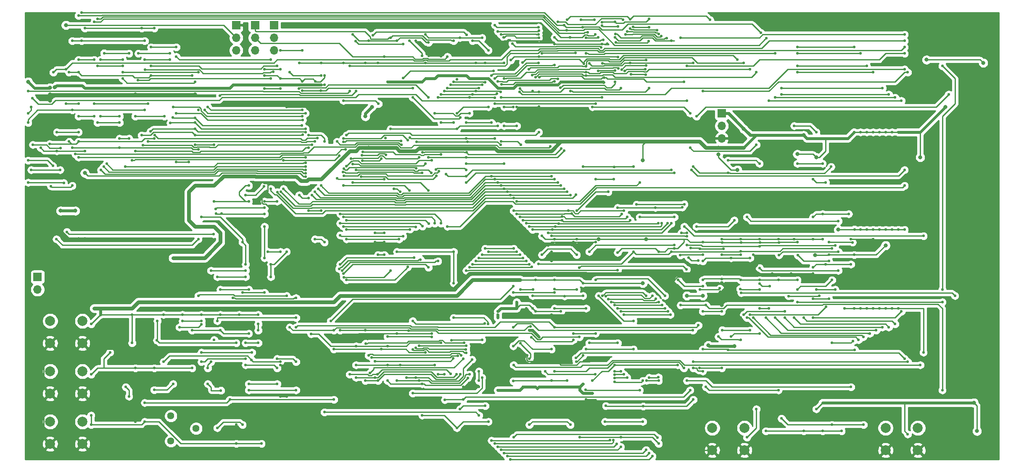
<source format=gbr>
G04 #@! TF.GenerationSoftware,KiCad,Pcbnew,(5.1.5)-3*
G04 #@! TF.CreationDate,2020-06-15T09:36:13+02:00*
G04 #@! TF.ProjectId,StateMachineTest,53746174-654d-4616-9368-696e65546573,rev?*
G04 #@! TF.SameCoordinates,Original*
G04 #@! TF.FileFunction,Copper,L2,Bot*
G04 #@! TF.FilePolarity,Positive*
%FSLAX46Y46*%
G04 Gerber Fmt 4.6, Leading zero omitted, Abs format (unit mm)*
G04 Created by KiCad (PCBNEW (5.1.5)-3) date 2020-06-15 09:36:13*
%MOMM*%
%LPD*%
G04 APERTURE LIST*
%ADD10O,1.700000X1.700000*%
%ADD11R,1.700000X1.700000*%
%ADD12C,2.000000*%
%ADD13C,1.440000*%
%ADD14C,0.550000*%
%ADD15C,0.800000*%
%ADD16C,0.250000*%
%ADD17C,0.600000*%
%ADD18C,0.800000*%
%ADD19C,0.254000*%
G04 APERTURE END LIST*
D10*
X181610000Y-86360000D03*
X181610000Y-83820000D03*
D11*
X181610000Y-81280000D03*
D10*
X87630000Y-68580000D03*
X87630000Y-66040000D03*
D11*
X87630000Y-63500000D03*
D12*
X186205000Y-144780000D03*
X186205000Y-149280000D03*
X179705000Y-144780000D03*
X179705000Y-149280000D03*
X221130000Y-144780000D03*
X221130000Y-149280000D03*
X214630000Y-144780000D03*
X214630000Y-149280000D03*
X52855000Y-143510000D03*
X52855000Y-148010000D03*
X46355000Y-143510000D03*
X46355000Y-148010000D03*
X52855000Y-133350000D03*
X52855000Y-137850000D03*
X46355000Y-133350000D03*
X46355000Y-137850000D03*
X52855000Y-123190000D03*
X52855000Y-127690000D03*
X46355000Y-123190000D03*
X46355000Y-127690000D03*
D13*
X70670000Y-147425000D03*
X75750000Y-144885000D03*
X70670000Y-142345000D03*
D10*
X91440000Y-68580000D03*
X91440000Y-66040000D03*
D11*
X91440000Y-63500000D03*
D10*
X83820000Y-68580000D03*
X83820000Y-66040000D03*
D11*
X83820000Y-63500000D03*
D10*
X43815000Y-116840000D03*
D11*
X43815000Y-114300000D03*
D14*
X217170000Y-85090000D03*
X215900000Y-85090000D03*
X214630000Y-85090000D03*
X213360000Y-85090000D03*
X212090000Y-85090000D03*
X210820000Y-85090000D03*
X209550000Y-85090000D03*
X208280000Y-85090000D03*
X208280000Y-120650000D03*
X209550000Y-120650000D03*
X210820000Y-120650000D03*
X212090000Y-120650000D03*
X213360000Y-120650000D03*
X214630000Y-120650000D03*
X215900000Y-120650000D03*
X217170000Y-120650000D03*
X210820000Y-104775000D03*
X212090000Y-104775000D03*
X213360000Y-104775000D03*
X214630000Y-104775000D03*
X215900000Y-104775000D03*
X217170000Y-104775000D03*
X69215000Y-121920000D03*
X88265000Y-121920000D03*
X84455000Y-121920000D03*
X80645000Y-121920000D03*
X76835000Y-121920000D03*
X73025000Y-121920000D03*
X67310000Y-132715000D03*
X74930000Y-132715000D03*
X63500000Y-132715000D03*
X218440000Y-104775000D03*
X203200000Y-109855000D03*
X208280000Y-109855000D03*
X198120000Y-145415000D03*
X205740000Y-145415000D03*
X201930000Y-145415000D03*
X190500000Y-145415000D03*
X142240000Y-86995000D03*
X170815000Y-86995000D03*
X168910000Y-86995000D03*
X166370000Y-86995000D03*
X164465000Y-86995000D03*
X162560000Y-86995000D03*
X160655000Y-86995000D03*
X158750000Y-86995000D03*
X156845000Y-86995000D03*
X154940000Y-86995000D03*
X153035000Y-86995000D03*
X149860000Y-86995000D03*
X147955000Y-86995000D03*
X146050000Y-86995000D03*
X144145000Y-86995000D03*
X54610000Y-123825000D03*
X62865000Y-127635000D03*
X62865000Y-121920000D03*
X54610000Y-133985000D03*
X54610000Y-142240000D03*
X54610000Y-144145000D03*
X65405000Y-143510000D03*
X83820000Y-147955000D03*
X88900000Y-147955000D03*
X181610000Y-121285000D03*
X177800000Y-121285000D03*
X177800000Y-114935000D03*
X196850000Y-114935000D03*
X193040000Y-114935000D03*
X189230000Y-114935000D03*
X185420000Y-114935000D03*
X222250000Y-129540000D03*
X196850000Y-107315000D03*
X181681416Y-107386416D03*
X193111416Y-107386416D03*
X185491416Y-107386416D03*
X145415000Y-106045000D03*
X147955000Y-106680000D03*
X152400000Y-106680000D03*
X128905000Y-66040000D03*
X133350000Y-66040000D03*
X116205000Y-66675000D03*
X121920000Y-65405000D03*
X122555000Y-66990021D03*
X110490000Y-66675000D03*
X130810000Y-74295000D03*
X123190000Y-74295000D03*
X114300000Y-74930000D03*
X209550000Y-104775000D03*
X177800000Y-107315000D03*
X189301416Y-107386416D03*
X154305000Y-66040000D03*
X208351416Y-104703584D03*
X123825000Y-132080000D03*
X116840000Y-132080000D03*
X114300000Y-132080000D03*
X107950000Y-132080000D03*
X130175000Y-91440000D03*
X137795000Y-91440000D03*
X113665000Y-109855000D03*
X112395000Y-109855000D03*
X116205000Y-109220000D03*
X127635000Y-109220000D03*
X69215000Y-76200000D03*
D15*
X41910000Y-74930000D03*
X51435000Y-100965000D03*
D14*
X53340000Y-88900000D03*
X44450000Y-88265000D03*
X43815000Y-76200000D03*
X53340000Y-76200000D03*
X57150000Y-76200000D03*
X72390000Y-76200000D03*
X67310000Y-76200000D03*
X52070000Y-85090000D03*
X42545000Y-92710000D03*
X85725000Y-75565000D03*
X92710000Y-75565000D03*
X97155000Y-75565000D03*
X101600000Y-75565000D03*
D15*
X47261253Y-76065949D03*
X46355000Y-76119989D03*
D14*
X47715010Y-85090000D03*
X47715010Y-88900000D03*
X48350010Y-92710000D03*
D15*
X48475010Y-100965000D03*
D14*
X156723443Y-65969710D03*
X58420000Y-129540000D03*
X86995000Y-129540000D03*
X76835000Y-129540000D03*
X206375000Y-120650000D03*
X219075000Y-146050000D03*
X218440000Y-139700000D03*
X200660000Y-140970000D03*
X186690000Y-146685000D03*
X188595000Y-140970000D03*
X56515000Y-120650000D03*
X85725000Y-111760000D03*
X85090000Y-107315000D03*
X76835000Y-102235000D03*
X85090000Y-117475000D03*
X89535000Y-117475000D03*
X90805000Y-114300000D03*
X90805000Y-111760000D03*
X79375000Y-99060000D03*
X86360000Y-99060000D03*
X86360000Y-95885000D03*
X99695000Y-106680000D03*
X101600000Y-107315000D03*
X93980000Y-109220000D03*
X98425000Y-98425000D03*
X96520000Y-97790000D03*
X92075000Y-99060000D03*
X89535000Y-99060000D03*
X101600000Y-86995000D03*
X98425000Y-85725000D03*
X160655000Y-109375088D03*
X168910000Y-109220000D03*
X172085000Y-108585000D03*
X55245000Y-120650000D03*
X97155000Y-119380000D03*
X107950000Y-128270000D03*
X114300000Y-128270000D03*
X125095000Y-127635000D03*
X98907500Y-125822500D03*
X132715000Y-133350000D03*
X132715000Y-135255000D03*
X141605000Y-136525000D03*
X144465000Y-136840000D03*
X149225000Y-136525000D03*
X153670000Y-135890000D03*
X155575000Y-137795000D03*
X140335000Y-120650000D03*
X144145000Y-121285000D03*
X149225000Y-121285000D03*
X140335000Y-114935000D03*
X140335000Y-120015000D03*
X140335000Y-119380000D03*
X139700000Y-114935000D03*
X140970000Y-114935000D03*
X136525000Y-121285000D03*
X136525000Y-121920000D03*
X136525000Y-122555000D03*
X136525000Y-137160000D03*
X127635000Y-115570000D03*
X127635000Y-118110000D03*
X143510000Y-120650000D03*
X153670000Y-115570000D03*
X147955000Y-114935000D03*
X144145000Y-114935000D03*
X116840000Y-118110000D03*
X155575000Y-135255000D03*
X160020000Y-132080000D03*
X172720000Y-132080000D03*
X71120000Y-110490000D03*
X71755000Y-110490000D03*
X72390000Y-110490000D03*
X142875000Y-88900000D03*
X144145000Y-88900000D03*
X145415000Y-88900000D03*
X149225000Y-74930000D03*
X153670000Y-74930000D03*
X152175000Y-69115000D03*
X145415000Y-69215000D03*
X157825585Y-75035241D03*
X160142802Y-62842105D03*
X167005000Y-62230000D03*
X107315000Y-65405000D03*
D15*
X110490000Y-88265000D03*
X109855000Y-81915000D03*
X165735000Y-90805000D03*
X226695000Y-80010000D03*
X222885000Y-70485000D03*
X234315000Y-71120000D03*
X221615000Y-90170000D03*
X200660000Y-90170000D03*
X196850000Y-89535000D03*
X184785000Y-92710000D03*
X180975000Y-88265000D03*
X180975000Y-89615011D03*
X178435000Y-88265000D03*
D14*
X181610000Y-114744987D03*
D15*
X174625000Y-118110000D03*
X177800000Y-118110000D03*
X184150000Y-128270000D03*
X178917500Y-128117500D03*
X156845000Y-106680000D03*
X166370000Y-106680000D03*
X165735000Y-115570000D03*
X200415979Y-109870532D03*
X214630000Y-107950000D03*
X232410000Y-139700000D03*
X233045000Y-145415000D03*
X198120000Y-85725000D03*
X186055000Y-84455000D03*
D14*
X109270804Y-90867703D03*
X113077279Y-90389839D03*
D15*
X111161759Y-79973241D03*
D14*
X153275165Y-62420010D03*
X157519191Y-62871091D03*
X156019586Y-62420010D03*
D15*
X205105000Y-104775000D03*
D14*
X201930000Y-106680000D03*
X207645000Y-106680000D03*
X71755000Y-120650000D03*
X79375000Y-120650000D03*
X75565000Y-120650000D03*
X93980000Y-80010000D03*
X104140000Y-80010000D03*
X93345000Y-90805000D03*
X67310000Y-133985000D03*
X71120000Y-133985000D03*
X198120000Y-146685000D03*
X200975000Y-146365000D03*
X200660000Y-142875000D03*
X208280000Y-142875000D03*
X204470000Y-142875000D03*
X233045000Y-147320000D03*
X236855000Y-147320000D03*
X69215000Y-123825000D03*
X71320011Y-123825000D03*
X71755000Y-128905000D03*
X82550000Y-133985000D03*
X85725000Y-133350000D03*
X120015000Y-66675000D03*
X181610000Y-122555000D03*
X185420000Y-122555000D03*
X181610000Y-113665000D03*
X184150000Y-113665000D03*
X200025000Y-113665000D03*
X195580000Y-113665000D03*
X191770000Y-113665000D03*
X187960000Y-113665000D03*
X181610000Y-106680000D03*
X200025000Y-106680000D03*
X196215000Y-106680000D03*
X193040000Y-106680000D03*
X185420000Y-106680000D03*
X163195000Y-144780000D03*
X170815000Y-144780000D03*
X156210000Y-107315000D03*
X151765000Y-107315000D03*
X146685000Y-107944998D03*
X163830000Y-92075000D03*
X159971084Y-92123916D03*
X153670000Y-92075000D03*
X112395000Y-71120000D03*
X122646707Y-69707069D03*
X121920000Y-71120000D03*
X132080000Y-71120000D03*
X125095000Y-69769968D03*
X133985000Y-71120000D03*
X189230000Y-106680000D03*
X174625000Y-114300000D03*
X172085000Y-114935000D03*
X60325000Y-77470000D03*
D15*
X46355000Y-77470000D03*
X46355000Y-78740000D03*
X47625000Y-104140000D03*
X47625000Y-102870000D03*
X53340000Y-106680000D03*
X52070000Y-106680000D03*
X63500000Y-77470000D03*
X72390000Y-65405000D03*
X61595000Y-65405000D03*
X75565000Y-77470000D03*
X71755000Y-116205000D03*
X73025000Y-116205000D03*
X74295000Y-116205000D03*
X106680000Y-116840000D03*
X107950000Y-116840000D03*
X109220000Y-116840000D03*
D14*
X90805000Y-107315000D03*
X90805000Y-102870000D03*
X98425000Y-100965000D03*
X100965000Y-100965000D03*
X97155000Y-110490000D03*
X102870000Y-109855000D03*
X111760000Y-107315000D03*
X113665000Y-107315000D03*
X96520000Y-71120000D03*
X100965000Y-71120000D03*
X105410000Y-71120000D03*
X109855000Y-71120000D03*
X206375000Y-114300000D03*
X212090000Y-112395000D03*
X212090000Y-106680000D03*
X196850000Y-87630000D03*
X201295000Y-87630000D03*
X189865000Y-82550000D03*
X203200000Y-81915000D03*
X135837500Y-66687053D03*
X147955000Y-67310000D03*
X157480000Y-67310000D03*
X161290000Y-76200000D03*
X140335000Y-71120000D03*
X137795000Y-71120000D03*
X140335000Y-80010000D03*
X144823128Y-79909749D03*
X143510000Y-76835000D03*
X62865000Y-135890000D03*
X63500000Y-143510000D03*
X82550000Y-145415000D03*
X83820000Y-144145000D03*
X92710000Y-138430000D03*
X93980000Y-138430000D03*
X94615000Y-132080000D03*
X92710000Y-132080000D03*
X68580000Y-128905000D03*
X146050000Y-113665000D03*
X150495000Y-113665000D03*
X142240000Y-120650000D03*
X151765000Y-121920000D03*
X147320000Y-121920000D03*
X141605000Y-113665000D03*
X140970000Y-129540000D03*
X150495000Y-129540000D03*
X146685000Y-130175000D03*
X187960000Y-109855000D03*
X197485000Y-149225000D03*
X223520000Y-149860000D03*
X156845000Y-139700000D03*
X154305000Y-139065000D03*
X155575000Y-130810000D03*
X142875000Y-125095000D03*
X144780000Y-126370002D03*
X142474990Y-130175000D03*
X147320000Y-111125000D03*
X147320000Y-109220000D03*
X160020000Y-97790000D03*
X165735000Y-97790000D03*
X116205000Y-125730000D03*
X123190000Y-125730000D03*
X107950000Y-126365000D03*
X124460000Y-133985000D03*
X125730000Y-133985000D03*
X129540000Y-136525000D03*
X132715000Y-136525000D03*
X100330000Y-133985000D03*
X104775000Y-133350000D03*
X154233584Y-113736416D03*
X85725000Y-115570000D03*
X93416416Y-95178584D03*
X91440000Y-120740010D03*
X89535000Y-95340010D03*
X140970000Y-76290010D03*
X144780000Y-76925010D03*
D15*
X181610000Y-115570000D03*
X181346631Y-117439229D03*
X181610000Y-120015000D03*
X44450000Y-83185000D03*
X46355000Y-83185000D03*
D14*
X86995000Y-120840010D03*
X83185000Y-120840010D03*
X104554134Y-89859124D03*
X109168500Y-89767692D03*
X113951500Y-89672223D03*
X42860021Y-87630000D03*
X48465021Y-88272538D03*
D15*
X49530000Y-63500000D03*
D14*
X92710000Y-74295000D03*
X89535000Y-73660000D03*
X101665013Y-73660000D03*
X123190000Y-90805000D03*
X92710000Y-68580000D03*
X97155000Y-68580000D03*
X97155000Y-74839990D03*
X99774473Y-74806841D03*
X106033248Y-91983494D03*
X89535000Y-72390000D03*
X92710000Y-72390000D03*
X100965000Y-73660000D03*
X94615000Y-73025000D03*
X89535000Y-76290010D03*
X92710000Y-76290010D03*
X85725000Y-97790000D03*
X89454437Y-96035370D03*
X86910010Y-131056084D03*
X69215000Y-131445000D03*
X92710000Y-131379987D03*
X132715000Y-142240000D03*
X101600000Y-141605000D03*
X165100000Y-95250000D03*
X140335000Y-99060000D03*
X102870000Y-123190000D03*
X139609990Y-116205000D03*
X114300000Y-126365000D03*
X123190000Y-126430013D03*
X218440000Y-95885000D03*
X126365000Y-104140000D03*
X127635000Y-122555000D03*
X134620000Y-143510000D03*
X128270000Y-144780000D03*
X121285000Y-142240000D03*
X134599957Y-123826963D03*
X133350000Y-127000000D03*
X133985000Y-140335000D03*
X128905000Y-140970000D03*
X127165010Y-127049539D03*
X218440000Y-92710000D03*
X175260000Y-137160000D03*
X129540000Y-139065000D03*
X125846447Y-139118286D03*
X175575021Y-92752382D03*
X65405000Y-139700000D03*
X82550000Y-139065000D03*
X103505000Y-139065000D03*
X104775000Y-125095000D03*
X109855000Y-125095000D03*
X153035000Y-146685000D03*
X161290000Y-146685000D03*
X168910000Y-147955000D03*
X160655000Y-100330000D03*
X168275000Y-100330000D03*
X173990000Y-74930000D03*
X157968135Y-74101405D03*
X152963584Y-126436416D03*
X173674979Y-100255652D03*
X174540010Y-112783916D03*
X147955000Y-65974987D03*
X157757434Y-66494990D03*
X118548189Y-125179990D03*
X144888098Y-74039968D03*
X152963584Y-112439979D03*
X151376084Y-101515010D03*
X140335000Y-101600000D03*
X134620000Y-109220000D03*
X140335000Y-109220000D03*
X161485010Y-101600000D03*
X119380000Y-123190000D03*
X133895499Y-123735499D03*
X130184133Y-129613362D03*
X161925000Y-100965000D03*
X150735010Y-100965000D03*
X139700000Y-100965000D03*
X139700000Y-108585000D03*
X133985000Y-108585000D03*
X119380000Y-128989990D03*
X130097647Y-128918713D03*
X162560000Y-102235000D03*
X149471084Y-102150010D03*
X140970000Y-102235000D03*
X133350000Y-109855000D03*
X140970000Y-109855000D03*
X119972618Y-128589979D03*
X130146354Y-128220397D03*
X163195000Y-102870000D03*
X149435010Y-102870000D03*
X141605000Y-102870000D03*
X141605000Y-110490000D03*
X132715000Y-110490000D03*
X120650000Y-128189968D03*
X165777476Y-140421418D03*
X94615000Y-124460000D03*
X103505000Y-125095000D03*
X103505000Y-128905000D03*
X113030000Y-128905000D03*
X121920000Y-129540000D03*
X163830000Y-109220000D03*
X171450000Y-109220000D03*
X65405000Y-80645000D03*
X50800000Y-66675000D03*
X52705000Y-66675000D03*
X65405000Y-66675000D03*
X175895000Y-139065000D03*
X177800000Y-133350000D03*
X144708584Y-111688584D03*
X175895000Y-132715000D03*
X177800000Y-116205000D03*
X196850000Y-116840000D03*
X203835000Y-114935000D03*
X203835000Y-108585000D03*
X185458909Y-109116077D03*
X182880000Y-93345000D03*
X163195000Y-71120000D03*
X154940008Y-71200032D03*
X50800000Y-80645000D03*
X41910000Y-83185000D03*
X41910000Y-90805000D03*
X47625000Y-106680000D03*
X76200000Y-106680000D03*
X76200000Y-118110000D03*
X93980000Y-118110000D03*
X175895000Y-92075000D03*
X172865024Y-114932808D03*
X46899990Y-91897726D03*
X158295010Y-140328031D03*
X163195000Y-62314990D03*
X175895000Y-71120000D03*
X143078838Y-124273518D03*
X150495000Y-62420010D03*
X179253922Y-62420010D03*
X203644990Y-92075000D03*
X121285000Y-135890000D03*
X114300000Y-135255000D03*
X130490021Y-134691416D03*
X120650000Y-135255000D03*
X116205000Y-135255000D03*
X130810000Y-133985000D03*
X118110000Y-134620000D03*
X120015000Y-134620000D03*
X131335681Y-130974773D03*
X133350000Y-134620000D03*
X119380000Y-137795000D03*
X109896385Y-127728913D03*
X129765010Y-127633376D03*
X148785010Y-103565614D03*
X132080000Y-111125000D03*
X142240000Y-111125000D03*
X142240000Y-103505000D03*
X168825010Y-103466091D03*
X110481763Y-130168470D03*
X169545000Y-103505000D03*
X131445000Y-111760000D03*
X142875000Y-104140000D03*
X148135010Y-104140000D03*
X129178166Y-130152786D03*
X142872185Y-111757185D03*
X170738592Y-103438576D03*
X147485010Y-104775000D03*
X143510000Y-104775000D03*
X130810000Y-112395000D03*
X128486412Y-130259990D03*
X143367168Y-112252168D03*
X111134326Y-130542801D03*
X171450000Y-103505000D03*
X146685000Y-105410000D03*
X130175000Y-113030000D03*
X127563584Y-130738584D03*
X111749642Y-131291809D03*
X160655000Y-112911406D03*
X106680000Y-133985000D03*
X112323584Y-133913584D03*
X127046033Y-133895701D03*
X107950000Y-134620000D03*
X111760000Y-134620000D03*
X128238849Y-133942618D03*
X129540000Y-130810000D03*
X110800000Y-133660000D03*
X112395000Y-135255000D03*
X109855000Y-135255000D03*
X128989990Y-133985000D03*
X60325000Y-88265000D03*
X60960000Y-74295000D03*
X75565000Y-74930000D03*
X76203015Y-88583272D03*
X50800000Y-88265000D03*
X50800000Y-95885000D03*
X46499979Y-95983117D03*
X41910000Y-95250000D03*
X49530000Y-72390000D03*
X46990000Y-73025000D03*
X218440000Y-66675000D03*
X49100021Y-95325757D03*
X42545000Y-80010000D03*
X41910000Y-81280000D03*
X218440000Y-67945000D03*
X106680000Y-71755000D03*
X106680000Y-76835000D03*
X41910000Y-76835000D03*
X52070000Y-86995000D03*
X74930000Y-73660000D03*
X66675000Y-73660000D03*
X52070000Y-73025000D03*
X50165000Y-73025000D03*
X67310000Y-86360000D03*
X50185042Y-86995000D03*
X46264990Y-87452726D03*
X218440000Y-69215000D03*
X174625000Y-71755000D03*
X174625000Y-78740000D03*
X42745812Y-78211378D03*
X79375000Y-87630000D03*
X75565000Y-87630000D03*
X149860000Y-96520000D03*
X137795000Y-96520000D03*
X137795000Y-149860000D03*
X166370000Y-149225000D03*
X93345000Y-96520000D03*
X92075000Y-71755000D03*
X66675000Y-71755000D03*
X167005000Y-63889946D03*
X163755467Y-63815021D03*
X150495000Y-97155000D03*
X167005000Y-149860000D03*
X138430000Y-150495000D03*
X138430000Y-97155000D03*
X65405000Y-70485000D03*
X70485000Y-70485000D03*
X92842519Y-97157451D03*
X168559966Y-64485034D03*
X91297069Y-72933293D03*
X65476416Y-72474990D03*
X163147552Y-64162089D03*
X151130000Y-97790000D03*
X139065000Y-97790000D03*
X139065000Y-151130000D03*
X167640000Y-150495000D03*
X90805000Y-74295000D03*
X64135000Y-69215000D03*
X70485000Y-69215000D03*
X168901540Y-65317394D03*
X64060655Y-74610019D03*
X92101745Y-97160259D03*
X162567783Y-64755311D03*
X139700000Y-146685000D03*
X139700000Y-98425000D03*
X90805000Y-96520000D03*
X90805000Y-70485000D03*
X71755000Y-69850000D03*
X71755000Y-67945000D03*
X66675000Y-67945000D03*
X169470654Y-65724979D03*
X168714990Y-146745614D03*
X152234990Y-97740461D03*
X162240021Y-65373849D03*
X181610000Y-132715000D03*
X177165000Y-132715000D03*
X177245032Y-116840000D03*
X188595000Y-87630000D03*
X175260000Y-88265000D03*
X174608696Y-107856480D03*
X66040000Y-79375000D03*
X55245000Y-79375000D03*
X53340000Y-64135000D03*
X67310000Y-64135000D03*
X64770000Y-64135000D03*
X147320000Y-106045000D03*
X147955000Y-124460000D03*
X95885000Y-124460000D03*
X95885000Y-131445000D03*
X92075000Y-130810000D03*
X86360000Y-137160000D03*
X95885000Y-137160000D03*
X80010000Y-123190000D03*
X95885000Y-122555000D03*
X52070000Y-79375000D03*
X49530000Y-79375000D03*
X200660000Y-116840000D03*
X204470000Y-116840000D03*
X204470000Y-107950000D03*
X176914988Y-124071084D03*
X176896421Y-110999253D03*
X189222395Y-108081954D03*
X174625000Y-106110013D03*
X174940021Y-110415654D03*
X79290010Y-105656084D03*
X49725160Y-105214840D03*
X181247378Y-116620210D03*
X83177859Y-118554990D03*
X95885000Y-118554990D03*
X60960000Y-73025000D03*
X76200000Y-73025000D03*
X76200000Y-80645000D03*
X147320000Y-93980000D03*
X135255000Y-93980000D03*
X135255000Y-147320000D03*
X100965000Y-95885000D03*
X159097705Y-147235010D03*
X67435437Y-85671319D03*
X157563440Y-71200032D03*
X100184980Y-86318387D03*
X166363283Y-70569990D03*
X147955000Y-94615000D03*
X135890000Y-147955000D03*
X135890000Y-94615000D03*
X100330000Y-96520000D03*
X99695000Y-86995000D03*
X66040000Y-86995000D03*
X159797397Y-147256156D03*
X161444067Y-72481157D03*
X166407848Y-71670010D03*
X148590000Y-95250000D03*
X136525000Y-95250000D03*
X136525000Y-148590000D03*
X160444990Y-148020451D03*
X99695000Y-97155000D03*
X99060000Y-87630000D03*
X65016084Y-87714990D03*
X162104125Y-72714265D03*
X166251512Y-72352341D03*
X149225000Y-95885000D03*
X161290000Y-148590000D03*
X137160000Y-149225000D03*
X137160000Y-95885000D03*
X99060000Y-97790000D03*
X98425000Y-88265000D03*
X63500000Y-88900000D03*
X63500000Y-81915000D03*
X163362308Y-73412569D03*
X69345000Y-81915000D03*
X166344160Y-73452353D03*
X60325000Y-86360000D03*
X62230000Y-86360000D03*
X62230000Y-69215000D03*
X57221416Y-69143584D03*
X149860000Y-63500000D03*
X52705000Y-60960000D03*
X189476084Y-65016084D03*
X153622438Y-63920033D03*
X52070000Y-61595000D03*
X52070000Y-70485000D03*
X55245000Y-70485000D03*
X150425377Y-64544990D03*
X190571416Y-66111416D03*
X192405000Y-69215000D03*
X154305000Y-69215000D03*
X55880000Y-62230000D03*
X154652943Y-64946432D03*
X151036087Y-65998615D03*
X55245000Y-62865000D03*
X147955000Y-133350000D03*
X173990000Y-132715000D03*
X156119864Y-65345816D03*
X155575000Y-80010000D03*
X175260000Y-81280000D03*
X174625000Y-105410000D03*
X173505011Y-105410000D03*
X154305000Y-72959987D03*
X187325000Y-72390000D03*
X143436664Y-73575010D03*
X52070000Y-90170000D03*
X106045000Y-85725000D03*
X144780000Y-85090000D03*
X105824134Y-88589124D03*
X154305000Y-73660000D03*
X188595000Y-73025000D03*
X51435000Y-89535000D03*
X52070000Y-81915000D03*
X55245000Y-81915000D03*
X144152169Y-73985413D03*
X147105146Y-87948113D03*
X218440000Y-72390000D03*
X196850000Y-119380000D03*
X226060000Y-119380000D03*
X226060000Y-116840000D03*
X226060000Y-71755000D03*
X140888482Y-76986325D03*
X141199236Y-87674979D03*
X137161848Y-86980954D03*
X128270000Y-84455000D03*
X114935000Y-84455000D03*
X137795000Y-74295000D03*
X136525000Y-83820000D03*
X160800337Y-72206152D03*
X130175000Y-86360000D03*
X135890000Y-86360000D03*
X135890000Y-79375000D03*
X156210000Y-79375000D03*
X156767516Y-72705021D03*
X118847632Y-86172825D03*
X160150012Y-72606163D03*
X137160000Y-78105000D03*
X157480000Y-78105000D03*
X120126305Y-87039979D03*
X130397903Y-87039981D03*
X137070497Y-87674979D03*
X160146148Y-74947104D03*
X149153584Y-76128584D03*
X149299743Y-88413004D03*
X130205341Y-89190009D03*
X121315341Y-89190009D03*
X122555000Y-90170000D03*
X130175000Y-90170000D03*
X151130000Y-76835000D03*
X167005000Y-76200000D03*
X160333733Y-66996267D03*
X166933584Y-66746416D03*
X160729242Y-63717074D03*
X149852738Y-88842205D03*
X157479866Y-63570051D03*
X130175000Y-92710000D03*
X124049563Y-92612728D03*
X135629467Y-72764467D03*
X139453916Y-67225010D03*
X157369836Y-68001289D03*
X117475000Y-74204990D03*
X130175000Y-93980000D03*
X126118916Y-93591084D03*
X171450000Y-92710000D03*
X160171787Y-65291694D03*
X170568916Y-66124990D03*
X160113913Y-65998615D03*
X171450000Y-66675000D03*
X172085000Y-93345000D03*
X130175000Y-95250000D03*
X184785000Y-70485000D03*
X141533584Y-71048584D03*
X153839988Y-71264496D03*
X130810000Y-81280000D03*
X123825000Y-81280000D03*
X135255000Y-73660000D03*
X135255000Y-83185000D03*
X130175000Y-83185000D03*
X144731164Y-71109935D03*
X124460000Y-78105000D03*
X130810000Y-78105000D03*
X135890000Y-74295000D03*
X135890000Y-78189990D03*
X147955000Y-71509946D03*
X186055000Y-71120000D03*
X142741645Y-72399478D03*
X154321594Y-71772504D03*
X125095000Y-77470000D03*
X131445000Y-77470000D03*
X148616745Y-74375030D03*
X136339472Y-77333694D03*
X136525000Y-74839990D03*
X125730000Y-76835000D03*
X132080000Y-76835000D03*
X137261751Y-75474990D03*
X137088584Y-76925010D03*
X147955000Y-74839990D03*
X126365000Y-76200000D03*
X132715000Y-76200000D03*
X144690846Y-63940059D03*
X135920020Y-63496231D03*
X127000000Y-75565000D03*
X133350000Y-75565000D03*
X136525000Y-64770000D03*
X144787505Y-64633366D03*
X127635000Y-74930000D03*
X137160000Y-65405000D03*
X144714549Y-65329565D03*
X133985000Y-75020010D03*
X134620000Y-80010000D03*
X128270000Y-81280000D03*
X144780000Y-66040000D03*
X137723584Y-65968584D03*
X128270000Y-74385010D03*
X119380000Y-78105000D03*
X129002272Y-82139564D03*
X119380000Y-76200000D03*
X97149139Y-76690021D03*
X100897490Y-76690021D03*
X122555000Y-78105000D03*
X127635000Y-83185000D03*
X125117054Y-83155733D03*
X96454987Y-76290010D03*
X113665000Y-105410000D03*
X111760000Y-105410000D03*
X105410000Y-78740000D03*
X112485010Y-79375000D03*
X113883372Y-86239957D03*
X104775000Y-101600000D03*
X125095000Y-103505000D03*
X109343896Y-89090010D03*
X125087004Y-89590020D03*
X105410000Y-102235000D03*
X123825000Y-103505000D03*
X124144981Y-93905655D03*
X108973916Y-94064990D03*
X106045000Y-102870000D03*
X122614990Y-103564990D03*
X123113405Y-93278763D03*
X107950000Y-92738159D03*
X104775000Y-103505000D03*
X121344990Y-104080010D03*
X121920000Y-91440000D03*
X107321310Y-91489538D03*
X105410000Y-104140000D03*
X119955010Y-104199990D03*
X120650000Y-90170000D03*
X106987808Y-90393934D03*
X106045000Y-104775000D03*
X118804990Y-104715010D03*
X105410000Y-86360000D03*
X118397349Y-86708793D03*
X117415010Y-106104990D03*
X104775000Y-105879990D03*
X117009988Y-86910010D03*
X105410000Y-87060013D03*
X106045000Y-106680000D03*
X104140000Y-86995000D03*
X115570000Y-96520000D03*
X116840000Y-97155000D03*
X117132724Y-87601704D03*
X116645020Y-106684456D03*
X104775000Y-111760000D03*
X119669652Y-110409968D03*
X120057382Y-92390021D03*
X105538265Y-92478477D03*
X121285000Y-93345000D03*
X104554651Y-112665865D03*
X120969979Y-110809979D03*
X105309933Y-93140203D03*
X124694989Y-92944989D03*
X105481416Y-93908584D03*
X124460000Y-111125000D03*
X105164553Y-113009430D03*
X107315000Y-95250000D03*
X122495010Y-96839979D03*
X105410000Y-113665000D03*
X122555000Y-112395000D03*
X113665000Y-94615000D03*
X104200614Y-94419990D03*
X114935000Y-113030000D03*
X105483101Y-114369732D03*
X105410000Y-95885000D03*
X106045000Y-114935000D03*
X118685010Y-96839979D03*
X118378384Y-112310010D03*
X72390000Y-124460000D03*
X76835000Y-123890013D03*
X80750556Y-137221337D03*
X78105000Y-135890000D03*
X78105000Y-132715000D03*
X78740000Y-131445000D03*
X79375000Y-127000000D03*
X62230000Y-138430000D03*
X61595000Y-136525000D03*
X76835000Y-123190000D03*
X73025000Y-123190000D03*
X74930000Y-125095000D03*
X80645000Y-125095000D03*
X92075000Y-135890000D03*
X86360000Y-135890000D03*
X86360000Y-125730000D03*
X76835000Y-131445000D03*
X85725000Y-130810000D03*
X85725000Y-127635000D03*
X88265000Y-127635000D03*
X88265000Y-125095000D03*
X88265000Y-123825000D03*
X85725000Y-132080000D03*
X92075000Y-132715000D03*
X67945000Y-123190000D03*
X83820000Y-127635000D03*
X67854990Y-127101751D03*
X71120000Y-135890000D03*
X67310000Y-137099991D03*
X222250000Y-106045000D03*
X164465000Y-99695000D03*
X156210000Y-94615000D03*
X159903553Y-94561714D03*
X174074990Y-104140000D03*
X174074990Y-99629987D03*
X152400000Y-100965000D03*
X158750000Y-97155000D03*
X177800000Y-128905000D03*
X200025000Y-102235000D03*
X201930000Y-101600000D03*
X201930000Y-91440000D03*
X196850000Y-91440000D03*
X208427759Y-129006116D03*
X182880000Y-128995010D03*
X207200010Y-101600000D03*
X200025000Y-122555000D03*
X217805000Y-121285000D03*
X191135000Y-78740000D03*
X217805000Y-78740000D03*
X198120000Y-122555000D03*
X216535000Y-123825000D03*
X192405000Y-78105000D03*
X216535000Y-78105000D03*
X196215000Y-122555000D03*
X215265000Y-124460000D03*
X193675000Y-77470000D03*
X215265000Y-77470000D03*
X195074250Y-118164877D03*
X201295000Y-118110000D03*
X200660000Y-85090000D03*
X196215000Y-83820000D03*
X218440000Y-65405000D03*
X173355000Y-66040000D03*
X177800000Y-109855000D03*
X173283584Y-109926416D03*
X178435000Y-120015000D03*
X226060000Y-137160000D03*
X173355000Y-120015000D03*
X181610000Y-109855000D03*
X185420000Y-109855000D03*
X219075000Y-73025000D03*
X177800000Y-76835000D03*
X207645000Y-136525000D03*
X174625000Y-135255000D03*
X181998916Y-108669990D03*
X175340030Y-108439833D03*
X177240064Y-108669990D03*
X189230000Y-116840000D03*
X185334616Y-116725493D03*
X183515000Y-110490000D03*
X187325000Y-110490000D03*
X177800000Y-111125000D03*
X176530000Y-104140000D03*
X184150000Y-102870000D03*
X228600000Y-118110000D03*
X185536455Y-117528286D03*
X227330000Y-77470000D03*
X176530000Y-81915000D03*
X178435000Y-136525000D03*
X193040000Y-137160000D03*
X183515000Y-126365000D03*
X189230000Y-125730000D03*
X189230000Y-120650000D03*
X191135000Y-120650000D03*
X191262548Y-116132118D03*
X189230000Y-115635013D03*
X193675000Y-142875000D03*
X203835000Y-144145000D03*
X205105000Y-113030000D03*
X203835000Y-127635000D03*
X210185000Y-144145000D03*
X189230000Y-112485010D03*
X208085020Y-127239004D03*
X180975000Y-126365000D03*
X185420000Y-127000000D03*
X186055000Y-121920000D03*
X194310000Y-121285000D03*
X200025000Y-118745000D03*
X203200000Y-118745000D03*
X203200000Y-111125000D03*
X196921416Y-109926416D03*
X187325000Y-125095000D03*
X187325000Y-121920000D03*
X202565000Y-111760000D03*
X200025000Y-112395000D03*
X200025000Y-94615000D03*
X202565000Y-95250000D03*
X203200000Y-107315000D03*
X207960000Y-107319456D03*
X207645000Y-111760000D03*
X202607382Y-120330021D03*
X181716599Y-125025936D03*
X196850000Y-67945000D03*
X208280000Y-67945000D03*
X186690000Y-122555000D03*
X209185032Y-127015312D03*
X196850000Y-69215000D03*
X209550000Y-69215000D03*
X187960000Y-122555000D03*
X210146700Y-126403300D03*
X196850000Y-71755000D03*
X210820000Y-71755000D03*
X190500000Y-122555000D03*
X211455000Y-125730000D03*
X192405000Y-122555000D03*
X196850000Y-73025000D03*
X212090000Y-73025000D03*
X212725000Y-125095000D03*
X194310000Y-122555000D03*
X213995000Y-124460000D03*
X213995000Y-76200000D03*
X193675000Y-76200000D03*
X218440000Y-130810000D03*
X152400000Y-116840000D03*
X147955000Y-116774987D03*
X152220279Y-130682001D03*
X139700000Y-132080000D03*
X221615000Y-132080000D03*
X175895000Y-131445000D03*
X219075000Y-131445000D03*
X175814968Y-125095000D03*
X139650067Y-124472370D03*
X147955000Y-117475000D03*
X150495000Y-135255000D03*
X147320000Y-128905000D03*
X147320000Y-135255000D03*
X139628034Y-135325842D03*
X139632490Y-128256745D03*
X139609990Y-117475000D03*
X145415000Y-109855000D03*
X152400000Y-109855000D03*
X143510000Y-118110000D03*
X149978652Y-118182886D03*
X153670000Y-130175000D03*
X153670000Y-118110000D03*
X152328584Y-131373584D03*
X151765000Y-127000000D03*
X143314135Y-126495158D03*
X142875000Y-130810000D03*
X141041425Y-127719999D03*
X151130000Y-144145000D03*
X142875000Y-144145000D03*
X143590032Y-116840000D03*
X141060010Y-116840000D03*
X147955000Y-120650000D03*
X154305000Y-120650000D03*
X154305000Y-128905000D03*
X163830000Y-128905000D03*
X165100000Y-137160000D03*
X154233584Y-137069990D03*
X170180000Y-118110000D03*
X156210000Y-114935000D03*
X151765000Y-125730000D03*
X156210000Y-125730000D03*
X161290000Y-133350000D03*
X160020000Y-133350000D03*
X161925000Y-133985000D03*
X160020000Y-134050013D03*
X162560000Y-134620000D03*
X160020000Y-134750026D03*
X146050000Y-133350000D03*
X154940000Y-127635000D03*
X160655000Y-127635000D03*
X156845000Y-118110000D03*
X163830000Y-123190000D03*
X156138584Y-133913584D03*
X165735000Y-135255000D03*
X160020000Y-135450039D03*
X168910000Y-135255000D03*
X166473923Y-135216091D03*
X167005000Y-134620000D03*
X168866393Y-134545775D03*
X161925000Y-121920000D03*
X171269990Y-121920000D03*
X166370000Y-118110000D03*
X157617623Y-118104791D03*
X161290000Y-121285000D03*
X170815000Y-121285000D03*
X167649613Y-118113234D03*
X158308266Y-118218939D03*
X170180000Y-120650000D03*
X160655000Y-120650000D03*
X160020000Y-120015000D03*
X169610013Y-120015000D03*
X168340013Y-118745000D03*
X158758414Y-118755020D03*
X168910000Y-119380000D03*
X159385000Y-119380000D03*
X165100000Y-102235000D03*
X172085000Y-102235000D03*
X154940000Y-109220000D03*
X172085000Y-107884987D03*
X158115000Y-143510000D03*
X165735000Y-143510000D03*
X85090000Y-144145000D03*
X80010000Y-144780000D03*
X144780000Y-69850000D03*
X148590000Y-62865000D03*
X137795000Y-80010000D03*
X137795000Y-83820000D03*
X140335000Y-83820000D03*
X139136416Y-70556416D03*
X139634987Y-80010000D03*
X160741725Y-69906108D03*
X161709611Y-62420010D03*
X113665000Y-69850000D03*
X126365000Y-69850000D03*
X85725000Y-114300000D03*
X89535000Y-101600000D03*
X80010000Y-114300000D03*
X80887291Y-101509275D03*
X79787280Y-101485086D03*
X127635000Y-66675000D03*
X114935000Y-66040000D03*
X85725000Y-113030000D03*
X78740000Y-113030000D03*
X89535000Y-100330000D03*
X79691415Y-100556405D03*
X89535000Y-104140000D03*
X89535000Y-110490000D03*
X90170000Y-109220000D03*
X92710000Y-109220000D03*
X86360000Y-116840000D03*
X80645000Y-116840000D03*
X107950000Y-76835000D03*
X117475000Y-67310000D03*
X80560010Y-77716084D03*
X107878584Y-66746416D03*
X118745000Y-66675000D03*
X121239165Y-69680663D03*
X130281067Y-65489990D03*
X111347331Y-65568746D03*
X134620000Y-68580000D03*
X131445000Y-66675000D03*
X193156447Y-109908286D03*
X205105000Y-109220000D03*
X186690000Y-102235000D03*
X205105000Y-103060010D03*
X64770000Y-85725000D03*
X75565000Y-85725000D03*
X97209049Y-85559990D03*
X75565000Y-84455000D03*
X97790000Y-85109977D03*
X66563956Y-84950963D03*
X75565000Y-83185000D03*
X97790000Y-84409964D03*
X70556416Y-83256416D03*
X97034498Y-83725446D03*
X75565000Y-82230021D03*
X71035010Y-82115302D03*
X97220451Y-82625435D03*
X71775195Y-81263653D03*
X97155000Y-81915000D03*
X71120000Y-80010000D03*
X74295000Y-91124979D03*
X71755000Y-91124979D03*
X97790000Y-81280000D03*
X77470000Y-80645000D03*
X97155000Y-80645000D03*
X78105000Y-80010000D03*
X60325000Y-83185000D03*
X55880000Y-83185000D03*
D15*
X53340000Y-93345000D03*
D14*
X97779058Y-94094200D03*
X56515000Y-81915000D03*
X60325000Y-81915000D03*
X56580013Y-92710000D03*
X97787943Y-93394245D03*
X55880000Y-71755000D03*
X60960000Y-71755000D03*
X57150000Y-92075000D03*
X97790378Y-92694238D03*
X56515000Y-70485000D03*
X60960000Y-70485000D03*
X57739990Y-91485010D03*
X97789954Y-91994227D03*
X61523584Y-92003584D03*
X97790004Y-91294216D03*
X62865000Y-90805000D03*
X97790000Y-90194204D03*
X182880000Y-90805000D03*
X189230000Y-91440000D03*
D16*
X208280000Y-85090000D02*
X217170000Y-85090000D01*
X208280000Y-120650000D02*
X209550000Y-120650000D01*
X209550000Y-120650000D02*
X210820000Y-120650000D01*
X210820000Y-120650000D02*
X212090000Y-120650000D01*
X212090000Y-120650000D02*
X213360000Y-120650000D01*
X213360000Y-120650000D02*
X214630000Y-120650000D01*
X214630000Y-120650000D02*
X215900000Y-120650000D01*
X215900000Y-120650000D02*
X217170000Y-120650000D01*
X84455000Y-121920000D02*
X88265000Y-121920000D01*
X80645000Y-121920000D02*
X84455000Y-121920000D01*
X76835000Y-121920000D02*
X80645000Y-121920000D01*
X69215000Y-121920000D02*
X73025000Y-121920000D01*
X73025000Y-121920000D02*
X76835000Y-121920000D01*
X67310000Y-132715000D02*
X74930000Y-132715000D01*
X63500000Y-132715000D02*
X67310000Y-132715000D01*
X218440000Y-104775000D02*
X217170000Y-104775000D01*
X203200000Y-109855000D02*
X208280000Y-109855000D01*
X198120000Y-145415000D02*
X205740000Y-145415000D01*
X190500000Y-145415000D02*
X198120000Y-145415000D01*
X168910000Y-86995000D02*
X170815000Y-86995000D01*
X166370000Y-86995000D02*
X168910000Y-86995000D01*
X160655000Y-86995000D02*
X166370000Y-86995000D01*
X156845000Y-86995000D02*
X160655000Y-86995000D01*
X154940000Y-86995000D02*
X156845000Y-86995000D01*
X153035000Y-86995000D02*
X154940000Y-86995000D01*
X142240000Y-86995000D02*
X153035000Y-86995000D01*
X56515000Y-121920000D02*
X69215000Y-121920000D01*
X54610000Y-123825000D02*
X56515000Y-121920000D01*
X62865000Y-127635000D02*
X62865000Y-121920000D01*
X55880000Y-132715000D02*
X54610000Y-133985000D01*
X54610000Y-142240000D02*
X54610000Y-144145000D01*
X64770000Y-144145000D02*
X65405000Y-143510000D01*
X54610000Y-144145000D02*
X64770000Y-144145000D01*
X65405000Y-143510000D02*
X67945000Y-143510000D01*
X68227602Y-143510000D02*
X72672602Y-147955000D01*
X67945000Y-143510000D02*
X68227602Y-143510000D01*
X72672602Y-147955000D02*
X83820000Y-147955000D01*
X83820000Y-147955000D02*
X88900000Y-147955000D01*
X181610000Y-121285000D02*
X177800000Y-121285000D01*
X193040000Y-114935000D02*
X196850000Y-114935000D01*
X185420000Y-114935000D02*
X193040000Y-114935000D01*
X217170000Y-120650000D02*
X222250000Y-120650000D01*
X222250000Y-120650000D02*
X222250000Y-129540000D01*
X193182832Y-107315000D02*
X193111416Y-107386416D01*
X196850000Y-107315000D02*
X193182832Y-107315000D01*
X182070324Y-107386416D02*
X185491416Y-107386416D01*
X192722508Y-107386416D02*
X185491416Y-107386416D01*
X181681416Y-107386416D02*
X182070324Y-107386416D01*
X193111416Y-107386416D02*
X192722508Y-107386416D01*
X145415000Y-106045000D02*
X146050000Y-106680000D01*
X146050000Y-106680000D02*
X147955000Y-106680000D01*
X147955000Y-106680000D02*
X152400000Y-106680000D01*
X129609302Y-66040000D02*
X129624999Y-66055697D01*
X128905000Y-66040000D02*
X129609302Y-66040000D01*
X129624999Y-66055697D02*
X129640696Y-66040000D01*
X129640696Y-66040000D02*
X133350000Y-66040000D01*
X122555000Y-66040000D02*
X121920000Y-65405000D01*
X128905000Y-66040000D02*
X122555000Y-66040000D01*
X116205000Y-66675000D02*
X116839998Y-66040002D01*
X116839998Y-66040002D02*
X121175298Y-66040002D01*
X122166092Y-66990021D02*
X122555000Y-66990021D01*
X121175298Y-66040002D02*
X122125317Y-66990021D01*
X122125317Y-66990021D02*
X122166092Y-66990021D01*
X116205000Y-66675000D02*
X110490000Y-66675000D01*
X130175000Y-73660000D02*
X125095000Y-73660000D01*
X125095000Y-73660000D02*
X124460000Y-73660000D01*
X181610000Y-107315000D02*
X181681416Y-107386416D01*
X177800000Y-107315000D02*
X181610000Y-107315000D01*
X217170000Y-104775000D02*
X208422832Y-104775000D01*
X208422832Y-104775000D02*
X208351416Y-104703584D01*
X123825000Y-132080000D02*
X116840000Y-132080000D01*
X116840000Y-132080000D02*
X114300000Y-132080000D01*
X114300000Y-132080000D02*
X111760000Y-132080000D01*
X111760000Y-132080000D02*
X107950000Y-132080000D01*
X130175000Y-91440000D02*
X137160000Y-91440000D01*
X137160000Y-91440000D02*
X137795000Y-91440000D01*
X113665000Y-109855000D02*
X112395000Y-109855000D01*
X116205000Y-109220000D02*
X127635000Y-109220000D01*
D17*
X43180000Y-76200000D02*
X41910000Y-74930000D01*
X43815000Y-76200000D02*
X43180000Y-76200000D01*
X57150000Y-76200000D02*
X53340000Y-76200000D01*
X69215000Y-76200000D02*
X72390000Y-76200000D01*
X69215000Y-76200000D02*
X67310000Y-76200000D01*
X67310000Y-76200000D02*
X57150000Y-76200000D01*
X72390000Y-76200000D02*
X82550000Y-76200000D01*
X82550000Y-76200000D02*
X83185000Y-75565000D01*
X83185000Y-75565000D02*
X85725000Y-75565000D01*
X85725000Y-75565000D02*
X92710000Y-75565000D01*
X92710000Y-75565000D02*
X93345000Y-75565000D01*
X93345000Y-75565000D02*
X97155000Y-75565000D01*
X97155000Y-75565000D02*
X100965000Y-75565000D01*
D16*
X101600000Y-75565000D02*
X100965000Y-75565000D01*
D17*
X52805950Y-75665950D02*
X47661252Y-75665950D01*
X53340000Y-76200000D02*
X52805950Y-75665950D01*
X47661252Y-75665950D02*
X47261253Y-76065949D01*
X43815000Y-76200000D02*
X46274989Y-76200000D01*
X46274989Y-76200000D02*
X46355000Y-76119989D01*
D16*
X52070000Y-85090000D02*
X47715010Y-85090000D01*
X53340000Y-88900000D02*
X47715010Y-88900000D01*
X45085000Y-88900000D02*
X47715010Y-88900000D01*
X44450000Y-88265000D02*
X45085000Y-88900000D01*
X42545000Y-92710000D02*
X48350010Y-92710000D01*
D17*
X51435000Y-100965000D02*
X48475010Y-100965000D01*
D16*
X154305000Y-66040000D02*
X156653153Y-66040000D01*
X156653153Y-66040000D02*
X156723443Y-65969710D01*
X57150000Y-132715000D02*
X57150000Y-130810000D01*
X57150000Y-130810000D02*
X58420000Y-129540000D01*
X63500000Y-132715000D02*
X57150000Y-132715000D01*
X57150000Y-132715000D02*
X55880000Y-132715000D01*
X86995000Y-129540000D02*
X76835000Y-129540000D01*
X206375000Y-120650000D02*
X208280000Y-120650000D01*
X219075000Y-146050000D02*
X218440000Y-145415000D01*
X218440000Y-145415000D02*
X218440000Y-139700000D01*
X218440000Y-139700000D02*
X201930000Y-139700000D01*
X201930000Y-139700000D02*
X200660000Y-140970000D01*
X186690000Y-146685000D02*
X188595000Y-144780000D01*
X188595000Y-144780000D02*
X188595000Y-140970000D01*
D17*
X56515000Y-120650000D02*
X56515000Y-121920000D01*
D16*
X85725000Y-111760000D02*
X85725000Y-107950000D01*
X85725000Y-107950000D02*
X85090000Y-107315000D01*
X85090000Y-107315000D02*
X85090000Y-106680000D01*
X85090000Y-106680000D02*
X80645000Y-102235000D01*
X80645000Y-102235000D02*
X76835000Y-102235000D01*
X85090000Y-117475000D02*
X89535000Y-117475000D01*
X90805000Y-114300000D02*
X90805000Y-111760000D01*
X79375000Y-99060000D02*
X86360000Y-99060000D01*
X86360000Y-95885000D02*
X85725000Y-95885000D01*
X85725000Y-95885000D02*
X84455000Y-97155000D01*
X84455000Y-97155000D02*
X84455000Y-97790000D01*
X85725000Y-99060000D02*
X86360000Y-99060000D01*
X84455000Y-97790000D02*
X85725000Y-99060000D01*
X99695000Y-106680000D02*
X100965000Y-106680000D01*
X100965000Y-106680000D02*
X101600000Y-107315000D01*
X91440000Y-111760000D02*
X90805000Y-111760000D01*
X93980000Y-109220000D02*
X91440000Y-111760000D01*
X98425000Y-98425000D02*
X97155000Y-98425000D01*
X97155000Y-98425000D02*
X96520000Y-97790000D01*
X92075000Y-99060000D02*
X89535000Y-99060000D01*
X101600000Y-86995000D02*
X101600000Y-86360000D01*
X100965000Y-85725000D02*
X98425000Y-85725000D01*
X101600000Y-86360000D02*
X100965000Y-85725000D01*
X160655000Y-109375088D02*
X161445088Y-108585000D01*
X168275000Y-108585000D02*
X168910000Y-109220000D01*
X161445088Y-108585000D02*
X168275000Y-108585000D01*
X168910000Y-109220000D02*
X170180000Y-109220000D01*
X170180000Y-109220000D02*
X170815000Y-108585000D01*
X170815000Y-108585000D02*
X172085000Y-108585000D01*
D17*
X55245000Y-120650000D02*
X56515000Y-120650000D01*
X56515000Y-120650000D02*
X62865000Y-120650000D01*
X64135000Y-119380000D02*
X83185000Y-119380000D01*
X83185000Y-119380000D02*
X97155000Y-119380000D01*
X97155000Y-119380000D02*
X103505000Y-119380000D01*
D16*
X110160386Y-128278914D02*
X110169300Y-128270000D01*
X109632384Y-128278914D02*
X110160386Y-128278914D01*
X110169300Y-128270000D02*
X114300000Y-128270000D01*
X107950000Y-128270000D02*
X109623470Y-128270000D01*
X109623470Y-128270000D02*
X109632384Y-128278914D01*
X114300000Y-128270000D02*
X118110000Y-128270000D01*
X118110000Y-128270000D02*
X118745000Y-127635000D01*
X118745000Y-127635000D02*
X125095000Y-127635000D01*
X102870000Y-128270000D02*
X100422500Y-125822500D01*
X107950000Y-128270000D02*
X102870000Y-128270000D01*
X100422500Y-125822500D02*
X98907500Y-125822500D01*
X132715000Y-133350000D02*
X132715000Y-135255000D01*
X140335000Y-120650000D02*
X140970000Y-120015000D01*
X140970000Y-120015000D02*
X142875000Y-120015000D01*
X142875000Y-120015000D02*
X144145000Y-121285000D01*
X144145000Y-121285000D02*
X149225000Y-121285000D01*
D17*
X140335000Y-120015000D02*
X140335000Y-119380000D01*
X140335000Y-119380000D02*
X140335000Y-120650000D01*
X131445000Y-114935000D02*
X139700000Y-114935000D01*
X140335000Y-114935000D02*
X140970000Y-114935000D01*
X140335000Y-120650000D02*
X137160000Y-120650000D01*
X137160000Y-120650000D02*
X136525000Y-121285000D01*
X136525000Y-121920000D02*
X136525000Y-122555000D01*
X140970000Y-137160000D02*
X141605000Y-136525000D01*
X136525000Y-137160000D02*
X140970000Y-137160000D01*
X144150000Y-136525000D02*
X144465000Y-136840000D01*
X141605000Y-136525000D02*
X144150000Y-136525000D01*
X144780000Y-136525000D02*
X144465000Y-136840000D01*
X149225000Y-136525000D02*
X144780000Y-136525000D01*
X153035000Y-136525000D02*
X149860000Y-136525000D01*
X149225000Y-136525000D02*
X149860000Y-136525000D01*
X153035000Y-136525000D02*
X153670000Y-135890000D01*
X153670000Y-137795000D02*
X155575000Y-137795000D01*
X153035000Y-137160000D02*
X153670000Y-137795000D01*
X153035000Y-136525000D02*
X153035000Y-137160000D01*
D16*
X127635000Y-109220000D02*
X127635000Y-115570000D01*
X153670000Y-115570000D02*
X153035000Y-114935000D01*
X153035000Y-114935000D02*
X147955000Y-114935000D01*
X147955000Y-114935000D02*
X144145000Y-114935000D01*
X144145000Y-114935000D02*
X140335000Y-114935000D01*
D17*
X139700000Y-114935000D02*
X140970000Y-114935000D01*
X104775000Y-118110000D02*
X116840000Y-118110000D01*
X116840000Y-118110000D02*
X128270000Y-118110000D01*
D16*
X155575000Y-135255000D02*
X157480000Y-133350000D01*
X158750000Y-133350000D02*
X160020000Y-132080000D01*
X157480000Y-133350000D02*
X158750000Y-133350000D01*
X160020000Y-132080000D02*
X167005000Y-132080000D01*
X167005000Y-132080000D02*
X172720000Y-132080000D01*
D17*
X142240000Y-86995000D02*
X171450000Y-86995000D01*
X171450000Y-86995000D02*
X170815000Y-86995000D01*
X71120000Y-110490000D02*
X71755000Y-110490000D01*
X72390000Y-110490000D02*
X71755000Y-110490000D01*
X72390000Y-110490000D02*
X77470000Y-110490000D01*
X79375000Y-95885000D02*
X81280000Y-93980000D01*
X116205000Y-88265000D02*
X116840000Y-88900000D01*
X120015000Y-88900000D02*
X120650000Y-88265000D01*
X120650000Y-88265000D02*
X135255000Y-88265000D01*
X135255000Y-88265000D02*
X135890000Y-88265000D01*
X135890000Y-88265000D02*
X136525000Y-88900000D01*
X144145000Y-88900000D02*
X145415000Y-88900000D01*
X144145000Y-88900000D02*
X142240000Y-88900000D01*
X136525000Y-88900000D02*
X142240000Y-88900000D01*
X142240000Y-88900000D02*
X142875000Y-88900000D01*
D16*
X149225000Y-74930000D02*
X153670000Y-74930000D01*
X145515000Y-69115000D02*
X145415000Y-69215000D01*
X152175000Y-69115000D02*
X145515000Y-69115000D01*
X153670000Y-74930000D02*
X157720344Y-74930000D01*
X157720344Y-74930000D02*
X157825585Y-75035241D01*
X108585000Y-66675000D02*
X110490000Y-66675000D01*
X107315000Y-65405000D02*
X108585000Y-66675000D01*
D17*
X110490000Y-88265000D02*
X116205000Y-88265000D01*
X108585000Y-88265000D02*
X110490000Y-88265000D01*
X114300000Y-74930000D02*
X121285000Y-74930000D01*
X121285000Y-74930000D02*
X121920000Y-74295000D01*
X121920000Y-74295000D02*
X123190000Y-74295000D01*
X123825000Y-74295000D02*
X124460000Y-73660000D01*
X123190000Y-74295000D02*
X123825000Y-74295000D01*
X124460000Y-73660000D02*
X130175000Y-73660000D01*
X130175000Y-73660000D02*
X130810000Y-74295000D01*
X136525000Y-76200000D02*
X139700000Y-76200000D01*
X130810000Y-74295000D02*
X134620000Y-74295000D01*
X148590000Y-75565000D02*
X149225000Y-74930000D01*
X139700000Y-76200000D02*
X140335000Y-75565000D01*
X140335000Y-75565000D02*
X148590000Y-75565000D01*
X134620000Y-74295000D02*
X136525000Y-76200000D01*
X157800577Y-75010233D02*
X157825585Y-75010233D01*
X157720344Y-74930000D02*
X157800577Y-75010233D01*
X149225000Y-74930000D02*
X157720344Y-74930000D01*
D16*
X165735000Y-87630000D02*
X166370000Y-86995000D01*
X165735000Y-90805000D02*
X165735000Y-87630000D01*
D17*
X145415000Y-88900000D02*
X147320000Y-88900000D01*
X149225000Y-86995000D02*
X149860000Y-86995000D01*
X198120000Y-85725000D02*
X198755000Y-86360000D01*
X186055000Y-88265000D02*
X188595000Y-85725000D01*
X171450000Y-86995000D02*
X176530000Y-86995000D01*
X207010000Y-86360000D02*
X208280000Y-85090000D01*
X217170000Y-85090000D02*
X221615000Y-85090000D01*
X221615000Y-85090000D02*
X226695000Y-80010000D01*
D16*
X222885000Y-70485000D02*
X233680000Y-70485000D01*
X233680000Y-70485000D02*
X234315000Y-71120000D01*
X221615000Y-90170000D02*
X221615000Y-85090000D01*
X200660000Y-90170000D02*
X200025000Y-89535000D01*
X200025000Y-89535000D02*
X196850000Y-89535000D01*
X200660000Y-90170000D02*
X201295000Y-90170000D01*
D17*
X198755000Y-86360000D02*
X202565000Y-86360000D01*
D16*
X202565000Y-88900000D02*
X202565000Y-86360000D01*
X201295000Y-90170000D02*
X202565000Y-88900000D01*
D17*
X202565000Y-86360000D02*
X207010000Y-86360000D01*
D16*
X187155000Y-85725000D02*
X189230000Y-85725000D01*
X182710000Y-81280000D02*
X187155000Y-85725000D01*
X181610000Y-81280000D02*
X182710000Y-81280000D01*
D17*
X188595000Y-85725000D02*
X189230000Y-85725000D01*
X189230000Y-85725000D02*
X198120000Y-85725000D01*
X187505000Y-85725000D02*
X188595000Y-85725000D01*
X181610000Y-81280000D02*
X183060000Y-81280000D01*
X187325000Y-85725000D02*
X186055000Y-84455000D01*
X189230000Y-85725000D02*
X187325000Y-85725000D01*
X183060000Y-81280000D02*
X186055000Y-84455000D01*
X186055000Y-84455000D02*
X187505000Y-85725000D01*
D16*
X180975000Y-90180696D02*
X180975000Y-89615011D01*
X183504304Y-92710000D02*
X180975000Y-90180696D01*
X184785000Y-92710000D02*
X183504304Y-92710000D01*
X181525014Y-114660001D02*
X181610000Y-114744987D01*
X181694986Y-114660001D02*
X181610000Y-114744987D01*
X185420000Y-114935000D02*
X185145001Y-114660001D01*
X177800000Y-114935000D02*
X178074999Y-114660001D01*
X178074999Y-114660001D02*
X181525014Y-114660001D01*
X185145001Y-114660001D02*
X181694986Y-114660001D01*
X174625000Y-118110000D02*
X177800000Y-118110000D01*
D17*
X179070000Y-128270000D02*
X178917500Y-128117500D01*
X184150000Y-128270000D02*
X179070000Y-128270000D01*
D16*
X156845000Y-106680000D02*
X152400000Y-106680000D01*
X156845000Y-106680000D02*
X166370000Y-106680000D01*
X175260000Y-107315000D02*
X177800000Y-107315000D01*
X174625000Y-106680000D02*
X175260000Y-107315000D01*
X172085000Y-108585000D02*
X172720000Y-108585000D01*
X173990000Y-107315000D02*
X173990000Y-106680000D01*
X172720000Y-108585000D02*
X173990000Y-107315000D01*
X166370000Y-106680000D02*
X173990000Y-106680000D01*
X173990000Y-106680000D02*
X174625000Y-106680000D01*
X153670000Y-115570000D02*
X165735000Y-115570000D01*
X203184468Y-109870532D02*
X203200000Y-109855000D01*
X200415979Y-109870532D02*
X203184468Y-109870532D01*
X212725000Y-109855000D02*
X214630000Y-107950000D01*
X208280000Y-109855000D02*
X212725000Y-109855000D01*
D17*
X232410000Y-139700000D02*
X201930000Y-139700000D01*
D16*
X233045000Y-140335000D02*
X232410000Y-139700000D01*
X233045000Y-145415000D02*
X233045000Y-140335000D01*
D18*
X62865000Y-120650000D02*
X64135000Y-119380000D01*
X55245000Y-120650000D02*
X62865000Y-120650000D01*
X103505000Y-119380000D02*
X104775000Y-118110000D01*
X64135000Y-119380000D02*
X103505000Y-119380000D01*
X104775000Y-118110000D02*
X128270000Y-118110000D01*
X128270000Y-118110000D02*
X131445000Y-114935000D01*
X131445000Y-114935000D02*
X140970000Y-114935000D01*
X71120000Y-110490000D02*
X77470000Y-110490000D01*
X77470000Y-110490000D02*
X80645000Y-107315000D01*
X80645000Y-107315000D02*
X80645000Y-105410000D01*
X80645000Y-105410000D02*
X79375000Y-104140000D01*
X75565000Y-104140000D02*
X74295000Y-102870000D01*
X79375000Y-104140000D02*
X75565000Y-104140000D01*
X74295000Y-102870000D02*
X74295000Y-97155000D01*
X74295000Y-97155000D02*
X75565000Y-95885000D01*
X75565000Y-95885000D02*
X79375000Y-95885000D01*
X81180001Y-94079999D02*
X81280000Y-94079999D01*
X79375000Y-95885000D02*
X81180001Y-94079999D01*
X87630001Y-93980000D02*
X87730000Y-94079999D01*
X81280000Y-93980000D02*
X87630001Y-93980000D01*
X95984999Y-94079999D02*
X96850076Y-94945076D01*
X87730000Y-94079999D02*
X95984999Y-94079999D01*
X98094924Y-94945076D02*
X98425000Y-94615000D01*
X96850076Y-94945076D02*
X98094924Y-94945076D01*
X98425000Y-94615000D02*
X100965000Y-94615000D01*
X100965000Y-94615000D02*
X106680000Y-88900000D01*
X106680000Y-88900000D02*
X107950000Y-88900000D01*
X107950000Y-88900000D02*
X108585000Y-88265000D01*
X108585000Y-88265000D02*
X116063580Y-88265000D01*
X116063580Y-88265000D02*
X116134290Y-88335710D01*
X116063580Y-88265000D02*
X116698579Y-88899999D01*
X116840000Y-88900000D02*
X120015000Y-88900000D01*
X120550002Y-88364999D02*
X120650000Y-88364999D01*
X120015000Y-88900000D02*
X120550002Y-88364999D01*
X135989999Y-88364999D02*
X136525000Y-88900000D01*
X120550002Y-88364999D02*
X135989999Y-88364999D01*
X147320000Y-88900000D02*
X149225000Y-86995000D01*
X146685000Y-88900000D02*
X147320000Y-88900000D01*
X136525000Y-88900000D02*
X146685000Y-88900000D01*
X142240000Y-86995000D02*
X176530000Y-86995000D01*
X177165000Y-86995000D02*
X178435000Y-88265000D01*
X176530000Y-86995000D02*
X177165000Y-86995000D01*
X178435000Y-88265000D02*
X186055000Y-88265000D01*
D17*
X109855000Y-81915000D02*
X109855000Y-81280000D01*
X109855000Y-81280000D02*
X111161759Y-79973241D01*
D16*
X109270804Y-90867703D02*
X112599415Y-90867703D01*
X112599415Y-90867703D02*
X113077279Y-90389839D01*
X157548177Y-62842105D02*
X157519191Y-62871091D01*
X160142802Y-62842105D02*
X157548177Y-62842105D01*
X153275165Y-62420010D02*
X156019586Y-62420010D01*
X166370000Y-62865000D02*
X166730001Y-62504999D01*
X166730001Y-62504999D02*
X167005000Y-62230000D01*
X161826521Y-63117104D02*
X162078625Y-62865000D01*
X162078625Y-62865000D02*
X166370000Y-62865000D01*
X160417801Y-63117104D02*
X161826521Y-63117104D01*
X160142802Y-62842105D02*
X160417801Y-63117104D01*
X208280000Y-104775000D02*
X208351416Y-104703584D01*
X205105000Y-104775000D02*
X208280000Y-104775000D01*
X71755000Y-120650000D02*
X75565000Y-120650000D01*
X75565000Y-120650000D02*
X79375000Y-120650000D01*
X93980000Y-80010000D02*
X104140000Y-80010000D01*
X67310000Y-133985000D02*
X71120000Y-133985000D01*
X198120000Y-146685000D02*
X198440000Y-146365000D01*
X198440000Y-146365000D02*
X200975000Y-146365000D01*
X200660000Y-142875000D02*
X204470000Y-142875000D01*
X204470000Y-142875000D02*
X208280000Y-142875000D01*
X233045000Y-147320000D02*
X236855000Y-147320000D01*
X69215000Y-123825000D02*
X71320011Y-123825000D01*
X52165000Y-127000000D02*
X52855000Y-127690000D01*
X54070000Y-128905000D02*
X52165000Y-127000000D01*
X71120000Y-133985000D02*
X82550000Y-133985000D01*
X82550000Y-133985000D02*
X85090000Y-133985000D01*
X85090000Y-133985000D02*
X85725000Y-133350000D01*
X181610000Y-122555000D02*
X185420000Y-122555000D01*
X181610000Y-113665000D02*
X184150000Y-113665000D01*
X184150000Y-113665000D02*
X195580000Y-113665000D01*
X195580000Y-113665000D02*
X200025000Y-113665000D01*
X200025000Y-106680000D02*
X201930000Y-106680000D01*
X181610000Y-106680000D02*
X196215000Y-106680000D01*
X196215000Y-106680000D02*
X200025000Y-106680000D01*
X163195000Y-144780000D02*
X170815000Y-144780000D01*
X156210000Y-107315000D02*
X151765000Y-107315000D01*
X151765000Y-107315000D02*
X147314998Y-107315000D01*
X147314998Y-107315000D02*
X146685000Y-107944998D01*
X163830000Y-92075000D02*
X160020000Y-92075000D01*
X153670000Y-92075000D02*
X160020000Y-92075000D01*
X160020000Y-92075000D02*
X159971084Y-92123916D01*
X112395000Y-71120000D02*
X121920000Y-71120000D01*
X122646707Y-69306707D02*
X122646707Y-69707069D01*
X120015000Y-66675000D02*
X122646707Y-69306707D01*
X121920000Y-71120000D02*
X132080000Y-71120000D01*
X125032101Y-69707069D02*
X125095000Y-69769968D01*
X122646707Y-69707069D02*
X125032101Y-69707069D01*
X132080000Y-71120000D02*
X133985000Y-71120000D01*
X172720000Y-114300000D02*
X172085000Y-114935000D01*
X174625000Y-114300000D02*
X172720000Y-114300000D01*
D17*
X60325000Y-77470000D02*
X46355000Y-77470000D01*
X47625000Y-102870000D02*
X47625000Y-104140000D01*
X47625000Y-104140000D02*
X50165000Y-106680000D01*
X50165000Y-106680000D02*
X53340000Y-106680000D01*
X63500000Y-77470000D02*
X75565000Y-77470000D01*
X60325000Y-77470000D02*
X63500000Y-77470000D01*
D16*
X72390000Y-65405000D02*
X61595000Y-65405000D01*
D17*
X71755000Y-116205000D02*
X74295000Y-116205000D01*
X93345000Y-116840000D02*
X106680000Y-116840000D01*
D16*
X90805000Y-107315000D02*
X90805000Y-102870000D01*
X98425000Y-100965000D02*
X100965000Y-100965000D01*
X97155000Y-110490000D02*
X97790000Y-109855000D01*
X97790000Y-109855000D02*
X102870000Y-109855000D01*
X111760000Y-107315000D02*
X113665000Y-107315000D01*
X96520000Y-71120000D02*
X100965000Y-71120000D01*
X100965000Y-71120000D02*
X105410000Y-71120000D01*
X105410000Y-71120000D02*
X109855000Y-71120000D01*
X109855000Y-71120000D02*
X112395000Y-71120000D01*
X206375000Y-114300000D02*
X210185000Y-114300000D01*
X210185000Y-114300000D02*
X212090000Y-112395000D01*
X212090000Y-106680000D02*
X207645000Y-106680000D01*
X196850000Y-87630000D02*
X201295000Y-87630000D01*
X189865000Y-82550000D02*
X202565000Y-82550000D01*
X202565000Y-82550000D02*
X203200000Y-81915000D01*
X137795000Y-66675000D02*
X137782947Y-66687053D01*
X137795000Y-66675000D02*
X140335000Y-66675000D01*
X137782947Y-66687053D02*
X136226408Y-66687053D01*
X136226408Y-66687053D02*
X135837500Y-66687053D01*
X147320000Y-66675000D02*
X147955000Y-67310000D01*
X140335000Y-66675000D02*
X147320000Y-66675000D01*
X147955000Y-67310000D02*
X156210000Y-67310000D01*
X156210000Y-67310000D02*
X157480000Y-67310000D01*
X158115000Y-67310000D02*
X157480000Y-67310000D01*
X133985000Y-71120000D02*
X137795000Y-71120000D01*
X140335000Y-80010000D02*
X144722877Y-80010000D01*
X144722877Y-80010000D02*
X144823128Y-79909749D01*
D17*
X175895000Y-113665000D02*
X177165000Y-112395000D01*
D16*
X62865000Y-135890000D02*
X63500000Y-136525000D01*
X63500000Y-136525000D02*
X63500000Y-143510000D01*
X82550000Y-145415000D02*
X83820000Y-144145000D01*
X92710000Y-138430000D02*
X93980000Y-138430000D01*
X94615000Y-132080000D02*
X92710000Y-132080000D01*
X45079999Y-146734999D02*
X45355001Y-147010001D01*
X45079999Y-139125001D02*
X45079999Y-146734999D01*
X45355001Y-147010001D02*
X46355000Y-148010000D01*
X46355000Y-137850000D02*
X45079999Y-139125001D01*
X45355001Y-128689999D02*
X46355000Y-127690000D01*
X45079999Y-128965001D02*
X45355001Y-128689999D01*
X45079999Y-136574999D02*
X45079999Y-128965001D01*
X46355000Y-137850000D02*
X45079999Y-136574999D01*
D17*
X146050000Y-113665000D02*
X150495000Y-113665000D01*
D16*
X142240000Y-120650000D02*
X143510000Y-121920000D01*
X143510000Y-121920000D02*
X147320000Y-121920000D01*
X147320000Y-121920000D02*
X151765000Y-121920000D01*
X140970000Y-129540000D02*
X141605000Y-130175000D01*
X148674999Y-131360001D02*
X150495000Y-129540000D01*
X142474990Y-130175000D02*
X142474990Y-130396008D01*
X141605000Y-130175000D02*
X142474990Y-130175000D01*
X142474990Y-130396008D02*
X142324999Y-130545999D01*
X142324999Y-130545999D02*
X142324999Y-131074001D01*
X142324999Y-131074001D02*
X142610999Y-131360001D01*
X145965001Y-130894999D02*
X146685000Y-130175000D01*
X145965001Y-131360001D02*
X145965001Y-130894999D01*
X142610999Y-131360001D02*
X145965001Y-131360001D01*
X174625000Y-114300000D02*
X174625000Y-113665000D01*
D17*
X174625000Y-113665000D02*
X175895000Y-113665000D01*
D16*
X181610000Y-113665000D02*
X181610000Y-112395000D01*
D17*
X177165000Y-112395000D02*
X181610000Y-112395000D01*
X181610000Y-112395000D02*
X187960000Y-112395000D01*
D16*
X188595000Y-110490000D02*
X187960000Y-109855000D01*
X188595000Y-111760000D02*
X188595000Y-110490000D01*
X198120000Y-148590000D02*
X198120000Y-146685000D01*
X197485000Y-149225000D02*
X198120000Y-148590000D01*
X226060000Y-147320000D02*
X233045000Y-147320000D01*
X223520000Y-149860000D02*
X226060000Y-147320000D01*
X179705000Y-149280000D02*
X175315000Y-149280000D01*
X175315000Y-149280000D02*
X170815000Y-144780000D01*
X156845000Y-139700000D02*
X156210000Y-139065000D01*
X156210000Y-139065000D02*
X154305000Y-139065000D01*
X155575000Y-130810000D02*
X154940000Y-131445000D01*
X154940000Y-131445000D02*
X153035000Y-131445000D01*
X153035000Y-131445000D02*
X152400000Y-132080000D01*
X152400000Y-132080000D02*
X149225000Y-132080000D01*
X149225000Y-132080000D02*
X148505001Y-131360001D01*
X145965001Y-131360001D02*
X148505001Y-131360001D01*
X148505001Y-131360001D02*
X148674999Y-131360001D01*
X147320000Y-111125000D02*
X147320000Y-109220000D01*
X160020000Y-97790000D02*
X165735000Y-97790000D01*
X116205000Y-125730000D02*
X120650000Y-125730000D01*
X120650000Y-125730000D02*
X123190000Y-125730000D01*
X116205000Y-125730000D02*
X108585000Y-125730000D01*
X108585000Y-125730000D02*
X107950000Y-126365000D01*
X124460000Y-133985000D02*
X125730000Y-133985000D01*
X129540000Y-136525000D02*
X132715000Y-136525000D01*
X100330000Y-133985000D02*
X104140000Y-133985000D01*
X104140000Y-133985000D02*
X104775000Y-133350000D01*
D17*
X154162168Y-113665000D02*
X154233584Y-113736416D01*
X174553584Y-113736416D02*
X154622492Y-113736416D01*
X174625000Y-113665000D02*
X174553584Y-113736416D01*
X150495000Y-113665000D02*
X154162168Y-113665000D01*
X154622492Y-113736416D02*
X154233584Y-113736416D01*
X80010000Y-115570000D02*
X85725000Y-115570000D01*
X85725000Y-115570000D02*
X92075000Y-115570000D01*
X71120000Y-128905000D02*
X68580000Y-128905000D01*
D16*
X71120000Y-128905000D02*
X54070000Y-128905000D01*
D17*
X71120000Y-128905000D02*
X71755000Y-128905000D01*
D16*
X89799002Y-99610002D02*
X89270998Y-99610002D01*
X88984998Y-99324002D02*
X88984998Y-98340002D01*
X89648573Y-95453583D02*
X89535000Y-95340010D01*
X90170000Y-95586102D02*
X89923908Y-95340010D01*
X90805000Y-102870000D02*
X90805000Y-100616000D01*
X93416416Y-95178584D02*
X93141417Y-95453583D01*
X88984998Y-98340002D02*
X90170000Y-97155000D01*
X89923908Y-95340010D02*
X89535000Y-95340010D01*
X90170000Y-97155000D02*
X90170000Y-95586102D01*
X93141417Y-95453583D02*
X89648573Y-95453583D01*
X89270998Y-99610002D02*
X88984998Y-99324002D01*
X90805000Y-100616000D02*
X89799002Y-99610002D01*
X144391092Y-76925010D02*
X144780000Y-76925010D01*
X140970000Y-76290010D02*
X141605000Y-76925010D01*
X141605000Y-76925010D02*
X144391092Y-76925010D01*
X149134990Y-76925010D02*
X145168908Y-76925010D01*
X149860000Y-76200000D02*
X149134990Y-76925010D01*
X158346133Y-76540021D02*
X158006112Y-76200000D01*
X158006112Y-76200000D02*
X149860000Y-76200000D01*
X145168908Y-76925010D02*
X144780000Y-76925010D01*
X160949979Y-76540021D02*
X158346133Y-76540021D01*
X161290000Y-76200000D02*
X160949979Y-76540021D01*
X182245000Y-116536561D02*
X182245000Y-116205000D01*
X182245000Y-116205000D02*
X181610000Y-115570000D01*
X181746630Y-117039230D02*
X181346631Y-117439229D01*
X182245000Y-116536561D02*
X182245000Y-116540860D01*
X182245000Y-116540860D02*
X181746630Y-117039230D01*
X181346631Y-117439229D02*
X181346631Y-119751631D01*
X181346631Y-119751631D02*
X181610000Y-120015000D01*
X44450000Y-83185000D02*
X46355000Y-83185000D01*
D17*
X143504998Y-125095000D02*
X144780000Y-126370002D01*
X142875000Y-125095000D02*
X143504998Y-125095000D01*
D16*
X79375000Y-120650000D02*
X79649999Y-120924999D01*
X83100011Y-120924999D02*
X83185000Y-120840010D01*
X91440000Y-120740010D02*
X83285000Y-120740010D01*
X79649999Y-120924999D02*
X83100011Y-120924999D01*
X83285000Y-120740010D02*
X83185000Y-120840010D01*
D17*
X130810000Y-113665000D02*
X145661092Y-113665000D01*
X145661092Y-113665000D02*
X146050000Y-113665000D01*
D16*
X93345000Y-90805000D02*
X93733908Y-90805000D01*
X104279135Y-90134123D02*
X104554134Y-89859124D01*
X93794694Y-90744214D02*
X103669044Y-90744214D01*
X103669044Y-90744214D02*
X104279135Y-90134123D01*
X93733908Y-90805000D02*
X93794694Y-90744214D01*
D18*
X79375000Y-116205000D02*
X80010000Y-115570000D01*
X71755000Y-116205000D02*
X79375000Y-116205000D01*
X92075000Y-115570000D02*
X93345000Y-116840000D01*
X80010000Y-115570000D02*
X92075000Y-115570000D01*
X93345000Y-116840000D02*
X109220000Y-116840000D01*
X127635000Y-116840000D02*
X130810000Y-113665000D01*
X106680000Y-116840000D02*
X127635000Y-116840000D01*
X130810000Y-113665000D02*
X154305000Y-113665000D01*
X154305000Y-113665000D02*
X154233584Y-113736416D01*
X175823584Y-113736416D02*
X177165000Y-112395000D01*
X154233584Y-113736416D02*
X175823584Y-113736416D01*
X187960000Y-112395000D02*
X188595000Y-111760000D01*
X177165000Y-112395000D02*
X187960000Y-112395000D01*
D16*
X112647588Y-89439826D02*
X113719103Y-89439826D01*
X113719103Y-89439826D02*
X113951500Y-89672223D01*
X112319722Y-89767692D02*
X112647588Y-89439826D01*
X109168500Y-89767692D02*
X112319722Y-89767692D01*
X42860021Y-87630000D02*
X45628260Y-87630000D01*
X45628260Y-87630000D02*
X46270798Y-88272538D01*
X48076113Y-88272538D02*
X48465021Y-88272538D01*
X46270798Y-88272538D02*
X48076113Y-88272538D01*
X81280000Y-63500000D02*
X83820000Y-66040000D01*
X49530000Y-63500000D02*
X81280000Y-63500000D01*
X92075000Y-73660000D02*
X92710000Y-74295000D01*
X89535000Y-73660000D02*
X92075000Y-73660000D01*
X101665013Y-74048908D02*
X101665013Y-73660000D01*
X100783921Y-74930000D02*
X101665013Y-74048908D01*
X99695000Y-74930000D02*
X100783921Y-74930000D01*
X92710000Y-68580000D02*
X97155000Y-68580000D01*
X92710000Y-74295000D02*
X96610010Y-74295000D01*
X97429999Y-74564991D02*
X97155000Y-74839990D01*
X99695000Y-74751812D02*
X99298178Y-74354990D01*
X99298178Y-74354990D02*
X97640000Y-74354990D01*
X99695000Y-74886314D02*
X99774473Y-74806841D01*
X97640000Y-74354990D02*
X97429999Y-74564991D01*
X96610010Y-74295000D02*
X96880001Y-74564991D01*
X99695000Y-74930000D02*
X99695000Y-74751812D01*
X99695000Y-74930000D02*
X99695000Y-74886314D01*
X96880001Y-74564991D02*
X97155000Y-74839990D01*
X123190000Y-90805000D02*
X120650000Y-90805000D01*
X107385734Y-90810012D02*
X107251810Y-90943936D01*
X108407881Y-90810012D02*
X107385734Y-90810012D01*
X106308247Y-91708495D02*
X106033248Y-91983494D01*
X109037869Y-91440000D02*
X108407881Y-90810012D01*
X107072806Y-90943936D02*
X106308247Y-91708495D01*
X120015000Y-91440000D02*
X109037869Y-91440000D01*
X120650000Y-90805000D02*
X120015000Y-91440000D01*
X107251810Y-90943936D02*
X107072806Y-90943936D01*
X89930617Y-72383291D02*
X92314383Y-72383291D01*
X89923908Y-72390000D02*
X89930617Y-72383291D01*
X92321092Y-72390000D02*
X92710000Y-72390000D01*
X92314383Y-72383291D02*
X92321092Y-72390000D01*
X89535000Y-72390000D02*
X89923908Y-72390000D01*
X100965000Y-73660000D02*
X95250000Y-73660000D01*
X95250000Y-73660000D02*
X94615000Y-73025000D01*
X89535000Y-76290010D02*
X89923908Y-76290010D01*
X89923908Y-76290010D02*
X92710000Y-76290010D01*
X87699807Y-97790000D02*
X89454437Y-96035370D01*
X85725000Y-97790000D02*
X87699807Y-97790000D01*
X86113924Y-130259998D02*
X86635011Y-130781085D01*
X70400002Y-130259998D02*
X86113924Y-130259998D01*
X86635011Y-130781085D02*
X86910010Y-131056084D01*
X69215000Y-131445000D02*
X70400002Y-130259998D01*
X86910010Y-131056084D02*
X87233913Y-131379987D01*
X92321092Y-131379987D02*
X92710000Y-131379987D01*
X87233913Y-131379987D02*
X92321092Y-131379987D01*
X132715000Y-142240000D02*
X132080000Y-141605000D01*
X132080000Y-141605000D02*
X104140000Y-141605000D01*
X104140000Y-141605000D02*
X101600000Y-141605000D01*
X165100000Y-95250000D02*
X164465000Y-95885000D01*
X164465000Y-95885000D02*
X156210000Y-95885000D01*
X156210000Y-95885000D02*
X153035000Y-99060000D01*
X153035000Y-99060000D02*
X140335000Y-99060000D01*
X137029979Y-118785011D02*
X139334991Y-116479999D01*
X139334991Y-116479999D02*
X139609990Y-116205000D01*
X107274989Y-118785011D02*
X137029979Y-118785011D01*
X102870000Y-123190000D02*
X107274989Y-118785011D01*
X114300000Y-126365000D02*
X123124987Y-126365000D01*
X123124987Y-126365000D02*
X123190000Y-126430013D01*
X134620000Y-143510000D02*
X129540000Y-143510000D01*
X129540000Y-143510000D02*
X128270000Y-144780000D01*
X121285000Y-142240000D02*
X125730000Y-142240000D01*
X125730000Y-142240000D02*
X128270000Y-144780000D01*
X153119998Y-99610002D02*
X140070998Y-99610002D01*
X128905000Y-104140000D02*
X126753908Y-104140000D01*
X126753908Y-104140000D02*
X126365000Y-104140000D01*
X218440000Y-95885000D02*
X218039989Y-96285011D01*
X218039989Y-96285011D02*
X156444989Y-96285011D01*
X156444989Y-96285011D02*
X153119998Y-99610002D01*
X140070998Y-99610002D02*
X139520996Y-99060000D01*
X133985000Y-99060000D02*
X128905000Y-104140000D01*
X139520996Y-99060000D02*
X133985000Y-99060000D01*
X133716902Y-122555000D02*
X134599957Y-123438055D01*
X127635000Y-122555000D02*
X133716902Y-122555000D01*
X134599957Y-123438055D02*
X134599957Y-123826963D01*
X133985000Y-140335000D02*
X129540000Y-140335000D01*
X129540000Y-140335000D02*
X128905000Y-140970000D01*
X133350000Y-127000000D02*
X127214549Y-127000000D01*
X127214549Y-127000000D02*
X127165010Y-127049539D01*
X129540000Y-139065000D02*
X125899733Y-139065000D01*
X125899733Y-139065000D02*
X125846447Y-139118286D01*
X176717641Y-93895002D02*
X175850020Y-93027381D01*
X175850020Y-93027381D02*
X175575021Y-92752382D01*
X218440000Y-92710000D02*
X217254998Y-93895002D01*
X217254998Y-93895002D02*
X176717641Y-93895002D01*
X175260000Y-137160000D02*
X173905002Y-138514998D01*
X130090002Y-138514998D02*
X129814999Y-138790001D01*
X129814999Y-138790001D02*
X129540000Y-139065000D01*
X173905002Y-138514998D02*
X130090002Y-138514998D01*
X65405000Y-139700000D02*
X81915000Y-139700000D01*
X81915000Y-139700000D02*
X82550000Y-139065000D01*
X82550000Y-139065000D02*
X103505000Y-139065000D01*
X104775000Y-125095000D02*
X109855000Y-125095000D01*
X153035000Y-146685000D02*
X161290000Y-146685000D01*
X161290000Y-146685000D02*
X167640000Y-146685000D01*
X167640000Y-146685000D02*
X168910000Y-147955000D01*
X160655000Y-100330000D02*
X168275000Y-100330000D01*
X168275000Y-100330000D02*
X173600631Y-100330000D01*
X173600631Y-100330000D02*
X173674979Y-100255652D01*
X157368526Y-66494990D02*
X157757434Y-66494990D01*
X148647325Y-66667312D02*
X157196204Y-66667312D01*
X157196204Y-66667312D02*
X157368526Y-66494990D01*
X147955000Y-65974987D02*
X148647325Y-66667312D01*
X118463199Y-125095000D02*
X118548189Y-125179990D01*
X109855000Y-125095000D02*
X118463199Y-125095000D01*
X158618220Y-74362582D02*
X158357043Y-74101405D01*
X165875923Y-74362582D02*
X158618220Y-74362582D01*
X166443341Y-74930000D02*
X165875923Y-74362582D01*
X173990000Y-74930000D02*
X166443341Y-74930000D01*
X158357043Y-74101405D02*
X157968135Y-74101405D01*
X145163097Y-73764969D02*
X144888098Y-74039968D01*
X157968135Y-74101405D02*
X157579227Y-74101405D01*
X153908177Y-74354989D02*
X153318157Y-73764969D01*
X157579227Y-74101405D02*
X157325643Y-74354989D01*
X153318157Y-73764969D02*
X145163097Y-73764969D01*
X157325643Y-74354989D02*
X153908177Y-74354989D01*
X145018178Y-126945012D02*
X144541822Y-126945012D01*
X152963584Y-126436416D02*
X145526774Y-126436416D01*
X144541822Y-126945012D02*
X143269390Y-125672580D01*
X145526774Y-126436416D02*
X145018178Y-126945012D01*
X118937097Y-125179990D02*
X118548189Y-125179990D01*
X124088994Y-125179990D02*
X118937097Y-125179990D01*
X143269390Y-125672580D02*
X124581584Y-125672580D01*
X124581584Y-125672580D02*
X124088994Y-125179990D01*
X173876095Y-112120001D02*
X153283562Y-112120001D01*
X153283562Y-112120001D02*
X153238583Y-112164980D01*
X174540010Y-112783916D02*
X173876095Y-112120001D01*
X153238583Y-112164980D02*
X152963584Y-112439979D01*
X151376084Y-101515010D02*
X149944990Y-101515010D01*
X149944990Y-101515010D02*
X149860000Y-101600000D01*
X149860000Y-101600000D02*
X140335000Y-101600000D01*
X140335000Y-109220000D02*
X134620000Y-109220000D01*
X119380000Y-123190000D02*
X120015000Y-123825000D01*
X120015000Y-123825000D02*
X133805998Y-123825000D01*
X133805998Y-123825000D02*
X133895499Y-123735499D01*
X133895499Y-123735499D02*
X133985000Y-123825000D01*
X161210011Y-101874999D02*
X161485010Y-101600000D01*
X152011075Y-102150001D02*
X160935009Y-102150001D01*
X151376084Y-101515010D02*
X152011075Y-102150001D01*
X160935009Y-102150001D02*
X161210011Y-101874999D01*
X139700000Y-100965000D02*
X150735010Y-100965000D01*
X139700000Y-108585000D02*
X133985000Y-108585000D01*
X129795225Y-129613362D02*
X129491840Y-129309977D01*
X130184133Y-129613362D02*
X129795225Y-129613362D01*
X122653970Y-129459968D02*
X122184001Y-128989999D01*
X129491840Y-129309977D02*
X127046789Y-129309977D01*
X119529999Y-129139989D02*
X119380000Y-128989990D01*
X121655999Y-128989999D02*
X121506009Y-129139989D01*
X121506009Y-129139989D02*
X119529999Y-129139989D01*
X126896798Y-129459968D02*
X122653970Y-129459968D01*
X122184001Y-128989999D02*
X121655999Y-128989999D01*
X127046789Y-129309977D02*
X126896798Y-129459968D01*
X161925000Y-100965000D02*
X153214002Y-100965000D01*
X152664001Y-101515001D02*
X152135999Y-101515001D01*
X151123918Y-100965000D02*
X150735010Y-100965000D01*
X151752935Y-100965000D02*
X151123918Y-100965000D01*
X153214002Y-100965000D02*
X152664001Y-101515001D01*
X151849999Y-101062064D02*
X151752935Y-100965000D01*
X152135999Y-101515001D02*
X151849999Y-101229001D01*
X151849999Y-101229001D02*
X151849999Y-101062064D01*
X149386094Y-102235000D02*
X149471084Y-102150010D01*
X140970000Y-102235000D02*
X149386094Y-102235000D01*
X133350000Y-109855000D02*
X140970000Y-109855000D01*
X122664702Y-128905000D02*
X122349690Y-128589988D01*
X122349690Y-128589988D02*
X121490310Y-128589988D01*
X121490310Y-128589988D02*
X121340320Y-128739978D01*
X120122617Y-128739978D02*
X119972618Y-128589979D01*
X129708739Y-128918713D02*
X129695026Y-128905000D01*
X130097647Y-128918713D02*
X129708739Y-128918713D01*
X129695026Y-128905000D02*
X122664702Y-128905000D01*
X121340320Y-128739978D02*
X120122617Y-128739978D01*
X149859992Y-102150010D02*
X149471084Y-102150010D01*
X162244988Y-102550012D02*
X150259994Y-102550012D01*
X162560000Y-102235000D02*
X162244988Y-102550012D01*
X150259994Y-102550012D02*
X149859992Y-102150010D01*
X149435010Y-102870000D02*
X141605000Y-102870000D01*
X141605000Y-110490000D02*
X132715000Y-110490000D01*
X121038908Y-128189968D02*
X120650000Y-128189968D01*
X130146354Y-128220397D02*
X122545799Y-128220397D01*
X122545799Y-128220397D02*
X122515370Y-128189968D01*
X122515370Y-128189968D02*
X121038908Y-128189968D01*
X149710009Y-103144999D02*
X149435010Y-102870000D01*
X163195000Y-102870000D02*
X162920001Y-103144999D01*
X162920001Y-103144999D02*
X149710009Y-103144999D01*
X94615000Y-124460000D02*
X95250000Y-125095000D01*
X95250000Y-125095000D02*
X103505000Y-125095000D01*
X103505000Y-128905000D02*
X113030000Y-128905000D01*
X118015988Y-128905000D02*
X113030000Y-128905000D01*
X121920000Y-129540000D02*
X118650987Y-129539999D01*
X118650987Y-129539999D02*
X118015988Y-128905000D01*
X50800000Y-80645000D02*
X65405000Y-80645000D01*
X50800000Y-66675000D02*
X52705000Y-66675000D01*
X52705000Y-66675000D02*
X65405000Y-66675000D01*
X165777476Y-140421418D02*
X174538582Y-140421418D01*
X174538582Y-140421418D02*
X175895000Y-139065000D01*
X161361416Y-111688584D02*
X145097492Y-111688584D01*
X145097492Y-111688584D02*
X144708584Y-111688584D01*
X163830000Y-109220000D02*
X161361416Y-111688584D01*
X176614999Y-132715000D02*
X176614999Y-132979001D01*
X175895000Y-132715000D02*
X176614999Y-132715000D01*
X177715001Y-133265001D02*
X177800000Y-133350000D01*
X176900999Y-133265001D02*
X177715001Y-133265001D01*
X176614999Y-132979001D02*
X176900999Y-133265001D01*
X196850000Y-116840000D02*
X197485000Y-116205000D01*
X197485000Y-116205000D02*
X202565000Y-116205000D01*
X202565000Y-116205000D02*
X203835000Y-114935000D01*
X185354986Y-109220000D02*
X185458909Y-109116077D01*
X171450000Y-109220000D02*
X185354986Y-109220000D01*
X203835000Y-108585000D02*
X193914033Y-108585000D01*
X193914033Y-108585000D02*
X193382956Y-109116077D01*
X193382956Y-109116077D02*
X185847817Y-109116077D01*
X185847817Y-109116077D02*
X185458909Y-109116077D01*
X50800000Y-80645000D02*
X43815000Y-80645000D01*
X43815000Y-80645000D02*
X41910000Y-82550000D01*
X41910000Y-82550000D02*
X41910000Y-83185000D01*
X175895000Y-92075000D02*
X177165000Y-93345000D01*
X177165000Y-93345000D02*
X182880000Y-93345000D01*
X174137216Y-116205000D02*
X172865024Y-114932808D01*
X177800000Y-116205000D02*
X174137216Y-116205000D01*
X41910000Y-90805000D02*
X45807264Y-90805000D01*
X45807264Y-90805000D02*
X46899990Y-91897726D01*
X75925001Y-106954999D02*
X76200000Y-106680000D01*
X48835010Y-107890010D02*
X74989990Y-107890010D01*
X74989990Y-107890010D02*
X75925001Y-106954999D01*
X47625000Y-106680000D02*
X48835010Y-107890010D01*
X163830000Y-109220000D02*
X164380002Y-109770002D01*
X170899998Y-109770002D02*
X171175001Y-109494999D01*
X171175001Y-109494999D02*
X171450000Y-109220000D01*
X164380002Y-109770002D02*
X170899998Y-109770002D01*
X158388397Y-140421418D02*
X158295010Y-140328031D01*
X165777476Y-140421418D02*
X158388397Y-140421418D01*
X157842766Y-71750034D02*
X155490010Y-71750034D01*
X162038935Y-71120000D02*
X161502793Y-71656142D01*
X155215007Y-71475031D02*
X154940008Y-71200032D01*
X157936658Y-71656142D02*
X157842766Y-71750034D01*
X161502793Y-71656142D02*
X157936658Y-71656142D01*
X163195000Y-71120000D02*
X162038935Y-71120000D01*
X155490010Y-71750034D02*
X155215007Y-71475031D01*
X163195000Y-71120000D02*
X167640000Y-71120000D01*
X167640000Y-71120000D02*
X175895000Y-71120000D01*
X124254691Y-124779987D02*
X124569704Y-125095000D01*
X118713211Y-124544998D02*
X118948200Y-124779987D01*
X118948200Y-124779987D02*
X124254691Y-124779987D01*
X142689930Y-124273518D02*
X143078838Y-124273518D01*
X141868448Y-125095000D02*
X142689930Y-124273518D01*
X124569704Y-125095000D02*
X141868448Y-125095000D01*
X103505000Y-125095000D02*
X104055002Y-124544998D01*
X104055002Y-124544998D02*
X118713211Y-124544998D01*
X76474999Y-117835001D02*
X83271874Y-117835001D01*
X76200000Y-118110000D02*
X76474999Y-117835001D01*
X83546873Y-118110000D02*
X93591092Y-118110000D01*
X83271874Y-117835001D02*
X83546873Y-118110000D01*
X93591092Y-118110000D02*
X93980000Y-118110000D01*
X151172917Y-61742093D02*
X150769999Y-62145011D01*
X150769999Y-62145011D02*
X150495000Y-62420010D01*
X162622103Y-61742093D02*
X151172917Y-61742093D01*
X163195000Y-62314990D02*
X162622103Y-61742093D01*
X163829992Y-61679998D02*
X178513910Y-61679998D01*
X178978923Y-62145011D02*
X179253922Y-62420010D01*
X178513910Y-61679998D02*
X178978923Y-62145011D01*
X163195000Y-62314990D02*
X163829992Y-61679998D01*
X183308909Y-93385001D02*
X202334989Y-93385001D01*
X183268908Y-93345000D02*
X183308909Y-93385001D01*
X202334989Y-93385001D02*
X203369991Y-92349999D01*
X203369991Y-92349999D02*
X203644990Y-92075000D01*
X182880000Y-93345000D02*
X183268908Y-93345000D01*
X121285000Y-135890000D02*
X114935000Y-135890000D01*
X114935000Y-135890000D02*
X114300000Y-135255000D01*
X121285000Y-135890000D02*
X121673908Y-135890000D01*
X121673908Y-135890000D02*
X121918953Y-136135045D01*
X130215022Y-134966415D02*
X130490021Y-134691416D01*
X121918953Y-136135045D02*
X129046392Y-136135045D01*
X129046392Y-136135045D02*
X130215022Y-134966415D01*
X120650000Y-135255000D02*
X116205000Y-135255000D01*
X123104334Y-135735034D02*
X122624300Y-135255000D01*
X122624300Y-135255000D02*
X121038908Y-135255000D01*
X128760262Y-135735034D02*
X123104334Y-135735034D01*
X121038908Y-135255000D02*
X120650000Y-135255000D01*
X130175000Y-133985000D02*
X129940011Y-134219989D01*
X129940011Y-134555285D02*
X128760262Y-135735034D01*
X129940011Y-134219989D02*
X129940011Y-134555285D01*
X130810000Y-133985000D02*
X130175000Y-133985000D01*
X120015000Y-134620000D02*
X118110000Y-134620000D01*
X120403908Y-134620000D02*
X120015000Y-134620000D01*
X122555000Y-134620000D02*
X120403908Y-134620000D01*
X123270023Y-135335023D02*
X122555000Y-134620000D01*
X128594573Y-135335023D02*
X123270023Y-135335023D01*
X129540000Y-134389596D02*
X128594573Y-135335023D01*
X129540000Y-132770454D02*
X129540000Y-134389596D01*
X131335681Y-130974773D02*
X129540000Y-132770454D01*
X133350000Y-136704004D02*
X132259004Y-137795000D01*
X119768908Y-137795000D02*
X119380000Y-137795000D01*
X132259004Y-137795000D02*
X119768908Y-137795000D01*
X133350000Y-134620000D02*
X133350000Y-136704004D01*
X132080000Y-111125000D02*
X142240000Y-111125000D01*
X142240000Y-103505000D02*
X148590000Y-103505000D01*
X148785010Y-103565614D02*
X168725487Y-103565614D01*
X168725487Y-103565614D02*
X168825010Y-103466091D01*
X124681007Y-127234989D02*
X124830998Y-127084998D01*
X109896385Y-127728913D02*
X110285293Y-127728913D01*
X125359002Y-127084998D02*
X125907380Y-127633376D01*
X118579311Y-127234989D02*
X124681007Y-127234989D01*
X124830998Y-127084998D02*
X125359002Y-127084998D01*
X129376102Y-127633376D02*
X129765010Y-127633376D01*
X125907380Y-127633376D02*
X129376102Y-127633376D01*
X118180924Y-127633376D02*
X118579311Y-127234989D01*
X110380830Y-127633376D02*
X118180924Y-127633376D01*
X110285293Y-127728913D02*
X110380830Y-127633376D01*
X148135010Y-104140000D02*
X142875000Y-104140000D01*
X169298908Y-104140000D02*
X148523918Y-104140000D01*
X169545000Y-103893908D02*
X169298908Y-104140000D01*
X169545000Y-103505000D02*
X169545000Y-103893908D01*
X148523918Y-104140000D02*
X148135010Y-104140000D01*
X131445000Y-111760000D02*
X142869370Y-111760000D01*
X142869370Y-111760000D02*
X142872185Y-111757185D01*
X126912488Y-130009978D02*
X127212478Y-129709988D01*
X111415507Y-130009978D02*
X121575976Y-130009978D01*
X110756762Y-129893471D02*
X111299000Y-129893471D01*
X110481763Y-130168470D02*
X110756762Y-129893471D01*
X128903167Y-129877787D02*
X129178166Y-130152786D01*
X121575976Y-130009978D02*
X121655999Y-130090001D01*
X128735368Y-129709988D02*
X128903167Y-129877787D01*
X121655999Y-130090001D02*
X122184001Y-130090001D01*
X127212478Y-129709988D02*
X128735368Y-129709988D01*
X111299000Y-129893471D02*
X111415507Y-130009978D01*
X122184001Y-130090001D02*
X122264024Y-130009978D01*
X122264024Y-130009978D02*
X126912488Y-130009978D01*
X169402168Y-104775000D02*
X147385013Y-104775000D01*
X170738592Y-103438576D02*
X169402168Y-104775000D01*
X147485010Y-104775000D02*
X143510000Y-104775000D01*
X143224336Y-112395000D02*
X143367168Y-112252168D01*
X130810000Y-112395000D02*
X143224336Y-112395000D01*
X126945365Y-130542801D02*
X111523234Y-130542801D01*
X128026097Y-130188583D02*
X127299583Y-130188583D01*
X127299583Y-130188583D02*
X126945365Y-130542801D01*
X128486412Y-130259990D02*
X128097504Y-130259990D01*
X111523234Y-130542801D02*
X111134326Y-130542801D01*
X128097504Y-130259990D02*
X128026097Y-130188583D01*
X171450000Y-103505000D02*
X169545000Y-105410000D01*
X169545000Y-105410000D02*
X146685000Y-105410000D01*
X127563584Y-130738584D02*
X127010359Y-131291809D01*
X127010359Y-131291809D02*
X112138550Y-131291809D01*
X112138550Y-131291809D02*
X111749642Y-131291809D01*
X160187509Y-112989989D02*
X160266092Y-112911406D01*
X160266092Y-112911406D02*
X160655000Y-112911406D01*
X130563908Y-113030000D02*
X130603919Y-112989989D01*
X130175000Y-113030000D02*
X130563908Y-113030000D01*
X130603919Y-112989989D02*
X160187509Y-112989989D01*
X110535998Y-134210002D02*
X111064002Y-134210002D01*
X111360420Y-133913584D02*
X111934676Y-133913584D01*
X111934676Y-133913584D02*
X112323584Y-133913584D01*
X110310996Y-133985000D02*
X110535998Y-134210002D01*
X106680000Y-133985000D02*
X110310996Y-133985000D01*
X111064002Y-134210002D02*
X111360420Y-133913584D01*
X126771034Y-133620702D02*
X127046033Y-133895701D01*
X113207155Y-133030013D02*
X126180345Y-133030013D01*
X112323584Y-133913584D02*
X113207155Y-133030013D01*
X126180345Y-133030013D02*
X126771034Y-133620702D01*
X107950000Y-134620000D02*
X111760000Y-134620000D01*
X112395000Y-134620000D02*
X113584976Y-133430024D01*
X113584976Y-133430024D02*
X123091022Y-133430024D01*
X123091022Y-133430024D02*
X124195999Y-134535001D01*
X127646466Y-134535001D02*
X127963850Y-134217617D01*
X124195999Y-134535001D02*
X127646466Y-134535001D01*
X127963850Y-134217617D02*
X128238849Y-133942618D01*
X111760000Y-134620000D02*
X112395000Y-134620000D01*
X127719999Y-132630001D02*
X111532169Y-132630001D01*
X129540000Y-130810000D02*
X127719999Y-132630001D01*
X111532169Y-132927831D02*
X110800000Y-133660000D01*
X111532169Y-132630001D02*
X111532169Y-132927831D01*
X112395000Y-135255000D02*
X109855000Y-135255000D01*
X112395000Y-135255000D02*
X113665000Y-133985000D01*
X113665000Y-133985000D02*
X123080298Y-133985000D01*
X123080298Y-133985000D02*
X124030310Y-134935012D01*
X124030310Y-134935012D02*
X128039978Y-134935012D01*
X128714991Y-134259999D02*
X128989990Y-133985000D01*
X128039978Y-134935012D02*
X128714991Y-134259999D01*
X60960000Y-74295000D02*
X61869999Y-75204999D01*
X61869999Y-75204999D02*
X75290001Y-75204999D01*
X75290001Y-75204999D02*
X75565000Y-74930000D01*
X75138568Y-88583272D02*
X75814107Y-88583272D01*
X75814107Y-88583272D02*
X76203015Y-88583272D01*
X74820296Y-88265000D02*
X75138568Y-88583272D01*
X60325000Y-88265000D02*
X74820296Y-88265000D01*
X60325000Y-88265000D02*
X50800000Y-88265000D01*
X50525001Y-96159999D02*
X46676861Y-96159999D01*
X50800000Y-95885000D02*
X50525001Y-96159999D01*
X46676861Y-96159999D02*
X46499979Y-95983117D01*
X49530000Y-72390000D02*
X47625000Y-72390000D01*
X47625000Y-72390000D02*
X46990000Y-73025000D01*
X49024264Y-95250000D02*
X49100021Y-95325757D01*
X41910000Y-95250000D02*
X49024264Y-95250000D01*
X148379717Y-68264987D02*
X144985309Y-68264987D01*
X189699311Y-68179989D02*
X158005140Y-68179989D01*
X158005140Y-68179989D02*
X157633838Y-68551291D01*
X126930700Y-70485000D02*
X126695711Y-70719989D01*
X157105834Y-68551291D02*
X156734532Y-68179989D01*
X152619691Y-68179989D02*
X152604690Y-68164988D01*
X148464715Y-68179989D02*
X148379717Y-68264987D01*
X121506007Y-70719989D02*
X119684289Y-70719989D01*
X191204300Y-66675000D02*
X189699311Y-68179989D01*
X121655998Y-70569998D02*
X121506007Y-70719989D01*
X144985309Y-68264987D02*
X144670296Y-68580000D01*
X119684289Y-70719989D02*
X119449300Y-70485000D01*
X119449300Y-70485000D02*
X92075000Y-70485000D01*
X122333993Y-70719989D02*
X122184002Y-70569998D01*
X91440000Y-71120000D02*
X50800000Y-71120000D01*
X157633838Y-68551291D02*
X157105834Y-68551291D01*
X122184002Y-70569998D02*
X121655998Y-70569998D01*
X152604690Y-68164988D02*
X151745310Y-68164988D01*
X218440000Y-66675000D02*
X191204300Y-66675000D01*
X137229300Y-70485000D02*
X126930700Y-70485000D01*
X126695711Y-70719989D02*
X122333993Y-70719989D01*
X50800000Y-71120000D02*
X49804999Y-72115001D01*
X139134300Y-68580000D02*
X137229300Y-70485000D01*
X156734532Y-68179989D02*
X152619691Y-68179989D01*
X144670296Y-68580000D02*
X139134300Y-68580000D01*
X151745310Y-68164988D02*
X151730309Y-68179989D01*
X92075000Y-70485000D02*
X91440000Y-71120000D01*
X49804999Y-72115001D02*
X49530000Y-72390000D01*
X151730309Y-68179989D02*
X148464715Y-68179989D01*
X42545000Y-80010000D02*
X42545000Y-80645000D01*
X42545000Y-80645000D02*
X41910000Y-81280000D01*
X46679001Y-76794999D02*
X42338909Y-76794999D01*
X106680000Y-76835000D02*
X106274977Y-77240023D01*
X96885137Y-77240023D02*
X96485125Y-76840011D01*
X89270999Y-76840011D02*
X89265988Y-76835000D01*
X63824001Y-76794999D02*
X63175999Y-76794999D01*
X63175999Y-76794999D02*
X63135998Y-76835000D01*
X42338909Y-76794999D02*
X42298908Y-76835000D01*
X63135998Y-76835000D02*
X46719002Y-76835000D01*
X75200998Y-76835000D02*
X63864002Y-76835000D01*
X106274977Y-77240023D02*
X96885137Y-77240023D01*
X75240999Y-76794999D02*
X75200998Y-76835000D01*
X46719002Y-76835000D02*
X46679001Y-76794999D01*
X75889001Y-76794999D02*
X75240999Y-76794999D01*
X63864002Y-76835000D02*
X63824001Y-76794999D01*
X89265988Y-76835000D02*
X75929002Y-76835000D01*
X96485125Y-76840011D02*
X89270999Y-76840011D01*
X42298908Y-76835000D02*
X41910000Y-76835000D01*
X75929002Y-76835000D02*
X75889001Y-76794999D01*
X107068908Y-71755000D02*
X106680000Y-71755000D01*
X144600996Y-69215000D02*
X139065000Y-69215000D01*
X156568843Y-68580000D02*
X152454002Y-68580000D01*
X218440000Y-67945000D02*
X217805000Y-68580000D01*
X151910999Y-68564999D02*
X151895998Y-68580000D01*
X157799527Y-68951302D02*
X156940145Y-68951302D01*
X137974004Y-71755000D02*
X107068908Y-71755000D01*
X138345002Y-71384002D02*
X137974004Y-71755000D01*
X148545406Y-68664998D02*
X145150998Y-68664998D01*
X138345002Y-69934998D02*
X138345002Y-71384002D01*
X139065000Y-69215000D02*
X138345002Y-69934998D01*
X145150998Y-68664998D02*
X144600996Y-69215000D01*
X151895998Y-68580000D02*
X148630404Y-68580000D01*
X152439001Y-68564999D02*
X151910999Y-68564999D01*
X152454002Y-68580000D02*
X152439001Y-68564999D01*
X156940145Y-68951302D02*
X156568843Y-68580000D01*
X158170829Y-68580000D02*
X157799527Y-68951302D01*
X217805000Y-68580000D02*
X158170829Y-68580000D01*
X148630404Y-68580000D02*
X148545406Y-68664998D01*
X74930000Y-73660000D02*
X66675000Y-73660000D01*
X52070000Y-73025000D02*
X50165000Y-73025000D01*
X52070000Y-86995000D02*
X64770000Y-86995000D01*
X64770000Y-86995000D02*
X65405000Y-86360000D01*
X65405000Y-86360000D02*
X67310000Y-86360000D01*
X66605700Y-73660000D02*
X66205691Y-74060009D01*
X62934300Y-73660000D02*
X52705000Y-73660000D01*
X52344999Y-73299999D02*
X52070000Y-73025000D01*
X63334309Y-74060009D02*
X62934300Y-73660000D01*
X52705000Y-73660000D02*
X52344999Y-73299999D01*
X66205691Y-74060009D02*
X63334309Y-74060009D01*
X66675000Y-73660000D02*
X66605700Y-73660000D01*
X52070000Y-86995000D02*
X51612274Y-87452726D01*
X50622726Y-87432684D02*
X50185042Y-86995000D01*
X51612274Y-87452726D02*
X50622726Y-87452726D01*
X50622726Y-87452726D02*
X50622726Y-87432684D01*
X50622726Y-87452726D02*
X46264990Y-87452726D01*
X218440000Y-69215000D02*
X214630000Y-69215000D01*
X214630000Y-69215000D02*
X213360000Y-70485000D01*
X213360000Y-70485000D02*
X189230000Y-70485000D01*
X189230000Y-70485000D02*
X187960000Y-71755000D01*
X187960000Y-71755000D02*
X174625000Y-71755000D01*
X80435095Y-78655001D02*
X47439003Y-78655001D01*
X46679002Y-79415002D02*
X43949436Y-79415002D01*
X47439003Y-78655001D02*
X46679002Y-79415002D01*
X43020811Y-78486377D02*
X42745812Y-78211378D01*
X107880700Y-78105000D02*
X80985096Y-78105000D01*
X43949436Y-79415002D02*
X43020811Y-78486377D01*
X108515700Y-77470000D02*
X107880700Y-78105000D01*
X120015000Y-77470000D02*
X108515700Y-77470000D01*
X80985096Y-78105000D02*
X80435095Y-78655001D01*
X121285000Y-78740000D02*
X120015000Y-77470000D01*
X174625000Y-78740000D02*
X121285000Y-78740000D01*
X79375000Y-87630000D02*
X75565000Y-87630000D01*
X149860000Y-96520000D02*
X137795000Y-96520000D01*
X137795000Y-149860000D02*
X165735000Y-149860000D01*
X165735000Y-149860000D02*
X166370000Y-149225000D01*
X92075000Y-71755000D02*
X89355998Y-71755000D01*
X89355998Y-71755000D02*
X88805997Y-72305001D01*
X88805997Y-72305001D02*
X76859705Y-72305001D01*
X67063908Y-71755000D02*
X66675000Y-71755000D01*
X76859705Y-72305001D02*
X76309704Y-71755000D01*
X76309704Y-71755000D02*
X67063908Y-71755000D01*
X115668196Y-99060000D02*
X99239002Y-99060000D01*
X99239002Y-99060000D02*
X98689001Y-99610001D01*
X98689001Y-99610001D02*
X96435001Y-99610001D01*
X96435001Y-99610001D02*
X93619999Y-96794999D01*
X131445000Y-99060000D02*
X118011804Y-99060000D01*
X93619999Y-96794999D02*
X93345000Y-96520000D01*
X137795000Y-96520000D02*
X133985000Y-96520000D01*
X115913242Y-99305046D02*
X115668196Y-99060000D01*
X118011804Y-99060000D02*
X117766758Y-99305046D01*
X117766758Y-99305046D02*
X115913242Y-99305046D01*
X133985000Y-96520000D02*
X131445000Y-99060000D01*
X167005000Y-63889946D02*
X163830392Y-63889946D01*
X163830392Y-63889946D02*
X163755467Y-63815021D01*
X167005000Y-149860000D02*
X166370000Y-150495000D01*
X166370000Y-150495000D02*
X138430000Y-150495000D01*
X138430000Y-97155000D02*
X150495000Y-97155000D01*
X65405000Y-70485000D02*
X70485000Y-70485000D01*
X89172706Y-73208292D02*
X77197296Y-73208292D01*
X91297069Y-72933293D02*
X90908161Y-72933293D01*
X90908161Y-72933293D02*
X90731455Y-73109999D01*
X76463994Y-72474990D02*
X65865324Y-72474990D01*
X65865324Y-72474990D02*
X65476416Y-72474990D01*
X89270999Y-73109999D02*
X89172706Y-73208292D01*
X77197296Y-73208292D02*
X76463994Y-72474990D01*
X90731455Y-73109999D02*
X89270999Y-73109999D01*
X138430000Y-97155000D02*
X133985000Y-97155000D01*
X99169702Y-99695000D02*
X98854690Y-100010012D01*
X117942504Y-99695000D02*
X117932447Y-99705057D01*
X115747553Y-99705057D02*
X115737496Y-99695000D01*
X115737496Y-99695000D02*
X99169702Y-99695000D01*
X133985000Y-97155000D02*
X131445000Y-99695000D01*
X98854690Y-100010012D02*
X95695080Y-100010012D01*
X93117518Y-97432450D02*
X92842519Y-97157451D01*
X131445000Y-99695000D02*
X117942504Y-99695000D01*
X95695080Y-100010012D02*
X93117518Y-97432450D01*
X117932447Y-99705057D02*
X115747553Y-99705057D01*
X168514890Y-64439958D02*
X163953879Y-64439958D01*
X163883911Y-64369990D02*
X163355453Y-64369990D01*
X168559966Y-64485034D02*
X168514890Y-64439958D01*
X163953879Y-64439958D02*
X163883911Y-64369990D01*
X163355453Y-64369990D02*
X163147552Y-64162089D01*
X151130000Y-97790000D02*
X139065000Y-97790000D01*
X139065000Y-151130000D02*
X167005000Y-151130000D01*
X167005000Y-151130000D02*
X167640000Y-150495000D01*
X64135000Y-69215000D02*
X70485000Y-69215000D01*
X168137067Y-64839967D02*
X168339495Y-65042395D01*
X168339495Y-65042395D02*
X168626541Y-65042395D01*
X168626541Y-65042395D02*
X168901540Y-65317394D01*
X163758515Y-64839967D02*
X168137067Y-64839967D01*
X90805000Y-74295000D02*
X66536400Y-74295000D01*
X64449563Y-74610019D02*
X64060655Y-74610019D01*
X66221381Y-74610019D02*
X64449563Y-74610019D01*
X66536400Y-74295000D02*
X66221381Y-74610019D01*
X92101745Y-97251045D02*
X92101745Y-97160259D01*
X133985000Y-97790000D02*
X131445000Y-100330000D01*
X139065000Y-97790000D02*
X133985000Y-97790000D01*
X131445000Y-100330000D02*
X99100402Y-100330000D01*
X99020379Y-100410023D02*
X95260723Y-100410023D01*
X99100402Y-100330000D02*
X99020379Y-100410023D01*
X95260723Y-100410023D02*
X92101745Y-97251045D01*
X162956691Y-64755311D02*
X162567783Y-64755311D01*
X162971380Y-64770000D02*
X162956691Y-64755311D01*
X163718222Y-64770000D02*
X162971380Y-64770000D01*
X90805000Y-70485000D02*
X78105000Y-70485000D01*
X78105000Y-70485000D02*
X72390000Y-70485000D01*
X72390000Y-70485000D02*
X71755000Y-69850000D01*
X71755000Y-67945000D02*
X66675000Y-67945000D01*
X168019376Y-146050000D02*
X168439991Y-146470615D01*
X140335000Y-146050000D02*
X168019376Y-146050000D01*
X168439991Y-146470615D02*
X168714990Y-146745614D01*
X139700000Y-146685000D02*
X140335000Y-146050000D01*
X139700000Y-98425000D02*
X151550451Y-98425000D01*
X151550451Y-98425000D02*
X152234990Y-97740461D01*
X131514300Y-100965000D02*
X101779004Y-100965000D01*
X90805000Y-96908908D02*
X90805000Y-96520000D01*
X101779004Y-100965000D02*
X101229003Y-101515001D01*
X101229003Y-101515001D02*
X95800001Y-101515001D01*
X139700000Y-98425000D02*
X134054300Y-98425000D01*
X95800001Y-101515001D02*
X91995261Y-97710261D01*
X91995261Y-97710261D02*
X91606353Y-97710261D01*
X91606353Y-97710261D02*
X90805000Y-96908908D01*
X134054300Y-98425000D02*
X131514300Y-100965000D01*
X169320655Y-65874978D02*
X168606378Y-65874978D01*
X167971378Y-65239978D02*
X163737699Y-65239978D01*
X163737699Y-65239978D02*
X163603828Y-65373849D01*
X168606378Y-65874978D02*
X167971378Y-65239978D01*
X169470654Y-65724979D02*
X169320655Y-65874978D01*
X162628929Y-65373849D02*
X162240021Y-65373849D01*
X163603828Y-65373849D02*
X162628929Y-65373849D01*
X181610000Y-132715000D02*
X177165000Y-132715000D01*
X66040000Y-79375000D02*
X55880000Y-79375000D01*
X55880000Y-79375000D02*
X55245000Y-79375000D01*
X53340000Y-64135000D02*
X64770000Y-64135000D01*
X64770000Y-64135000D02*
X67310000Y-64135000D01*
X86360000Y-137160000D02*
X95885000Y-137160000D01*
X80010000Y-123190000D02*
X80010000Y-122555000D01*
X80010000Y-122555000D02*
X95885000Y-122555000D01*
X52070000Y-79375000D02*
X49530000Y-79375000D01*
X200660000Y-116840000D02*
X204470000Y-116840000D01*
X147955000Y-124460000D02*
X176526072Y-124460000D01*
X176526072Y-124460000D02*
X176914988Y-124071084D01*
X189354349Y-107950000D02*
X189222395Y-108081954D01*
X204470000Y-107950000D02*
X189354349Y-107950000D01*
X176896421Y-110999253D02*
X175523620Y-110999253D01*
X175523620Y-110999253D02*
X174940021Y-110415654D01*
X50000159Y-105489839D02*
X49725160Y-105214840D01*
X50166404Y-105656084D02*
X50000159Y-105489839D01*
X79290010Y-105656084D02*
X50166404Y-105656084D01*
X95250000Y-130810000D02*
X92075000Y-130810000D01*
X95885000Y-131445000D02*
X95250000Y-130810000D01*
X187284999Y-88940001D02*
X175935001Y-88940001D01*
X175534999Y-88539999D02*
X175260000Y-88265000D01*
X188595000Y-87630000D02*
X187284999Y-88940001D01*
X175935001Y-88940001D02*
X175534999Y-88539999D01*
X177245032Y-116840000D02*
X181027588Y-116840000D01*
X181027588Y-116840000D02*
X181247378Y-116620210D01*
X156520999Y-106004999D02*
X174131078Y-106004999D01*
X174131078Y-106004999D02*
X174236092Y-106110013D01*
X147320000Y-106045000D02*
X156480998Y-106045000D01*
X174236092Y-106110013D02*
X174625000Y-106110013D01*
X156480998Y-106045000D02*
X156520999Y-106004999D01*
X174608696Y-107856480D02*
X177527478Y-107856480D01*
X188833487Y-108081954D02*
X189222395Y-108081954D01*
X177752952Y-108081954D02*
X188833487Y-108081954D01*
X177527478Y-107856480D02*
X177752952Y-108081954D01*
X119127879Y-124379976D02*
X118892890Y-124144987D01*
X96159999Y-124185001D02*
X95885000Y-124460000D01*
X135890000Y-124460000D02*
X124500404Y-124460000D01*
X137026495Y-123323505D02*
X135890000Y-124460000D01*
X96200013Y-124144987D02*
X96159999Y-124185001D01*
X147955000Y-124460000D02*
X146818505Y-123323505D01*
X146818505Y-123323505D02*
X137026495Y-123323505D01*
X124420380Y-124379976D02*
X119127879Y-124379976D01*
X118892890Y-124144987D02*
X96200013Y-124144987D01*
X124500404Y-124460000D02*
X124420380Y-124379976D01*
X83716766Y-118704989D02*
X95346093Y-118704989D01*
X95496092Y-118554990D02*
X95885000Y-118554990D01*
X83177859Y-118554990D02*
X83566767Y-118554990D01*
X83566767Y-118554990D02*
X83716766Y-118704989D01*
X95346093Y-118704989D02*
X95496092Y-118554990D01*
X60960000Y-73025000D02*
X64770000Y-73025000D01*
X64770000Y-73025000D02*
X69215000Y-73025000D01*
X69215000Y-73025000D02*
X75565000Y-73025000D01*
X75565000Y-73025000D02*
X76200000Y-73025000D01*
X147320000Y-93980000D02*
X137795000Y-93980000D01*
X137795000Y-93980000D02*
X135255000Y-93980000D01*
X159012715Y-147320000D02*
X159097705Y-147235010D01*
X135255000Y-147320000D02*
X159012715Y-147320000D01*
X116605011Y-97705002D02*
X116289998Y-97389989D01*
X117104002Y-97705002D02*
X116605011Y-97705002D01*
X130644311Y-97389989D02*
X117419015Y-97389989D01*
X102469989Y-97389989D02*
X101239999Y-96159999D01*
X101239999Y-96159999D02*
X100965000Y-95885000D01*
X116289998Y-97389989D02*
X102469989Y-97389989D01*
X135255000Y-93980000D02*
X134054300Y-93980000D01*
X117419015Y-97389989D02*
X117104002Y-97705002D01*
X134054300Y-93980000D02*
X130644311Y-97389989D01*
X68131983Y-86367865D02*
X96783383Y-86367865D01*
X99796072Y-86318387D02*
X100184980Y-86318387D01*
X97155153Y-86739635D02*
X97759676Y-86739635D01*
X96783383Y-86367865D02*
X97155153Y-86739635D01*
X67435437Y-85671319D02*
X68131983Y-86367865D01*
X98180924Y-86318387D02*
X99796072Y-86318387D01*
X97759676Y-86739635D02*
X98180924Y-86318387D01*
X157952348Y-71200032D02*
X158008447Y-71256131D01*
X162023245Y-70569990D02*
X165974375Y-70569990D01*
X158008447Y-71256131D02*
X161337104Y-71256131D01*
X157563440Y-71200032D02*
X157952348Y-71200032D01*
X161337104Y-71256131D02*
X162023245Y-70569990D01*
X165974375Y-70569990D02*
X166363283Y-70569990D01*
X135890000Y-94615000D02*
X147955000Y-94615000D01*
X159797397Y-147645064D02*
X159797397Y-147256156D01*
X159487461Y-147955000D02*
X159797397Y-147645064D01*
X135890000Y-147955000D02*
X159487461Y-147955000D01*
X116095296Y-97790000D02*
X101600000Y-97790000D01*
X117584704Y-97790000D02*
X117269691Y-98105013D01*
X133985000Y-94615000D02*
X130810000Y-97790000D01*
X135890000Y-94615000D02*
X133985000Y-94615000D01*
X100604999Y-96794999D02*
X100330000Y-96520000D01*
X130810000Y-97790000D02*
X117584704Y-97790000D01*
X101600000Y-97790000D02*
X100604999Y-96794999D01*
X116410309Y-98105013D02*
X116095296Y-97790000D01*
X117269691Y-98105013D02*
X116410309Y-98105013D01*
X99695000Y-86995000D02*
X98070011Y-86995000D01*
X96989464Y-87139646D02*
X96844818Y-86995000D01*
X97925365Y-87139646D02*
X96989464Y-87139646D01*
X96844818Y-86995000D02*
X66428908Y-86995000D01*
X98070011Y-86995000D02*
X97925365Y-87139646D01*
X66428908Y-86995000D02*
X66040000Y-86995000D01*
X161444067Y-72481157D02*
X162255214Y-71670010D01*
X162255214Y-71670010D02*
X166407848Y-71670010D01*
X148590000Y-95250000D02*
X136525000Y-95250000D01*
X159875441Y-148590000D02*
X160444990Y-148020451D01*
X136525000Y-148590000D02*
X159875441Y-148590000D01*
X74835986Y-87714990D02*
X65404992Y-87714990D01*
X75829002Y-88180002D02*
X75300998Y-88180002D01*
X65404992Y-87714990D02*
X65016084Y-87714990D01*
X75978993Y-88030011D02*
X75829002Y-88180002D01*
X78545299Y-88180001D02*
X78395309Y-88030011D01*
X99060000Y-87630000D02*
X80189002Y-87630000D01*
X80189002Y-87630000D02*
X79639001Y-88180001D01*
X79639001Y-88180001D02*
X78545299Y-88180001D01*
X75300998Y-88180002D02*
X74835986Y-87714990D01*
X78395309Y-88030011D02*
X75978993Y-88030011D01*
X117680426Y-98259978D02*
X117435380Y-98505024D01*
X136525000Y-95250000D02*
X133985000Y-95250000D01*
X100799978Y-98259978D02*
X99969999Y-97429999D01*
X133985000Y-95250000D02*
X130975022Y-98259978D01*
X130975022Y-98259978D02*
X117680426Y-98259978D01*
X99969999Y-97429999D02*
X99695000Y-97155000D01*
X115999574Y-98259978D02*
X100799978Y-98259978D01*
X116244620Y-98505024D02*
X115999574Y-98259978D01*
X117435380Y-98505024D02*
X116244620Y-98505024D01*
X162466049Y-72352341D02*
X165862604Y-72352341D01*
X165862604Y-72352341D02*
X166251512Y-72352341D01*
X162104125Y-72714265D02*
X162466049Y-72352341D01*
X161290000Y-148590000D02*
X160655000Y-149225000D01*
X160655000Y-149225000D02*
X137160000Y-149225000D01*
X137160000Y-95885000D02*
X149225000Y-95885000D01*
X99929989Y-98659989D02*
X99334999Y-98064999D01*
X131210011Y-98659989D02*
X117846115Y-98659989D01*
X99334999Y-98064999D02*
X99060000Y-97790000D01*
X116078931Y-98905035D02*
X115833885Y-98659989D01*
X133985000Y-95885000D02*
X131210011Y-98659989D01*
X115833885Y-98659989D02*
X99929989Y-98659989D01*
X117846115Y-98659989D02*
X117601069Y-98905035D01*
X137160000Y-95885000D02*
X133985000Y-95885000D01*
X117601069Y-98905035D02*
X116078931Y-98905035D01*
X63500000Y-81915000D02*
X69345000Y-81915000D01*
X166304376Y-73412569D02*
X166344160Y-73452353D01*
X163362308Y-73412569D02*
X166304376Y-73412569D01*
X76700291Y-88900000D02*
X97138800Y-88900000D01*
X97773800Y-88265000D02*
X98036092Y-88265000D01*
X75122870Y-89133274D02*
X76467017Y-89133274D01*
X97138800Y-88900000D02*
X97773800Y-88265000D01*
X63500000Y-88900000D02*
X74889596Y-88900000D01*
X76467017Y-89133274D02*
X76700291Y-88900000D01*
X98036092Y-88265000D02*
X98425000Y-88265000D01*
X74889596Y-88900000D02*
X75122870Y-89133274D01*
X60325000Y-86360000D02*
X62230000Y-86360000D01*
X57292832Y-69215000D02*
X57221416Y-69143584D01*
X62230000Y-69215000D02*
X57292832Y-69215000D01*
X149860000Y-63500000D02*
X148410996Y-63500000D01*
X53093908Y-60960000D02*
X52705000Y-60960000D01*
X148410996Y-63500000D02*
X145870996Y-60960000D01*
X145870996Y-60960000D02*
X53093908Y-60960000D01*
X162725689Y-63265011D02*
X161568811Y-64421889D01*
X187725011Y-63265011D02*
X162725689Y-63265011D01*
X157522872Y-64421889D02*
X156921015Y-63820032D01*
X153722439Y-63820032D02*
X153622438Y-63920033D01*
X150280033Y-63920033D02*
X153233530Y-63920033D01*
X153233530Y-63920033D02*
X153622438Y-63920033D01*
X149860000Y-63500000D02*
X150280033Y-63920033D01*
X156921015Y-63820032D02*
X153722439Y-63820032D01*
X161568811Y-64421889D02*
X157522872Y-64421889D01*
X189476084Y-65016084D02*
X187725011Y-63265011D01*
X52070000Y-70485000D02*
X55245000Y-70485000D01*
X145775274Y-61429978D02*
X148890286Y-64544990D01*
X150036469Y-64544990D02*
X150425377Y-64544990D01*
X56818622Y-61429978D02*
X145775274Y-61429978D01*
X52070000Y-61595000D02*
X56653600Y-61595000D01*
X148890286Y-64544990D02*
X150036469Y-64544990D01*
X56653600Y-61595000D02*
X56818622Y-61429978D01*
X150425377Y-64544990D02*
X153811485Y-64544990D01*
X153811485Y-64544990D02*
X154056455Y-64300020D01*
X160069731Y-67546269D02*
X189136563Y-67546269D01*
X190296417Y-66386415D02*
X190571416Y-66111416D01*
X154056455Y-64300020D02*
X156823482Y-64300020D01*
X156823482Y-64300020D02*
X160069731Y-67546269D01*
X189136563Y-67546269D02*
X190296417Y-66386415D01*
X56984311Y-61829989D02*
X145609585Y-61829989D01*
X148874596Y-65095000D02*
X153870298Y-65095000D01*
X153870298Y-65095000D02*
X154018866Y-64946432D01*
X154264035Y-64946432D02*
X154652943Y-64946432D01*
X154018866Y-64946432D02*
X154264035Y-64946432D01*
X56584300Y-62230000D02*
X56984311Y-61829989D01*
X55880000Y-62230000D02*
X56584300Y-62230000D01*
X145609585Y-61829989D02*
X148874596Y-65095000D01*
X154830221Y-69351313D02*
X154693908Y-69215000D01*
X154693908Y-69215000D02*
X154305000Y-69215000D01*
X158101529Y-69215000D02*
X157965216Y-69351313D01*
X192405000Y-69215000D02*
X158101529Y-69215000D01*
X157965216Y-69351313D02*
X154830221Y-69351313D01*
X153532383Y-65998615D02*
X154040999Y-65489999D01*
X154040999Y-65489999D02*
X154569001Y-65489999D01*
X154569001Y-65489999D02*
X154699817Y-65620815D01*
X151036087Y-65998615D02*
X153532383Y-65998615D01*
X154699817Y-65620815D02*
X155844865Y-65620815D01*
X155844865Y-65620815D02*
X156119864Y-65345816D01*
X155575000Y-80010000D02*
X173990000Y-80010000D01*
X173990000Y-80010000D02*
X175260000Y-81280000D01*
X174625000Y-105410000D02*
X173505011Y-105410000D01*
X151036087Y-65998615D02*
X149212511Y-65998615D01*
X55633908Y-62865000D02*
X55245000Y-62865000D01*
X57150000Y-62230000D02*
X56515000Y-62865000D01*
X56515000Y-62865000D02*
X55633908Y-62865000D01*
X145443896Y-62230000D02*
X57150000Y-62230000D01*
X149212511Y-65998615D02*
X145443896Y-62230000D01*
X172984002Y-131529998D02*
X173715001Y-132260997D01*
X147955000Y-133350000D02*
X154305000Y-133350000D01*
X154940000Y-132715000D02*
X158570996Y-132715000D01*
X173715001Y-132440001D02*
X173990000Y-132715000D01*
X173715001Y-132260997D02*
X173715001Y-132440001D01*
X159755998Y-131529998D02*
X172984002Y-131529998D01*
X154305000Y-133350000D02*
X154940000Y-132715000D01*
X158570996Y-132715000D02*
X159755998Y-131529998D01*
X165987510Y-72902343D02*
X165880144Y-72794977D01*
X154693908Y-72959987D02*
X154305000Y-72959987D01*
X187325000Y-72390000D02*
X167027857Y-72390000D01*
X165880144Y-72794977D02*
X162837415Y-72794977D01*
X167027857Y-72390000D02*
X166515514Y-72902343D01*
X157031518Y-73255023D02*
X154988944Y-73255023D01*
X154988944Y-73255023D02*
X154693908Y-72959987D01*
X159994113Y-73264266D02*
X159736021Y-73006174D01*
X162837415Y-72794977D02*
X162368126Y-73264266D01*
X166515514Y-72902343D02*
X165987510Y-72902343D01*
X157280367Y-73006174D02*
X157031518Y-73255023D01*
X162368126Y-73264266D02*
X159994113Y-73264266D01*
X159736021Y-73006174D02*
X157280367Y-73006174D01*
X154305000Y-72959987D02*
X153916092Y-72959987D01*
X144688386Y-72859978D02*
X144123353Y-73425011D01*
X144123353Y-73425011D02*
X143586663Y-73425011D01*
X153816083Y-72859978D02*
X144688386Y-72859978D01*
X153916092Y-72959987D02*
X153816083Y-72859978D01*
X143586663Y-73425011D02*
X143436664Y-73575010D01*
X93065307Y-89704989D02*
X97465211Y-89704989D01*
X97465211Y-89704989D02*
X97525998Y-89644202D01*
X105010132Y-88589124D02*
X105435226Y-88589124D01*
X103955054Y-89644202D02*
X105010132Y-88589124D01*
X92600296Y-90170000D02*
X93065307Y-89704989D01*
X97525998Y-89644202D02*
X103955054Y-89644202D01*
X52070000Y-90170000D02*
X92600296Y-90170000D01*
X105435226Y-88589124D02*
X105824134Y-88589124D01*
X144145000Y-85725000D02*
X144505001Y-85364999D01*
X144505001Y-85364999D02*
X144780000Y-85090000D01*
X118778756Y-85289945D02*
X119213811Y-85725000D01*
X106480055Y-85289945D02*
X118778756Y-85289945D01*
X106045000Y-85725000D02*
X106480055Y-85289945D01*
X119213811Y-85725000D02*
X144145000Y-85725000D01*
X52070000Y-81915000D02*
X55245000Y-81915000D01*
X154305000Y-73660000D02*
X157595536Y-73660000D01*
X188320001Y-73299999D02*
X188595000Y-73025000D01*
X160126718Y-73962571D02*
X166040374Y-73962571D01*
X166080158Y-74002355D02*
X187617645Y-74002355D01*
X187617645Y-74002355D02*
X188320001Y-73299999D01*
X157595536Y-73660000D02*
X157790538Y-73464998D01*
X166040374Y-73962571D02*
X166080158Y-74002355D01*
X157790538Y-73464998D02*
X159629145Y-73464998D01*
X159629145Y-73464998D02*
X160126718Y-73962571D01*
X144427168Y-73710414D02*
X144152169Y-73985413D01*
X154305000Y-73660000D02*
X153778888Y-73660000D01*
X153438867Y-73319979D02*
X144817603Y-73319979D01*
X153778888Y-73660000D02*
X153438867Y-73319979D01*
X144817603Y-73319979D02*
X144427168Y-73710414D01*
X97299522Y-89304978D02*
X97360309Y-89244191D01*
X99485546Y-88039122D02*
X107856270Y-88039122D01*
X116343177Y-87589989D02*
X116978177Y-88224989D01*
X107856270Y-88039122D02*
X108305402Y-87589989D01*
X136804597Y-88224989D02*
X146828270Y-88224989D01*
X116978177Y-88224989D02*
X119100402Y-88224989D01*
X146830147Y-88223112D02*
X147105146Y-87948113D01*
X98280477Y-89244191D02*
X99485546Y-88039122D01*
X119100402Y-88224989D02*
X119635403Y-87689988D01*
X92899618Y-89304978D02*
X97299522Y-89304978D01*
X97360309Y-89244191D02*
X98280477Y-89244191D01*
X119635403Y-87689988D02*
X136269597Y-87689988D01*
X92669596Y-89535000D02*
X92899618Y-89304978D01*
X51435000Y-89535000D02*
X92669596Y-89535000D01*
X108305402Y-87589989D02*
X116343177Y-87589989D01*
X136269597Y-87689988D02*
X136804597Y-88224989D01*
X146828270Y-88224989D02*
X146830147Y-88223112D01*
X196850000Y-119380000D02*
X205740000Y-119380000D01*
X205740000Y-119380000D02*
X226060000Y-119380000D01*
X226060000Y-116840000D02*
X226060000Y-81915000D01*
X226060000Y-81915000D02*
X228600000Y-79375000D01*
X228600000Y-79375000D02*
X228600000Y-74295000D01*
X228600000Y-74295000D02*
X226060000Y-71755000D01*
X141377169Y-77475012D02*
X141163481Y-77261324D01*
X191135000Y-76200000D02*
X171450000Y-76200000D01*
X145049014Y-77470000D02*
X145044002Y-77475012D01*
X194945000Y-72390000D02*
X191135000Y-76200000D01*
X171450000Y-76200000D02*
X170180000Y-77470000D01*
X218440000Y-72390000D02*
X194945000Y-72390000D01*
X170180000Y-77470000D02*
X145049014Y-77470000D01*
X145044002Y-77475012D02*
X141377169Y-77475012D01*
X141163481Y-77261324D02*
X140888482Y-76986325D01*
X137161848Y-86980954D02*
X140505211Y-86980954D01*
X140924237Y-87399980D02*
X141199236Y-87674979D01*
X140505211Y-86980954D02*
X140924237Y-87399980D01*
X128270000Y-84455000D02*
X114935000Y-84455000D01*
X128905000Y-83820000D02*
X128270000Y-84455000D01*
X136525000Y-83820000D02*
X128905000Y-83820000D01*
X148797900Y-72390000D02*
X154940000Y-72390000D01*
X141075032Y-74189968D02*
X142240000Y-73025000D01*
X137795000Y-74295000D02*
X138183908Y-74295000D01*
X159716110Y-72155011D02*
X159814968Y-72056153D01*
X138288940Y-74189968D02*
X141075032Y-74189968D01*
X138183908Y-74295000D02*
X138288940Y-74189968D01*
X159814968Y-72056153D02*
X160650338Y-72056153D01*
X148727933Y-72459967D02*
X148797900Y-72390000D01*
X144522697Y-72459967D02*
X148727933Y-72459967D01*
X142240000Y-73025000D02*
X143957664Y-73025000D01*
X160650338Y-72056153D02*
X160800337Y-72206152D01*
X143957664Y-73025000D02*
X144522697Y-72459967D01*
X154940000Y-72390000D02*
X155174989Y-72155011D01*
X155174989Y-72155011D02*
X159716110Y-72155011D01*
X130175000Y-86360000D02*
X135255000Y-86360000D01*
X135255000Y-86360000D02*
X135890000Y-86360000D01*
X155805839Y-79359747D02*
X155821092Y-79375000D01*
X144543873Y-79375000D02*
X144559126Y-79359747D01*
X144559126Y-79359747D02*
X155805839Y-79359747D01*
X155821092Y-79375000D02*
X156210000Y-79375000D01*
X135890000Y-79375000D02*
X144543873Y-79375000D01*
X130175000Y-86360000D02*
X119034807Y-86360000D01*
X119034807Y-86360000D02*
X118847632Y-86172825D01*
X156866374Y-72606163D02*
X159761104Y-72606163D01*
X156767516Y-72705021D02*
X156866374Y-72606163D01*
X159761104Y-72606163D02*
X160150012Y-72606163D01*
X137160000Y-78105000D02*
X157480000Y-78105000D01*
X120126305Y-87039979D02*
X130397901Y-87039979D01*
X130397901Y-87039979D02*
X130397903Y-87039981D01*
X136435499Y-87039981D02*
X137070497Y-87674979D01*
X130397903Y-87039981D02*
X136435499Y-87039981D01*
X157957055Y-75585243D02*
X149696925Y-75585243D01*
X159342150Y-76140010D02*
X158511822Y-76140010D01*
X149696925Y-75585243D02*
X149428583Y-75853585D01*
X149428583Y-75853585D02*
X149153584Y-76128584D01*
X158511822Y-76140010D02*
X157957055Y-75585243D01*
X160146148Y-75336012D02*
X159342150Y-76140010D01*
X160146148Y-74947104D02*
X160146148Y-75336012D01*
X121704249Y-89190009D02*
X121854248Y-89040010D01*
X130480340Y-89465008D02*
X130205341Y-89190009D01*
X149299743Y-88413004D02*
X148137738Y-89575009D01*
X129666434Y-89040010D02*
X129816433Y-89190009D01*
X129816433Y-89190009D02*
X130205341Y-89190009D01*
X148137738Y-89575009D02*
X130590341Y-89575009D01*
X121854248Y-89040010D02*
X129666434Y-89040010D01*
X121315341Y-89190009D02*
X121704249Y-89190009D01*
X130590341Y-89575009D02*
X130480340Y-89465008D01*
X122555000Y-90170000D02*
X130175000Y-90170000D01*
X160412477Y-67075011D02*
X166604989Y-67075011D01*
X160333733Y-66996267D02*
X160412477Y-67075011D01*
X166604989Y-67075011D02*
X166658585Y-67021415D01*
X166658585Y-67021415D02*
X166933584Y-66746416D01*
X166264968Y-76940032D02*
X166730001Y-76474999D01*
X151518908Y-76835000D02*
X151623940Y-76940032D01*
X166730001Y-76474999D02*
X167005000Y-76200000D01*
X151130000Y-76835000D02*
X151518908Y-76835000D01*
X151623940Y-76940032D02*
X166264968Y-76940032D01*
X148524943Y-90170000D02*
X149852738Y-88842205D01*
X130175000Y-90170000D02*
X148524943Y-90170000D01*
X160729242Y-63717074D02*
X157626889Y-63717074D01*
X157626889Y-63717074D02*
X157479866Y-63570051D01*
X124324562Y-92337729D02*
X124049563Y-92612728D01*
X129802729Y-92337729D02*
X124324562Y-92337729D01*
X130175000Y-92710000D02*
X129802729Y-92337729D01*
X148352714Y-67726290D02*
X157094837Y-67726290D01*
X157094837Y-67726290D02*
X157369836Y-68001289D01*
X148219002Y-67860002D02*
X148352714Y-67726290D01*
X140088908Y-67860002D02*
X148219002Y-67860002D01*
X139453916Y-67225010D02*
X140088908Y-67860002D01*
X118915523Y-72764467D02*
X117475000Y-74204990D01*
X135629467Y-72764467D02*
X118915523Y-72764467D01*
X130175000Y-93980000D02*
X126507832Y-93980000D01*
X126507832Y-93980000D02*
X126118916Y-93591084D01*
X160560695Y-65291694D02*
X161309001Y-66040000D01*
X168440689Y-66274989D02*
X170030009Y-66274989D01*
X161309001Y-66040000D02*
X165169300Y-66040000D01*
X165169300Y-66040000D02*
X165569311Y-65639989D01*
X170030009Y-66274989D02*
X170180008Y-66124990D01*
X165569311Y-65639989D02*
X167805689Y-65639989D01*
X167805689Y-65639989D02*
X168440689Y-66274989D01*
X160171787Y-65291694D02*
X160560695Y-65291694D01*
X170180008Y-66124990D02*
X170568916Y-66124990D01*
X131445000Y-92710000D02*
X130175000Y-93980000D01*
X171450000Y-92710000D02*
X131445000Y-92710000D01*
X160113913Y-65998615D02*
X160790298Y-66675000D01*
X160790298Y-66675000D02*
X165100000Y-66675000D01*
X165100000Y-66675000D02*
X165735000Y-66040000D01*
X165735000Y-66040000D02*
X167640000Y-66040000D01*
X167640000Y-66040000D02*
X168275000Y-66675000D01*
X168275000Y-66675000D02*
X172085000Y-66675000D01*
X172085000Y-66675000D02*
X171450000Y-66675000D01*
X172085000Y-93345000D02*
X132080000Y-93345000D01*
X132080000Y-93345000D02*
X130175000Y-95250000D01*
X142182167Y-70400001D02*
X145044001Y-70400001D01*
X152895472Y-70319980D02*
X153564989Y-70989497D01*
X141533584Y-71048584D02*
X142182167Y-70400001D01*
X153564989Y-70989497D02*
X153839988Y-71264496D01*
X145124022Y-70319980D02*
X152895472Y-70319980D01*
X145044001Y-70400001D02*
X145124022Y-70319980D01*
X158971007Y-70250011D02*
X154430285Y-70250011D01*
X153839988Y-70840308D02*
X153839988Y-70875588D01*
X161841858Y-69619977D02*
X161005726Y-70456109D01*
X153839988Y-70875588D02*
X153839988Y-71264496D01*
X154430285Y-70250011D02*
X153839988Y-70840308D01*
X184785000Y-70485000D02*
X183919977Y-69619977D01*
X159177105Y-70456109D02*
X158971007Y-70250011D01*
X161005726Y-70456109D02*
X159177105Y-70456109D01*
X183919977Y-69619977D02*
X161841858Y-69619977D01*
X129084004Y-81280000D02*
X128534002Y-81830002D01*
X124213908Y-81280000D02*
X123825000Y-81280000D01*
X128534002Y-81830002D02*
X128005998Y-81830002D01*
X127455996Y-81280000D02*
X124213908Y-81280000D01*
X128005998Y-81830002D02*
X127455996Y-81280000D01*
X130810000Y-81280000D02*
X129084004Y-81280000D01*
X135255000Y-83185000D02*
X130175000Y-83185000D01*
X142250065Y-71109935D02*
X144342256Y-71109935D01*
X144342256Y-71109935D02*
X144731164Y-71109935D01*
X135570013Y-73344987D02*
X140015013Y-73344987D01*
X140015013Y-73344987D02*
X142250065Y-71109935D01*
X135255000Y-73660000D02*
X135570013Y-73344987D01*
X130810000Y-78105000D02*
X124460000Y-78105000D01*
X130810000Y-78105000D02*
X135805010Y-78105000D01*
X135805010Y-78105000D02*
X135890000Y-78189990D01*
X136440002Y-73744998D02*
X140250002Y-73744998D01*
X140250002Y-73744998D02*
X142335055Y-71659945D01*
X135890000Y-74295000D02*
X136440002Y-73744998D01*
X142335055Y-71659945D02*
X147416093Y-71659945D01*
X147416093Y-71659945D02*
X147566092Y-71509946D01*
X147566092Y-71509946D02*
X147955000Y-71509946D01*
X153575986Y-71814498D02*
X154279600Y-71814498D01*
X142741645Y-72399478D02*
X143081167Y-72059956D01*
X143081167Y-72059956D02*
X148562244Y-72059956D01*
X153516488Y-71755000D02*
X153575986Y-71814498D01*
X154279600Y-71814498D02*
X154321594Y-71772504D01*
X148562244Y-72059956D02*
X148867200Y-71755000D01*
X148867200Y-71755000D02*
X153516488Y-71755000D01*
X158805318Y-70650022D02*
X154595974Y-70650022D01*
X154595974Y-70650022D02*
X154389998Y-70855998D01*
X186055000Y-71120000D02*
X176709004Y-71120000D01*
X154389998Y-71704100D02*
X154321594Y-71772504D01*
X154389998Y-70855998D02*
X154389998Y-71704100D01*
X159011416Y-70856120D02*
X158805318Y-70650022D01*
X162007547Y-70019988D02*
X161171415Y-70856120D01*
X161171415Y-70856120D02*
X159011416Y-70856120D01*
X175608992Y-70019988D02*
X162007547Y-70019988D01*
X176709004Y-71120000D02*
X175608992Y-70019988D01*
X125095000Y-77470000D02*
X131445000Y-77470000D01*
X136203166Y-77470000D02*
X136339472Y-77333694D01*
X131445000Y-77470000D02*
X136203166Y-77470000D01*
X148616745Y-74375030D02*
X148531703Y-74289988D01*
X136913908Y-74839990D02*
X136525000Y-74839990D01*
X137440753Y-74839990D02*
X136913908Y-74839990D01*
X147255712Y-74289988D02*
X146955722Y-74589978D01*
X138321112Y-74930000D02*
X137530763Y-74930000D01*
X146955722Y-74589978D02*
X138661133Y-74589979D01*
X137530763Y-74930000D02*
X137440753Y-74839990D01*
X138661133Y-74589979D02*
X138321112Y-74930000D01*
X148531703Y-74289988D02*
X147255712Y-74289988D01*
X132080000Y-76835000D02*
X125730000Y-76835000D01*
X132528898Y-76775010D02*
X136938584Y-76775010D01*
X132080000Y-76835000D02*
X132468908Y-76835000D01*
X136938584Y-76775010D02*
X137088584Y-76925010D01*
X132468908Y-76835000D02*
X132528898Y-76775010D01*
X137261751Y-75474990D02*
X139611822Y-75474990D01*
X147416093Y-74989989D02*
X147566092Y-74839990D01*
X139611822Y-75474990D02*
X140096823Y-74989989D01*
X140096823Y-74989989D02*
X147416093Y-74989989D01*
X147566092Y-74839990D02*
X147955000Y-74839990D01*
X126365000Y-76200000D02*
X132715000Y-76200000D01*
X136363848Y-63940059D02*
X136195019Y-63771230D01*
X144690846Y-63940059D02*
X136363848Y-63940059D01*
X136195019Y-63771230D02*
X135920020Y-63496231D01*
X133350000Y-75565000D02*
X127000000Y-75565000D01*
X144650871Y-64770000D02*
X144787505Y-64633366D01*
X136525000Y-64770000D02*
X144650871Y-64770000D01*
X137548908Y-65405000D02*
X137713928Y-65239980D01*
X144236056Y-65239980D02*
X144325641Y-65329565D01*
X137160000Y-65405000D02*
X137548908Y-65405000D01*
X137713928Y-65239980D02*
X144236056Y-65239980D01*
X144325641Y-65329565D02*
X144714549Y-65329565D01*
X128028919Y-74935011D02*
X133511093Y-74935011D01*
X127635000Y-74930000D02*
X128023908Y-74930000D01*
X133511093Y-74935011D02*
X133596092Y-75020010D01*
X128023908Y-74930000D02*
X128028919Y-74935011D01*
X133596092Y-75020010D02*
X133985000Y-75020010D01*
X129540000Y-80010000D02*
X128270000Y-81280000D01*
X134620000Y-80010000D02*
X129540000Y-80010000D01*
X144780000Y-66040000D02*
X140265700Y-66040000D01*
X138195009Y-65639991D02*
X138069999Y-65765001D01*
X138069999Y-65765001D02*
X137795000Y-66040000D01*
X140265700Y-66040000D02*
X139865691Y-65639991D01*
X139865691Y-65639991D02*
X138195009Y-65639991D01*
X137795000Y-66040000D02*
X137723584Y-65968584D01*
X123689563Y-82414563D02*
X128727273Y-82414563D01*
X119380000Y-78105000D02*
X123689563Y-82414563D01*
X128727273Y-82414563D02*
X129002272Y-82139564D01*
X97149139Y-76690021D02*
X100897490Y-76690021D01*
X101854681Y-76690021D02*
X101286398Y-76690021D01*
X119380000Y-76200000D02*
X102344702Y-76200000D01*
X102344702Y-76200000D02*
X101854681Y-76690021D01*
X101286398Y-76690021D02*
X100897490Y-76690021D01*
X125146321Y-83185000D02*
X125117054Y-83155733D01*
X127635000Y-83185000D02*
X125146321Y-83185000D01*
X122555000Y-78105000D02*
X120015000Y-75565000D01*
X96604986Y-76140011D02*
X96454987Y-76290010D01*
X101838991Y-76140011D02*
X96604986Y-76140011D01*
X102414002Y-75565000D02*
X101838991Y-76140011D01*
X120015000Y-75565000D02*
X102414002Y-75565000D01*
X113665000Y-105410000D02*
X111760000Y-105410000D01*
X111850010Y-78740000D02*
X112485010Y-79375000D01*
X105410000Y-78740000D02*
X111850010Y-78740000D01*
X104775000Y-101600000D02*
X123825000Y-101600000D01*
X125095000Y-102870000D02*
X125095000Y-103505000D01*
X123825000Y-101600000D02*
X125095000Y-102870000D01*
X121051340Y-89740010D02*
X121579342Y-89740010D01*
X124698096Y-89590020D02*
X125087004Y-89590020D01*
X120886339Y-89575009D02*
X121051340Y-89740010D01*
X121729332Y-89590020D02*
X124698096Y-89590020D01*
X115390207Y-89039815D02*
X115925401Y-89575009D01*
X121579342Y-89740010D02*
X121729332Y-89590020D01*
X109343896Y-89090010D02*
X109732804Y-89090010D01*
X109782999Y-89039815D02*
X115390207Y-89039815D01*
X109732804Y-89090010D02*
X109782999Y-89039815D01*
X115925401Y-89575009D02*
X120886339Y-89575009D01*
X105410000Y-102235000D02*
X123190000Y-102235000D01*
X123825000Y-102870000D02*
X123825000Y-103505000D01*
X123190000Y-102235000D02*
X123825000Y-102870000D01*
X124144981Y-93905655D02*
X123507052Y-94543584D01*
X113928994Y-94064990D02*
X109362824Y-94064990D01*
X114407588Y-94543584D02*
X113928994Y-94064990D01*
X123507052Y-94543584D02*
X114407588Y-94543584D01*
X109362824Y-94064990D02*
X108973916Y-94064990D01*
X106045000Y-102870000D02*
X121920000Y-102870000D01*
X121920000Y-102870000D02*
X122614990Y-103564990D01*
X119793380Y-92940023D02*
X119563357Y-92710000D01*
X107978159Y-92710000D02*
X107950000Y-92738159D01*
X120321384Y-92940023D02*
X119793380Y-92940023D01*
X120551407Y-92710000D02*
X120321384Y-92940023D01*
X119563357Y-92710000D02*
X107978159Y-92710000D01*
X122544642Y-92710000D02*
X120551407Y-92710000D01*
X123113405Y-93278763D02*
X122544642Y-92710000D01*
X104775000Y-103505000D02*
X120769980Y-103505000D01*
X120769980Y-103505000D02*
X121344990Y-104080010D01*
X121519989Y-91840011D02*
X108872180Y-91840011D01*
X107710218Y-91489538D02*
X107321310Y-91489538D01*
X121920000Y-91440000D02*
X121519989Y-91840011D01*
X108872180Y-91840011D02*
X108521707Y-91489538D01*
X108521707Y-91489538D02*
X107710218Y-91489538D01*
X105410000Y-104140000D02*
X119895020Y-104140000D01*
X119895020Y-104140000D02*
X119955010Y-104199990D01*
X120650000Y-90170000D02*
X120375001Y-90444999D01*
X112813277Y-89839837D02*
X112335421Y-90317693D01*
X120375001Y-90444999D02*
X113946443Y-90444999D01*
X112335421Y-90317693D02*
X107452957Y-90317693D01*
X107452957Y-90317693D02*
X107376716Y-90393934D01*
X113341281Y-89839837D02*
X112813277Y-89839837D01*
X113946443Y-90444999D02*
X113341281Y-89839837D01*
X107376716Y-90393934D02*
X106987808Y-90393934D01*
X106045000Y-104775000D02*
X118745000Y-104775000D01*
X118745000Y-104775000D02*
X118804990Y-104715010D01*
X112949327Y-86360000D02*
X113619371Y-85689956D01*
X113619371Y-85689956D02*
X117378512Y-85689956D01*
X117378512Y-85689956D02*
X118122350Y-86433794D01*
X118122350Y-86433794D02*
X118397349Y-86708793D01*
X105410000Y-86360000D02*
X112949327Y-86360000D01*
X117415010Y-106104990D02*
X105000000Y-106104990D01*
X105000000Y-106104990D02*
X104775000Y-105879990D01*
X105798908Y-87060013D02*
X105410000Y-87060013D01*
X116889955Y-86789977D02*
X106068944Y-86789977D01*
X117009988Y-86910010D02*
X116889955Y-86789977D01*
X106068944Y-86789977D02*
X105798908Y-87060013D01*
X116205000Y-96520000D02*
X116840000Y-97155000D01*
X115570000Y-96520000D02*
X116205000Y-96520000D01*
X116920592Y-87601704D02*
X117132724Y-87601704D01*
X104784111Y-87639111D02*
X107690580Y-87639111D01*
X116508866Y-87189978D02*
X116920592Y-87601704D01*
X108139713Y-87189978D02*
X116508866Y-87189978D01*
X107690580Y-87639111D02*
X108139713Y-87189978D01*
X104140000Y-86995000D02*
X104784111Y-87639111D01*
X116640564Y-106680000D02*
X116645020Y-106684456D01*
X106045000Y-106680000D02*
X116640564Y-106680000D01*
X106125032Y-110409968D02*
X119280744Y-110409968D01*
X104775000Y-111760000D02*
X106125032Y-110409968D01*
X119280744Y-110409968D02*
X119669652Y-110409968D01*
X119907381Y-92240020D02*
X108253620Y-92240020D01*
X108253620Y-92240020D02*
X108201747Y-92188147D01*
X106077270Y-92753476D02*
X105813264Y-92753476D01*
X120057382Y-92390021D02*
X119907381Y-92240020D01*
X105813264Y-92753476D02*
X105538265Y-92478477D01*
X108201747Y-92188147D02*
X106642599Y-92188147D01*
X106642599Y-92188147D02*
X106077270Y-92753476D01*
X106400001Y-110959978D02*
X120431072Y-110959978D01*
X104829650Y-112390866D02*
X104969113Y-112390866D01*
X104969113Y-112390866D02*
X106400001Y-110959978D01*
X120581071Y-110809979D02*
X120969979Y-110809979D01*
X120431072Y-110959978D02*
X120581071Y-110809979D01*
X104554651Y-112665865D02*
X104829650Y-112390866D01*
X108387186Y-93114977D02*
X108212363Y-93289800D01*
X108212363Y-93289800D02*
X105848438Y-93289800D01*
X119632657Y-93345000D02*
X119402634Y-93114977D01*
X119402634Y-93114977D02*
X108387186Y-93114977D01*
X121285000Y-93345000D02*
X119632657Y-93345000D01*
X105848438Y-93289800D02*
X105698841Y-93140203D01*
X105698841Y-93140203D02*
X105309933Y-93140203D01*
X124071092Y-111125000D02*
X123836103Y-111359989D01*
X106813994Y-111359989D02*
X105439552Y-112734431D01*
X105439552Y-112734431D02*
X105164553Y-113009430D01*
X124460000Y-111125000D02*
X124071092Y-111125000D01*
X123836103Y-111359989D02*
X106813994Y-111359989D01*
X108316318Y-93908584D02*
X105870324Y-93908584D01*
X114338288Y-93908584D02*
X113944692Y-93514988D01*
X123825000Y-93345000D02*
X123261416Y-93908584D01*
X124294978Y-93345000D02*
X123825000Y-93345000D01*
X124694989Y-92944989D02*
X124294978Y-93345000D01*
X105870324Y-93908584D02*
X105481416Y-93908584D01*
X113944692Y-93514988D02*
X108709914Y-93514988D01*
X123261416Y-93908584D02*
X114338288Y-93908584D01*
X108709914Y-93514988D02*
X108316318Y-93908584D01*
X122220011Y-96564980D02*
X122495010Y-96839979D01*
X107315000Y-95250000D02*
X120905031Y-95250000D01*
X120905031Y-95250000D02*
X122220011Y-96564980D01*
X105410000Y-113665000D02*
X107315000Y-111760000D01*
X107315000Y-111760000D02*
X119380000Y-111760000D01*
X121920000Y-111760000D02*
X122555000Y-112395000D01*
X119380000Y-111760000D02*
X121920000Y-111760000D01*
X113665000Y-94615000D02*
X104395624Y-94615000D01*
X104395624Y-94615000D02*
X104200614Y-94419990D01*
X113595268Y-114369732D02*
X105483101Y-114369732D01*
X114935000Y-113030000D02*
X113595268Y-114369732D01*
X117730031Y-95885000D02*
X118685010Y-96839979D01*
X105410000Y-95885000D02*
X117730031Y-95885000D01*
X106045000Y-114935000D02*
X115753394Y-114935000D01*
X115753394Y-114935000D02*
X118103385Y-112585009D01*
X118103385Y-112585009D02*
X118378384Y-112310010D01*
X76265013Y-124460000D02*
X76560001Y-124165012D01*
X72390000Y-124460000D02*
X76265013Y-124460000D01*
X76560001Y-124165012D02*
X76835000Y-123890013D01*
X80750556Y-137221337D02*
X78801337Y-137221337D01*
X78801337Y-137221337D02*
X78801337Y-136586337D01*
X78801337Y-136586337D02*
X78105000Y-135890000D01*
X78105000Y-132715000D02*
X78105000Y-132080000D01*
X78105000Y-132080000D02*
X78740000Y-131445000D01*
X62230000Y-137160000D02*
X61595000Y-136525000D01*
X62230000Y-138430000D02*
X62230000Y-137160000D01*
X73025000Y-123190000D02*
X76835000Y-123190000D01*
X74930000Y-125095000D02*
X80645000Y-125095000D01*
X92075000Y-135890000D02*
X86360000Y-135890000D01*
X81280000Y-125730000D02*
X80645000Y-125095000D01*
X86360000Y-125730000D02*
X81280000Y-125730000D01*
X76835000Y-131445000D02*
X77470000Y-131445000D01*
X78105000Y-130810000D02*
X85725000Y-130810000D01*
X77470000Y-131445000D02*
X78105000Y-130810000D01*
X85725000Y-127635000D02*
X88265000Y-127635000D01*
X88265000Y-125095000D02*
X88265000Y-123825000D01*
X85725000Y-132080000D02*
X91440000Y-132080000D01*
X91440000Y-132080000D02*
X92075000Y-132715000D01*
X67945000Y-123190000D02*
X67945000Y-127011741D01*
X68388239Y-127635000D02*
X67854990Y-127101751D01*
X83820000Y-127635000D02*
X68388239Y-127635000D01*
X67945000Y-127011741D02*
X67854990Y-127101751D01*
X71120000Y-135890000D02*
X69910009Y-137099991D01*
X69910009Y-137099991D02*
X67310000Y-137099991D01*
X156210000Y-94615000D02*
X159850267Y-94615000D01*
X159850267Y-94615000D02*
X159903553Y-94561714D01*
X164465000Y-99695000D02*
X174009977Y-99695000D01*
X174009977Y-99695000D02*
X174074990Y-99629987D01*
X176074002Y-106045000D02*
X174444001Y-104414999D01*
X174349989Y-104414999D02*
X174074990Y-104140000D01*
X222250000Y-106045000D02*
X176074002Y-106045000D01*
X174444001Y-104414999D02*
X174349989Y-104414999D01*
X152400000Y-100965000D02*
X156210000Y-97155000D01*
X156210000Y-97155000D02*
X158750000Y-97155000D01*
X200660000Y-101600000D02*
X200025000Y-102235000D01*
X201930000Y-101600000D02*
X200660000Y-101600000D01*
X201930000Y-91440000D02*
X196850000Y-91440000D01*
X177800000Y-128905000D02*
X182789990Y-128905000D01*
X182891106Y-129006116D02*
X182880000Y-128995010D01*
X208427759Y-129006116D02*
X182891106Y-129006116D01*
X182789990Y-128905000D02*
X182880000Y-128995010D01*
X201930000Y-101600000D02*
X207200010Y-101600000D01*
X191135000Y-78740000D02*
X217805000Y-78740000D01*
X216535000Y-122555000D02*
X217805000Y-121285000D01*
X200025000Y-122555000D02*
X216535000Y-122555000D01*
X198120000Y-122555000D02*
X198755000Y-123190000D01*
X198755000Y-123190000D02*
X215900000Y-123190000D01*
X215900000Y-123190000D02*
X216535000Y-123825000D01*
X192405000Y-78105000D02*
X216535000Y-78105000D01*
X196215000Y-122555000D02*
X197485000Y-123825000D01*
X197485000Y-123825000D02*
X214630000Y-123825000D01*
X214630000Y-123825000D02*
X215265000Y-124460000D01*
X193675000Y-77470000D02*
X215265000Y-77470000D01*
X195074250Y-118164877D02*
X201240123Y-118164877D01*
X201240123Y-118164877D02*
X201295000Y-118110000D01*
X200660000Y-85090000D02*
X199390000Y-83820000D01*
X199390000Y-83820000D02*
X196215000Y-83820000D01*
X218440000Y-65405000D02*
X189865000Y-65405000D01*
X189865000Y-65405000D02*
X189230000Y-66040000D01*
X189230000Y-66040000D02*
X173355000Y-66040000D01*
X178435000Y-120015000D02*
X173355000Y-120015000D01*
X177800000Y-109855000D02*
X173355000Y-109855000D01*
X173355000Y-109855000D02*
X173283584Y-109926416D01*
X202095689Y-119780011D02*
X225190011Y-119780011D01*
X201860700Y-120015000D02*
X202095689Y-119780011D01*
X225190011Y-119780011D02*
X226060000Y-120650000D01*
X226060000Y-136771092D02*
X226060000Y-137160000D01*
X226060000Y-120650000D02*
X226060000Y-136771092D01*
X181934002Y-120690002D02*
X182609004Y-120015000D01*
X179110002Y-120690002D02*
X181934002Y-120690002D01*
X182609004Y-120015000D02*
X201860700Y-120015000D01*
X178435000Y-120015000D02*
X179110002Y-120690002D01*
X181610000Y-109855000D02*
X185420000Y-109855000D01*
X219075000Y-73025000D02*
X218440000Y-73025000D01*
X218440000Y-73025000D02*
X216535000Y-74930000D01*
X216535000Y-74930000D02*
X193040000Y-74930000D01*
X193040000Y-74930000D02*
X191135000Y-76835000D01*
X191135000Y-76835000D02*
X177800000Y-76835000D01*
X207645000Y-136525000D02*
X189865000Y-136525000D01*
X189865000Y-136525000D02*
X179705000Y-136525000D01*
X179705000Y-136525000D02*
X178435000Y-135255000D01*
X178435000Y-135255000D02*
X174625000Y-135255000D01*
X175340030Y-108439833D02*
X177009907Y-108439833D01*
X181998916Y-108669990D02*
X177240064Y-108669990D01*
X177009907Y-108439833D02*
X177240064Y-108669990D01*
X189230000Y-116840000D02*
X185449123Y-116840000D01*
X185449123Y-116840000D02*
X185334616Y-116725493D01*
X183515000Y-110490000D02*
X187325000Y-110490000D01*
X183515000Y-110490000D02*
X178435000Y-110490000D01*
X178435000Y-110490000D02*
X177800000Y-111125000D01*
X176530000Y-104140000D02*
X182880000Y-104140000D01*
X182880000Y-104140000D02*
X184150000Y-102870000D01*
X228600000Y-118110000D02*
X228018286Y-117528286D01*
X228018286Y-117528286D02*
X185536455Y-117528286D01*
X227330000Y-77470000D02*
X224790000Y-80010000D01*
X224790000Y-80010000D02*
X178435000Y-80010000D01*
X178435000Y-80010000D02*
X176530000Y-81915000D01*
X178435000Y-136525000D02*
X179070000Y-137160000D01*
X179070000Y-137160000D02*
X193040000Y-137160000D01*
X184150000Y-125730000D02*
X189230000Y-125730000D01*
X183515000Y-126365000D02*
X184150000Y-125730000D01*
X189230000Y-120650000D02*
X191135000Y-120650000D01*
X189727105Y-116132118D02*
X189230000Y-115635013D01*
X191262548Y-116132118D02*
X189727105Y-116132118D01*
X193675000Y-142875000D02*
X194945000Y-144145000D01*
X194945000Y-144145000D02*
X203835000Y-144145000D01*
X210185000Y-144145000D02*
X203835000Y-144145000D01*
X189774990Y-113030000D02*
X189230000Y-112485010D01*
X205105000Y-113030000D02*
X189774990Y-113030000D01*
X203835000Y-127635000D02*
X207645000Y-127635000D01*
X208040996Y-127239004D02*
X208085020Y-127239004D01*
X207645000Y-127635000D02*
X208040996Y-127239004D01*
X186055000Y-121920000D02*
X186690000Y-121285000D01*
X186690000Y-121285000D02*
X194310000Y-121285000D01*
X180975000Y-126365000D02*
X181569999Y-126959999D01*
X184991091Y-126959999D02*
X185031092Y-127000000D01*
X185031092Y-127000000D02*
X185420000Y-127000000D01*
X181569999Y-126959999D02*
X184991091Y-126959999D01*
X200025000Y-118745000D02*
X203200000Y-118745000D01*
X198120000Y-111125000D02*
X196921416Y-109926416D01*
X203200000Y-111125000D02*
X198120000Y-111125000D01*
X202565000Y-111760000D02*
X200660000Y-111760000D01*
X200660000Y-111760000D02*
X200025000Y-112395000D01*
X200025000Y-94615000D02*
X200660000Y-95250000D01*
X200660000Y-95250000D02*
X202565000Y-95250000D01*
X203200000Y-107315000D02*
X207955544Y-107315000D01*
X207955544Y-107315000D02*
X207960000Y-107319456D01*
X207645000Y-111760000D02*
X202565000Y-111760000D01*
X201017403Y-121920000D02*
X202607382Y-120330021D01*
X187325000Y-121920000D02*
X201017403Y-121920000D01*
X187325000Y-125095000D02*
X181785663Y-125095000D01*
X181785663Y-125095000D02*
X181716599Y-125025936D01*
X196850000Y-67945000D02*
X208280000Y-67945000D01*
X208910033Y-126740313D02*
X209185032Y-127015312D01*
X208619719Y-126449999D02*
X208910033Y-126740313D01*
X190973907Y-126449999D02*
X208619719Y-126449999D01*
X187078908Y-122555000D02*
X190973907Y-126449999D01*
X186690000Y-122555000D02*
X187078908Y-122555000D01*
X196850000Y-69215000D02*
X209550000Y-69215000D01*
X187960000Y-122555000D02*
X191454988Y-126049988D01*
X191454988Y-126049988D02*
X209793388Y-126049988D01*
X209793388Y-126049988D02*
X209871701Y-126128301D01*
X209871701Y-126128301D02*
X210146700Y-126403300D01*
X196850000Y-71755000D02*
X210820000Y-71755000D01*
X193594977Y-125649977D02*
X210986069Y-125649977D01*
X190500000Y-122555000D02*
X193594977Y-125649977D01*
X210986069Y-125649977D02*
X211066092Y-125730000D01*
X211066092Y-125730000D02*
X211455000Y-125730000D01*
X192405000Y-122555000D02*
X194945000Y-125095000D01*
X196850000Y-73025000D02*
X212090000Y-73025000D01*
X194945000Y-125095000D02*
X212725000Y-125095000D01*
X194310000Y-122555000D02*
X196215000Y-124460000D01*
X196215000Y-124460000D02*
X213995000Y-124460000D01*
X193675000Y-76200000D02*
X213995000Y-76200000D01*
X148020013Y-116840000D02*
X147955000Y-116774987D01*
X152400000Y-116840000D02*
X148020013Y-116840000D01*
X152495278Y-130407002D02*
X152220279Y-130682001D01*
X153277282Y-129624998D02*
X152495278Y-130407002D01*
X217254998Y-129624998D02*
X153277282Y-129624998D01*
X218440000Y-130810000D02*
X217254998Y-129624998D01*
X139974999Y-132354999D02*
X139700000Y-132080000D01*
X174099704Y-132080000D02*
X173149691Y-131129987D01*
X153200691Y-132480009D02*
X140100009Y-132480009D01*
X158640296Y-132080000D02*
X153600700Y-132080000D01*
X173149691Y-131129987D02*
X159590309Y-131129987D01*
X140100009Y-132480009D02*
X139974999Y-132354999D01*
X153600700Y-132080000D02*
X153200691Y-132480009D01*
X221615000Y-132080000D02*
X174099704Y-132080000D01*
X159590309Y-131129987D02*
X158640296Y-132080000D01*
X175895000Y-131445000D02*
X219075000Y-131445000D01*
X143342840Y-123723516D02*
X140398921Y-123723516D01*
X175814968Y-125095000D02*
X144714324Y-125095000D01*
X144714324Y-125095000D02*
X143342840Y-123723516D01*
X139925066Y-124197371D02*
X139650067Y-124472370D01*
X140398921Y-123723516D02*
X139925066Y-124197371D01*
X139698876Y-135255000D02*
X139628034Y-135325842D01*
X150495000Y-135255000D02*
X139698876Y-135255000D01*
X141774989Y-127169989D02*
X140719246Y-127169989D01*
X140719246Y-127169989D02*
X139907489Y-127981746D01*
X139907489Y-127981746D02*
X139632490Y-128256745D01*
X143510000Y-128905000D02*
X141774989Y-127169989D01*
X147320000Y-128905000D02*
X143510000Y-128905000D01*
X147955000Y-117475000D02*
X139609990Y-117475000D01*
X149905766Y-118110000D02*
X149978652Y-118182886D01*
X143510000Y-118110000D02*
X149905766Y-118110000D01*
X150051538Y-118110000D02*
X149978652Y-118182886D01*
X153670000Y-118110000D02*
X150051538Y-118110000D01*
X153670000Y-130175000D02*
X152471416Y-131373584D01*
X152471416Y-131373584D02*
X152328584Y-131373584D01*
X146600002Y-108669998D02*
X151214998Y-108669998D01*
X145415000Y-109855000D02*
X146600002Y-108669998D01*
X151214998Y-108669998D02*
X152125001Y-109580001D01*
X152125001Y-109580001D02*
X152400000Y-109855000D01*
X151765000Y-127000000D02*
X151419977Y-127345023D01*
X151419977Y-127345023D02*
X144164000Y-127345023D01*
X144164000Y-127345023D02*
X143589134Y-126770157D01*
X143589134Y-126770157D02*
X143314135Y-126495158D01*
X151130000Y-144145000D02*
X150495000Y-143510000D01*
X150495000Y-143510000D02*
X143510000Y-143510000D01*
X143510000Y-143510000D02*
X142875000Y-144145000D01*
X143149999Y-129828573D02*
X141316424Y-127994998D01*
X141316424Y-127994998D02*
X141041425Y-127719999D01*
X143149999Y-130535001D02*
X143149999Y-129828573D01*
X142875000Y-130810000D02*
X143149999Y-130535001D01*
X143590032Y-116840000D02*
X141060010Y-116840000D01*
X147955000Y-120650000D02*
X154305000Y-120650000D01*
X154305000Y-128905000D02*
X163830000Y-128905000D01*
X165100000Y-137160000D02*
X154323594Y-137160000D01*
X154323594Y-137160000D02*
X154233584Y-137069990D01*
X166730001Y-114660001D02*
X156484999Y-114660001D01*
X156484999Y-114660001D02*
X156210000Y-114935000D01*
X170180000Y-118110000D02*
X166730001Y-114660001D01*
X153035000Y-125730000D02*
X151765000Y-125730000D01*
X156210000Y-125730000D02*
X151765000Y-125730000D01*
X161290000Y-133350000D02*
X160020000Y-133350000D01*
X160085013Y-133985000D02*
X160020000Y-134050013D01*
X161925000Y-133985000D02*
X160085013Y-133985000D01*
X160150026Y-134620000D02*
X160020000Y-134750026D01*
X162560000Y-134620000D02*
X160150026Y-134620000D01*
X154940000Y-127635000D02*
X160655000Y-127635000D01*
X156845000Y-118110000D02*
X161925000Y-123190000D01*
X161925000Y-123190000D02*
X163830000Y-123190000D01*
X146050000Y-133350000D02*
X146613584Y-133913584D01*
X146613584Y-133913584D02*
X155749676Y-133913584D01*
X155749676Y-133913584D02*
X156138584Y-133913584D01*
X165460001Y-135529999D02*
X160099960Y-135529999D01*
X160099960Y-135529999D02*
X160020000Y-135450039D01*
X165735000Y-135255000D02*
X165460001Y-135529999D01*
X166512832Y-135255000D02*
X166473923Y-135216091D01*
X168910000Y-135255000D02*
X166512832Y-135255000D01*
X167005000Y-134620000D02*
X168792168Y-134620000D01*
X168792168Y-134620000D02*
X168866393Y-134545775D01*
X161925000Y-121920000D02*
X171269990Y-121920000D01*
X157892622Y-117829792D02*
X157617623Y-118104791D01*
X158247414Y-117475000D02*
X157892622Y-117829792D01*
X166370000Y-118110000D02*
X165735000Y-117475000D01*
X165735000Y-117475000D02*
X158247414Y-117475000D01*
X161290000Y-121285000D02*
X170815000Y-121285000D01*
X165389936Y-117943940D02*
X158583265Y-117943940D01*
X167649613Y-118113234D02*
X167102845Y-118660002D01*
X167102845Y-118660002D02*
X166105998Y-118660002D01*
X158583265Y-117943940D02*
X158308266Y-118218939D01*
X166105998Y-118660002D02*
X165389936Y-117943940D01*
X170180000Y-120650000D02*
X160655000Y-120650000D01*
X169221105Y-120015000D02*
X169610013Y-120015000D01*
X160020000Y-120015000D02*
X169221105Y-120015000D01*
X165940309Y-119060013D02*
X165635316Y-118755020D01*
X165635316Y-118755020D02*
X159147322Y-118755020D01*
X159147322Y-118755020D02*
X158758414Y-118755020D01*
X168340013Y-118745000D02*
X168025000Y-119060013D01*
X168025000Y-119060013D02*
X165940309Y-119060013D01*
X159773908Y-119380000D02*
X159385000Y-119380000D01*
X168521092Y-119380000D02*
X168441068Y-119460024D01*
X168441068Y-119460024D02*
X159853932Y-119460024D01*
X168910000Y-119380000D02*
X168521092Y-119380000D01*
X159853932Y-119460024D02*
X159773908Y-119380000D01*
X165100000Y-102235000D02*
X172085000Y-102235000D01*
X156275013Y-107884987D02*
X171696092Y-107884987D01*
X171696092Y-107884987D02*
X172085000Y-107884987D01*
X154940000Y-109220000D02*
X156275013Y-107884987D01*
X158115000Y-143510000D02*
X165735000Y-143510000D01*
X81195002Y-143594998D02*
X80284999Y-144505001D01*
X80284999Y-144505001D02*
X80010000Y-144780000D01*
X84539998Y-143594998D02*
X81195002Y-143594998D01*
X85090000Y-144145000D02*
X84539998Y-143594998D01*
X137795000Y-83820000D02*
X140335000Y-83820000D01*
X139842832Y-69850000D02*
X139136416Y-70556416D01*
X144780000Y-69850000D02*
X139842832Y-69850000D01*
X137795000Y-80010000D02*
X139634987Y-80010000D01*
X160685617Y-69850000D02*
X160741725Y-69906108D01*
X144780000Y-69850000D02*
X160685617Y-69850000D01*
X150631006Y-63370020D02*
X156160976Y-63370020D01*
X156160976Y-63370020D02*
X157385985Y-62145011D01*
X148590000Y-62865000D02*
X150125986Y-62865000D01*
X157385985Y-62145011D02*
X161434612Y-62145011D01*
X161434612Y-62145011D02*
X161709611Y-62420010D01*
X150125986Y-62865000D02*
X150631006Y-63370020D01*
X88755001Y-67165001D02*
X104630001Y-67165001D01*
X87630000Y-66040000D02*
X88755001Y-67165001D01*
X104630001Y-67165001D02*
X107315000Y-69850000D01*
X107315000Y-69850000D02*
X113665000Y-69850000D01*
X122349691Y-70169987D02*
X122499682Y-70319978D01*
X121490309Y-70169987D02*
X122349691Y-70169987D01*
X122499682Y-70319978D02*
X125895022Y-70319978D01*
X119380000Y-69850000D02*
X119849978Y-70319978D01*
X121340318Y-70319978D02*
X121490309Y-70169987D01*
X125895022Y-70319978D02*
X126090001Y-70124999D01*
X113665000Y-69850000D02*
X119380000Y-69850000D01*
X126090001Y-70124999D02*
X126365000Y-69850000D01*
X119849978Y-70319978D02*
X121340318Y-70319978D01*
X80010000Y-114300000D02*
X85725000Y-114300000D01*
X79902194Y-101600000D02*
X79787280Y-101485086D01*
X89535000Y-101600000D02*
X79902194Y-101600000D01*
X115209999Y-65765001D02*
X114935000Y-66040000D01*
X115335009Y-65639991D02*
X115209999Y-65765001D01*
X127011103Y-66440011D02*
X122170018Y-66440011D01*
X121369998Y-65639991D02*
X115335009Y-65639991D01*
X127246092Y-66675000D02*
X127011103Y-66440011D01*
X127635000Y-66675000D02*
X127246092Y-66675000D01*
X122170018Y-66440011D02*
X121369998Y-65639991D01*
X85725000Y-113030000D02*
X78740000Y-113030000D01*
X79917820Y-100330000D02*
X79691415Y-100556405D01*
X89535000Y-100330000D02*
X79917820Y-100330000D01*
X110959311Y-66274989D02*
X110890011Y-66205689D01*
X114311103Y-66274989D02*
X110959311Y-66274989D01*
X114935000Y-66040000D02*
X114546092Y-66040000D01*
X87800000Y-64770000D02*
X87630000Y-64600000D01*
X110890011Y-66205689D02*
X110890011Y-65874311D01*
X110890011Y-65874311D02*
X109785700Y-64770000D01*
X87630000Y-64600000D02*
X87630000Y-63500000D01*
X114546092Y-66040000D02*
X114311103Y-66274989D01*
X109785700Y-64770000D02*
X87800000Y-64770000D01*
X89535000Y-104140000D02*
X89535000Y-110490000D01*
X90170000Y-109220000D02*
X92710000Y-109220000D01*
X86360000Y-116840000D02*
X80645000Y-116840000D01*
X107144966Y-77640034D02*
X96719448Y-77640034D01*
X96719448Y-77640034D02*
X96520499Y-77441085D01*
X107950000Y-76835000D02*
X107144966Y-77640034D01*
X80835009Y-77441085D02*
X80560010Y-77716084D01*
X96520499Y-77441085D02*
X80835009Y-77441085D01*
X108442168Y-67310000D02*
X107878584Y-66746416D01*
X117475000Y-67310000D02*
X108442168Y-67310000D01*
X121239165Y-69169165D02*
X121239165Y-69291755D01*
X121239165Y-69291755D02*
X121239165Y-69680663D01*
X118745000Y-66675000D02*
X121239165Y-69169165D01*
X112061079Y-64854998D02*
X111622330Y-65293747D01*
X129646075Y-64854998D02*
X112061079Y-64854998D01*
X111622330Y-65293747D02*
X111347331Y-65568746D01*
X130281067Y-65489990D02*
X129646075Y-64854998D01*
X134620000Y-68580000D02*
X132715000Y-66675000D01*
X132715000Y-66675000D02*
X131445000Y-66675000D01*
X204716092Y-109220000D02*
X205105000Y-109220000D01*
X193156447Y-109908286D02*
X193869202Y-109195531D01*
X204691623Y-109195531D02*
X204716092Y-109220000D01*
X193869202Y-109195531D02*
X204691623Y-109195531D01*
X187515010Y-103060010D02*
X204716092Y-103060010D01*
X204716092Y-103060010D02*
X205105000Y-103060010D01*
X186690000Y-102235000D02*
X187515010Y-103060010D01*
X66567752Y-85725000D02*
X67171435Y-85121317D01*
X64770000Y-85725000D02*
X66567752Y-85725000D01*
X75290001Y-85450001D02*
X75565000Y-85725000D01*
X74961317Y-85121317D02*
X75290001Y-85450001D01*
X67171435Y-85121317D02*
X74961317Y-85121317D01*
X97044039Y-85725000D02*
X97209049Y-85559990D01*
X75565000Y-85725000D02*
X97044039Y-85725000D01*
X66838955Y-84675964D02*
X66563956Y-84950963D01*
X67059919Y-84455000D02*
X66838955Y-84675964D01*
X75565000Y-84455000D02*
X67059919Y-84455000D01*
X76119989Y-85009989D02*
X97690012Y-85009989D01*
X75565000Y-84455000D02*
X76119989Y-85009989D01*
X97690012Y-85009989D02*
X97790000Y-85109977D01*
X75565000Y-83185000D02*
X76789964Y-84409964D01*
X97401092Y-84409964D02*
X97790000Y-84409964D01*
X76789964Y-84409964D02*
X97401092Y-84409964D01*
X70627832Y-83185000D02*
X70556416Y-83256416D01*
X75565000Y-83185000D02*
X70627832Y-83185000D01*
X77060425Y-83725446D02*
X75565000Y-82230021D01*
X97034498Y-83725446D02*
X77060425Y-83725446D01*
X71149729Y-82230021D02*
X71035010Y-82115302D01*
X75565000Y-82230021D02*
X71149729Y-82230021D01*
X76708949Y-81263653D02*
X72164103Y-81263653D01*
X72164103Y-81263653D02*
X71775195Y-81263653D01*
X78070731Y-82625435D02*
X76708949Y-81263653D01*
X97220451Y-82625435D02*
X78070731Y-82625435D01*
X71755000Y-91124979D02*
X74295000Y-91124979D01*
X97155000Y-81915000D02*
X77925996Y-81915000D01*
X76750001Y-80739005D02*
X76750001Y-80380999D01*
X76379002Y-80010000D02*
X71508908Y-80010000D01*
X77925996Y-81915000D02*
X76750001Y-80739005D01*
X76750001Y-80380999D02*
X76379002Y-80010000D01*
X71508908Y-80010000D02*
X71120000Y-80010000D01*
X97790000Y-81280000D02*
X78740000Y-81280000D01*
X78740000Y-81280000D02*
X78105000Y-81280000D01*
X78105000Y-81280000D02*
X77470000Y-80645000D01*
X97155000Y-80645000D02*
X79375000Y-80645000D01*
X79375000Y-80645000D02*
X78740000Y-80645000D01*
X78740000Y-80645000D02*
X78105000Y-80010000D01*
X55880000Y-83185000D02*
X60325000Y-83185000D01*
X80365400Y-93939991D02*
X81000402Y-93304989D01*
X53934991Y-93939991D02*
X80365400Y-93939991D01*
X88009598Y-93404989D02*
X96700939Y-93404989D01*
X97390150Y-94094200D02*
X97779058Y-94094200D01*
X96700939Y-93404989D02*
X97390150Y-94094200D01*
X87909598Y-93304989D02*
X88009598Y-93404989D01*
X53340000Y-93345000D02*
X53934991Y-93939991D01*
X81000402Y-93304989D02*
X87909598Y-93304989D01*
X56515000Y-81915000D02*
X60325000Y-81915000D01*
X97399035Y-93394245D02*
X97787943Y-93394245D01*
X56580013Y-92710000D02*
X57409993Y-93539980D01*
X97009768Y-93004978D02*
X97399035Y-93394245D01*
X88175287Y-93004978D02*
X97009768Y-93004978D01*
X88075287Y-92904978D02*
X88175287Y-93004978D01*
X80199714Y-92904978D02*
X88075287Y-92904978D01*
X79564712Y-93539980D02*
X80199714Y-92904978D01*
X57409993Y-93539980D02*
X79564712Y-93539980D01*
X55880000Y-71755000D02*
X60960000Y-71755000D01*
X97401470Y-92694238D02*
X97790378Y-92694238D01*
X97212199Y-92504967D02*
X97401470Y-92694238D01*
X80034025Y-92504967D02*
X97212199Y-92504967D01*
X79399023Y-93139969D02*
X80034025Y-92504967D01*
X58214969Y-93139969D02*
X79399023Y-93139969D01*
X57150000Y-92075000D02*
X58214969Y-93139969D01*
X56515000Y-70485000D02*
X60960000Y-70485000D01*
X58964980Y-92710000D02*
X79263292Y-92710000D01*
X57739990Y-91485010D02*
X58964980Y-92710000D01*
X79979065Y-91994227D02*
X97401046Y-91994227D01*
X97401046Y-91994227D02*
X97789954Y-91994227D01*
X79263292Y-92710000D02*
X79979065Y-91994227D01*
X61523584Y-92003584D02*
X79404008Y-92003584D01*
X80022871Y-91384721D02*
X97310591Y-91384721D01*
X97310591Y-91384721D02*
X97401096Y-91294216D01*
X79404008Y-92003584D02*
X80022871Y-91384721D01*
X97401096Y-91294216D02*
X97790004Y-91294216D01*
X63253908Y-90805000D02*
X63488897Y-90570011D01*
X93170805Y-90194204D02*
X97401092Y-90194204D01*
X92794998Y-90570011D02*
X93170805Y-90194204D01*
X62865000Y-90805000D02*
X63253908Y-90805000D01*
X63488897Y-90570011D02*
X92794998Y-90570011D01*
X97401092Y-90194204D02*
X97790000Y-90194204D01*
X188955001Y-91165001D02*
X189230000Y-91440000D01*
X182880000Y-90805000D02*
X188595000Y-90805000D01*
X188595000Y-90805000D02*
X188955001Y-91165001D01*
D19*
G36*
X237465001Y-151105000D02*
G01*
X168316934Y-151105000D01*
X168346843Y-151075091D01*
X168446431Y-150926047D01*
X168515029Y-150760437D01*
X168550000Y-150584627D01*
X168550000Y-150415413D01*
X178749192Y-150415413D01*
X178844956Y-150679814D01*
X179134571Y-150820704D01*
X179446108Y-150902384D01*
X179767595Y-150921718D01*
X180086675Y-150877961D01*
X180391088Y-150772795D01*
X180565044Y-150679814D01*
X180660808Y-150415413D01*
X185249192Y-150415413D01*
X185344956Y-150679814D01*
X185634571Y-150820704D01*
X185946108Y-150902384D01*
X186267595Y-150921718D01*
X186586675Y-150877961D01*
X186891088Y-150772795D01*
X187065044Y-150679814D01*
X187160808Y-150415413D01*
X213674192Y-150415413D01*
X213769956Y-150679814D01*
X214059571Y-150820704D01*
X214371108Y-150902384D01*
X214692595Y-150921718D01*
X215011675Y-150877961D01*
X215316088Y-150772795D01*
X215490044Y-150679814D01*
X215585808Y-150415413D01*
X220174192Y-150415413D01*
X220269956Y-150679814D01*
X220559571Y-150820704D01*
X220871108Y-150902384D01*
X221192595Y-150921718D01*
X221511675Y-150877961D01*
X221816088Y-150772795D01*
X221990044Y-150679814D01*
X222085808Y-150415413D01*
X221130000Y-149459605D01*
X220174192Y-150415413D01*
X215585808Y-150415413D01*
X214630000Y-149459605D01*
X213674192Y-150415413D01*
X187160808Y-150415413D01*
X186205000Y-149459605D01*
X185249192Y-150415413D01*
X180660808Y-150415413D01*
X179705000Y-149459605D01*
X178749192Y-150415413D01*
X168550000Y-150415413D01*
X168550000Y-150405373D01*
X168515029Y-150229563D01*
X168446431Y-150063953D01*
X168346843Y-149914909D01*
X168220091Y-149788157D01*
X168071047Y-149688569D01*
X167905437Y-149619971D01*
X167884244Y-149615756D01*
X167880029Y-149594563D01*
X167811431Y-149428953D01*
X167753729Y-149342595D01*
X178063282Y-149342595D01*
X178107039Y-149661675D01*
X178212205Y-149966088D01*
X178305186Y-150140044D01*
X178569587Y-150235808D01*
X179525395Y-149280000D01*
X179884605Y-149280000D01*
X180840413Y-150235808D01*
X181104814Y-150140044D01*
X181245704Y-149850429D01*
X181327384Y-149538892D01*
X181339189Y-149342595D01*
X184563282Y-149342595D01*
X184607039Y-149661675D01*
X184712205Y-149966088D01*
X184805186Y-150140044D01*
X185069587Y-150235808D01*
X186025395Y-149280000D01*
X186384605Y-149280000D01*
X187340413Y-150235808D01*
X187604814Y-150140044D01*
X187745704Y-149850429D01*
X187827384Y-149538892D01*
X187839189Y-149342595D01*
X212988282Y-149342595D01*
X213032039Y-149661675D01*
X213137205Y-149966088D01*
X213230186Y-150140044D01*
X213494587Y-150235808D01*
X214450395Y-149280000D01*
X214809605Y-149280000D01*
X215765413Y-150235808D01*
X216029814Y-150140044D01*
X216170704Y-149850429D01*
X216252384Y-149538892D01*
X216264189Y-149342595D01*
X219488282Y-149342595D01*
X219532039Y-149661675D01*
X219637205Y-149966088D01*
X219730186Y-150140044D01*
X219994587Y-150235808D01*
X220950395Y-149280000D01*
X221309605Y-149280000D01*
X222265413Y-150235808D01*
X222529814Y-150140044D01*
X222670704Y-149850429D01*
X222752384Y-149538892D01*
X222771718Y-149217405D01*
X222727961Y-148898325D01*
X222622795Y-148593912D01*
X222529814Y-148419956D01*
X222265413Y-148324192D01*
X221309605Y-149280000D01*
X220950395Y-149280000D01*
X219994587Y-148324192D01*
X219730186Y-148419956D01*
X219589296Y-148709571D01*
X219507616Y-149021108D01*
X219488282Y-149342595D01*
X216264189Y-149342595D01*
X216271718Y-149217405D01*
X216227961Y-148898325D01*
X216122795Y-148593912D01*
X216029814Y-148419956D01*
X215765413Y-148324192D01*
X214809605Y-149280000D01*
X214450395Y-149280000D01*
X213494587Y-148324192D01*
X213230186Y-148419956D01*
X213089296Y-148709571D01*
X213007616Y-149021108D01*
X212988282Y-149342595D01*
X187839189Y-149342595D01*
X187846718Y-149217405D01*
X187802961Y-148898325D01*
X187697795Y-148593912D01*
X187604814Y-148419956D01*
X187340413Y-148324192D01*
X186384605Y-149280000D01*
X186025395Y-149280000D01*
X185069587Y-148324192D01*
X184805186Y-148419956D01*
X184664296Y-148709571D01*
X184582616Y-149021108D01*
X184563282Y-149342595D01*
X181339189Y-149342595D01*
X181346718Y-149217405D01*
X181302961Y-148898325D01*
X181197795Y-148593912D01*
X181104814Y-148419956D01*
X180840413Y-148324192D01*
X179884605Y-149280000D01*
X179525395Y-149280000D01*
X178569587Y-148324192D01*
X178305186Y-148419956D01*
X178164296Y-148709571D01*
X178082616Y-149021108D01*
X178063282Y-149342595D01*
X167753729Y-149342595D01*
X167711843Y-149279909D01*
X167585091Y-149153157D01*
X167436047Y-149053569D01*
X167270437Y-148984971D01*
X167249244Y-148980756D01*
X167245029Y-148959563D01*
X167176431Y-148793953D01*
X167076843Y-148644909D01*
X166950091Y-148518157D01*
X166801047Y-148418569D01*
X166635437Y-148349971D01*
X166459627Y-148315000D01*
X166280373Y-148315000D01*
X166104563Y-148349971D01*
X165938953Y-148418569D01*
X165789909Y-148518157D01*
X165663157Y-148644909D01*
X165563569Y-148793953D01*
X165494971Y-148959563D01*
X165478666Y-149041532D01*
X165420199Y-149100000D01*
X162043676Y-149100000D01*
X162096431Y-149021047D01*
X162165029Y-148855437D01*
X162200000Y-148679627D01*
X162200000Y-148500373D01*
X162165029Y-148324563D01*
X162096431Y-148158953D01*
X161996843Y-148009909D01*
X161870091Y-147883157D01*
X161721047Y-147783569D01*
X161555437Y-147714971D01*
X161379627Y-147680000D01*
X161288947Y-147680000D01*
X161253739Y-147595000D01*
X161379627Y-147595000D01*
X161555437Y-147560029D01*
X161721047Y-147491431D01*
X161790536Y-147445000D01*
X167325199Y-147445000D01*
X168018666Y-148138468D01*
X168034971Y-148220437D01*
X168103569Y-148386047D01*
X168203157Y-148535091D01*
X168329909Y-148661843D01*
X168478953Y-148761431D01*
X168644563Y-148830029D01*
X168820373Y-148865000D01*
X168999627Y-148865000D01*
X169175437Y-148830029D01*
X169341047Y-148761431D01*
X169490091Y-148661843D01*
X169616843Y-148535091D01*
X169716431Y-148386047D01*
X169785029Y-148220437D01*
X169800116Y-148144587D01*
X178749192Y-148144587D01*
X179705000Y-149100395D01*
X180660808Y-148144587D01*
X185249192Y-148144587D01*
X186205000Y-149100395D01*
X187160808Y-148144587D01*
X213674192Y-148144587D01*
X214630000Y-149100395D01*
X215585808Y-148144587D01*
X220174192Y-148144587D01*
X221130000Y-149100395D01*
X222085808Y-148144587D01*
X221990044Y-147880186D01*
X221700429Y-147739296D01*
X221388892Y-147657616D01*
X221067405Y-147638282D01*
X220748325Y-147682039D01*
X220443912Y-147787205D01*
X220269956Y-147880186D01*
X220174192Y-148144587D01*
X215585808Y-148144587D01*
X215490044Y-147880186D01*
X215200429Y-147739296D01*
X214888892Y-147657616D01*
X214567405Y-147638282D01*
X214248325Y-147682039D01*
X213943912Y-147787205D01*
X213769956Y-147880186D01*
X213674192Y-148144587D01*
X187160808Y-148144587D01*
X187065044Y-147880186D01*
X186775429Y-147739296D01*
X186463892Y-147657616D01*
X186142405Y-147638282D01*
X185823325Y-147682039D01*
X185518912Y-147787205D01*
X185344956Y-147880186D01*
X185249192Y-148144587D01*
X180660808Y-148144587D01*
X180565044Y-147880186D01*
X180275429Y-147739296D01*
X179963892Y-147657616D01*
X179642405Y-147638282D01*
X179323325Y-147682039D01*
X179018912Y-147787205D01*
X178844956Y-147880186D01*
X178749192Y-148144587D01*
X169800116Y-148144587D01*
X169820000Y-148044627D01*
X169820000Y-147865373D01*
X169785029Y-147689563D01*
X169716431Y-147523953D01*
X169616843Y-147374909D01*
X169490091Y-147248157D01*
X169478724Y-147240562D01*
X169521421Y-147176661D01*
X169590019Y-147011051D01*
X169624990Y-146835241D01*
X169624990Y-146655987D01*
X169590019Y-146480177D01*
X169521421Y-146314567D01*
X169421833Y-146165523D01*
X169295081Y-146038771D01*
X169146037Y-145939183D01*
X168980427Y-145870585D01*
X168898458Y-145854280D01*
X168583179Y-145539002D01*
X168559377Y-145509999D01*
X168443652Y-145415026D01*
X168311623Y-145344454D01*
X168168362Y-145300997D01*
X168056709Y-145290000D01*
X168056698Y-145290000D01*
X168019376Y-145286324D01*
X167982054Y-145290000D01*
X140372333Y-145290000D01*
X140335000Y-145286323D01*
X140297667Y-145290000D01*
X140186014Y-145300997D01*
X140042753Y-145344454D01*
X139910724Y-145415026D01*
X139794999Y-145509999D01*
X139771201Y-145538997D01*
X139516532Y-145793666D01*
X139434563Y-145809971D01*
X139268953Y-145878569D01*
X139119909Y-145978157D01*
X138993157Y-146104909D01*
X138893569Y-146253953D01*
X138824971Y-146419563D01*
X138797036Y-146560000D01*
X135755536Y-146560000D01*
X135686047Y-146513569D01*
X135520437Y-146444971D01*
X135344627Y-146410000D01*
X135165373Y-146410000D01*
X134989563Y-146444971D01*
X134823953Y-146513569D01*
X134674909Y-146613157D01*
X134548157Y-146739909D01*
X134448569Y-146888953D01*
X134379971Y-147054563D01*
X134345000Y-147230373D01*
X134345000Y-147409627D01*
X134379971Y-147585437D01*
X134448569Y-147751047D01*
X134548157Y-147900091D01*
X134674909Y-148026843D01*
X134823953Y-148126431D01*
X134989563Y-148195029D01*
X135010756Y-148199244D01*
X135014971Y-148220437D01*
X135083569Y-148386047D01*
X135183157Y-148535091D01*
X135309909Y-148661843D01*
X135458953Y-148761431D01*
X135624563Y-148830029D01*
X135645756Y-148834244D01*
X135649971Y-148855437D01*
X135718569Y-149021047D01*
X135818157Y-149170091D01*
X135944909Y-149296843D01*
X136093953Y-149396431D01*
X136259563Y-149465029D01*
X136280756Y-149469244D01*
X136284971Y-149490437D01*
X136353569Y-149656047D01*
X136453157Y-149805091D01*
X136579909Y-149931843D01*
X136728953Y-150031431D01*
X136894563Y-150100029D01*
X136915756Y-150104244D01*
X136919971Y-150125437D01*
X136988569Y-150291047D01*
X137088157Y-150440091D01*
X137214909Y-150566843D01*
X137363953Y-150666431D01*
X137529563Y-150735029D01*
X137550756Y-150739244D01*
X137554971Y-150760437D01*
X137623569Y-150926047D01*
X137723157Y-151075091D01*
X137753066Y-151105000D01*
X41300000Y-151105000D01*
X41300000Y-149145413D01*
X45399192Y-149145413D01*
X45494956Y-149409814D01*
X45784571Y-149550704D01*
X46096108Y-149632384D01*
X46417595Y-149651718D01*
X46736675Y-149607961D01*
X47041088Y-149502795D01*
X47215044Y-149409814D01*
X47310808Y-149145413D01*
X51899192Y-149145413D01*
X51994956Y-149409814D01*
X52284571Y-149550704D01*
X52596108Y-149632384D01*
X52917595Y-149651718D01*
X53236675Y-149607961D01*
X53541088Y-149502795D01*
X53715044Y-149409814D01*
X53810808Y-149145413D01*
X52855000Y-148189605D01*
X51899192Y-149145413D01*
X47310808Y-149145413D01*
X46355000Y-148189605D01*
X45399192Y-149145413D01*
X41300000Y-149145413D01*
X41300000Y-148072595D01*
X44713282Y-148072595D01*
X44757039Y-148391675D01*
X44862205Y-148696088D01*
X44955186Y-148870044D01*
X45219587Y-148965808D01*
X46175395Y-148010000D01*
X46534605Y-148010000D01*
X47490413Y-148965808D01*
X47754814Y-148870044D01*
X47895704Y-148580429D01*
X47977384Y-148268892D01*
X47989189Y-148072595D01*
X51213282Y-148072595D01*
X51257039Y-148391675D01*
X51362205Y-148696088D01*
X51455186Y-148870044D01*
X51719587Y-148965808D01*
X52675395Y-148010000D01*
X53034605Y-148010000D01*
X53990413Y-148965808D01*
X54254814Y-148870044D01*
X54395704Y-148580429D01*
X54477384Y-148268892D01*
X54496718Y-147947405D01*
X54452961Y-147628325D01*
X54347795Y-147323912D01*
X54254814Y-147149956D01*
X53990413Y-147054192D01*
X53034605Y-148010000D01*
X52675395Y-148010000D01*
X51719587Y-147054192D01*
X51455186Y-147149956D01*
X51314296Y-147439571D01*
X51232616Y-147751108D01*
X51213282Y-148072595D01*
X47989189Y-148072595D01*
X47996718Y-147947405D01*
X47952961Y-147628325D01*
X47847795Y-147323912D01*
X47754814Y-147149956D01*
X47490413Y-147054192D01*
X46534605Y-148010000D01*
X46175395Y-148010000D01*
X45219587Y-147054192D01*
X44955186Y-147149956D01*
X44814296Y-147439571D01*
X44732616Y-147751108D01*
X44713282Y-148072595D01*
X41300000Y-148072595D01*
X41300000Y-146874587D01*
X45399192Y-146874587D01*
X46355000Y-147830395D01*
X47310808Y-146874587D01*
X51899192Y-146874587D01*
X52855000Y-147830395D01*
X53810808Y-146874587D01*
X53715044Y-146610186D01*
X53425429Y-146469296D01*
X53113892Y-146387616D01*
X52792405Y-146368282D01*
X52473325Y-146412039D01*
X52168912Y-146517205D01*
X51994956Y-146610186D01*
X51899192Y-146874587D01*
X47310808Y-146874587D01*
X47215044Y-146610186D01*
X46925429Y-146469296D01*
X46613892Y-146387616D01*
X46292405Y-146368282D01*
X45973325Y-146412039D01*
X45668912Y-146517205D01*
X45494956Y-146610186D01*
X45399192Y-146874587D01*
X41300000Y-146874587D01*
X41300000Y-143348967D01*
X44720000Y-143348967D01*
X44720000Y-143671033D01*
X44782832Y-143986912D01*
X44906082Y-144284463D01*
X45085013Y-144552252D01*
X45312748Y-144779987D01*
X45580537Y-144958918D01*
X45878088Y-145082168D01*
X46193967Y-145145000D01*
X46516033Y-145145000D01*
X46831912Y-145082168D01*
X47129463Y-144958918D01*
X47397252Y-144779987D01*
X47624987Y-144552252D01*
X47803918Y-144284463D01*
X47927168Y-143986912D01*
X47990000Y-143671033D01*
X47990000Y-143348967D01*
X51220000Y-143348967D01*
X51220000Y-143671033D01*
X51282832Y-143986912D01*
X51406082Y-144284463D01*
X51585013Y-144552252D01*
X51812748Y-144779987D01*
X52080537Y-144958918D01*
X52378088Y-145082168D01*
X52693967Y-145145000D01*
X53016033Y-145145000D01*
X53331912Y-145082168D01*
X53629463Y-144958918D01*
X53897252Y-144779987D01*
X53927653Y-144749587D01*
X54029909Y-144851843D01*
X54178953Y-144951431D01*
X54344563Y-145020029D01*
X54520373Y-145055000D01*
X54699627Y-145055000D01*
X54875437Y-145020029D01*
X55041047Y-144951431D01*
X55110536Y-144905000D01*
X64732678Y-144905000D01*
X64770000Y-144908676D01*
X64807322Y-144905000D01*
X64807333Y-144905000D01*
X64918986Y-144894003D01*
X65062247Y-144850546D01*
X65194276Y-144779974D01*
X65310001Y-144685001D01*
X65333803Y-144655998D01*
X65588468Y-144401334D01*
X65670437Y-144385029D01*
X65836047Y-144316431D01*
X65905536Y-144270000D01*
X67912801Y-144270000D01*
X69931564Y-146288763D01*
X69806238Y-146372503D01*
X69617503Y-146561238D01*
X69469215Y-146783167D01*
X69367072Y-147029761D01*
X69315000Y-147291544D01*
X69315000Y-147558456D01*
X69367072Y-147820239D01*
X69469215Y-148066833D01*
X69617503Y-148288762D01*
X69806238Y-148477497D01*
X70028167Y-148625785D01*
X70274761Y-148727928D01*
X70536544Y-148780000D01*
X70803456Y-148780000D01*
X71065239Y-148727928D01*
X71311833Y-148625785D01*
X71533762Y-148477497D01*
X71722497Y-148288762D01*
X71806237Y-148163437D01*
X72108803Y-148466003D01*
X72132601Y-148495001D01*
X72248326Y-148589974D01*
X72380355Y-148660546D01*
X72523616Y-148704003D01*
X72635269Y-148715000D01*
X72635278Y-148715000D01*
X72672601Y-148718676D01*
X72709924Y-148715000D01*
X83319464Y-148715000D01*
X83388953Y-148761431D01*
X83554563Y-148830029D01*
X83730373Y-148865000D01*
X83909627Y-148865000D01*
X84085437Y-148830029D01*
X84251047Y-148761431D01*
X84320536Y-148715000D01*
X88399464Y-148715000D01*
X88468953Y-148761431D01*
X88634563Y-148830029D01*
X88810373Y-148865000D01*
X88989627Y-148865000D01*
X89165437Y-148830029D01*
X89331047Y-148761431D01*
X89480091Y-148661843D01*
X89606843Y-148535091D01*
X89706431Y-148386047D01*
X89775029Y-148220437D01*
X89810000Y-148044627D01*
X89810000Y-147865373D01*
X89775029Y-147689563D01*
X89706431Y-147523953D01*
X89606843Y-147374909D01*
X89480091Y-147248157D01*
X89331047Y-147148569D01*
X89165437Y-147079971D01*
X88989627Y-147045000D01*
X88810373Y-147045000D01*
X88634563Y-147079971D01*
X88468953Y-147148569D01*
X88399464Y-147195000D01*
X84320536Y-147195000D01*
X84251047Y-147148569D01*
X84085437Y-147079971D01*
X83909627Y-147045000D01*
X83730373Y-147045000D01*
X83554563Y-147079971D01*
X83388953Y-147148569D01*
X83319464Y-147195000D01*
X72987404Y-147195000D01*
X70543948Y-144751544D01*
X74395000Y-144751544D01*
X74395000Y-145018456D01*
X74447072Y-145280239D01*
X74549215Y-145526833D01*
X74697503Y-145748762D01*
X74886238Y-145937497D01*
X75108167Y-146085785D01*
X75354761Y-146187928D01*
X75616544Y-146240000D01*
X75883456Y-146240000D01*
X76145239Y-146187928D01*
X76391833Y-146085785D01*
X76613762Y-145937497D01*
X76802497Y-145748762D01*
X76950785Y-145526833D01*
X77052928Y-145280239D01*
X77105000Y-145018456D01*
X77105000Y-144751544D01*
X77092833Y-144690373D01*
X79100000Y-144690373D01*
X79100000Y-144869627D01*
X79134971Y-145045437D01*
X79203569Y-145211047D01*
X79303157Y-145360091D01*
X79429909Y-145486843D01*
X79578953Y-145586431D01*
X79744563Y-145655029D01*
X79920373Y-145690000D01*
X80099627Y-145690000D01*
X80275437Y-145655029D01*
X80441047Y-145586431D01*
X80590091Y-145486843D01*
X80716843Y-145360091D01*
X80816431Y-145211047D01*
X80885029Y-145045437D01*
X80901334Y-144963467D01*
X81509804Y-144354998D01*
X84203943Y-144354998D01*
X84214971Y-144410437D01*
X84283569Y-144576047D01*
X84383157Y-144725091D01*
X84509909Y-144851843D01*
X84658953Y-144951431D01*
X84824563Y-145020029D01*
X85000373Y-145055000D01*
X85179627Y-145055000D01*
X85355437Y-145020029D01*
X85521047Y-144951431D01*
X85670091Y-144851843D01*
X85796843Y-144725091D01*
X85896431Y-144576047D01*
X85965029Y-144410437D01*
X86000000Y-144234627D01*
X86000000Y-144055373D01*
X85965029Y-143879563D01*
X85896431Y-143713953D01*
X85796843Y-143564909D01*
X85670091Y-143438157D01*
X85521047Y-143338569D01*
X85355437Y-143269971D01*
X85273468Y-143253666D01*
X85103801Y-143084000D01*
X85079999Y-143054997D01*
X84964274Y-142960024D01*
X84832245Y-142889452D01*
X84688984Y-142845995D01*
X84577331Y-142834998D01*
X84577320Y-142834998D01*
X84539998Y-142831322D01*
X84502676Y-142834998D01*
X81232335Y-142834998D01*
X81195002Y-142831321D01*
X81157669Y-142834998D01*
X81046016Y-142845995D01*
X80902755Y-142889452D01*
X80770726Y-142960024D01*
X80655001Y-143054997D01*
X80631203Y-143083995D01*
X79826533Y-143888666D01*
X79744563Y-143904971D01*
X79578953Y-143973569D01*
X79429909Y-144073157D01*
X79303157Y-144199909D01*
X79203569Y-144348953D01*
X79134971Y-144514563D01*
X79100000Y-144690373D01*
X77092833Y-144690373D01*
X77052928Y-144489761D01*
X76950785Y-144243167D01*
X76802497Y-144021238D01*
X76613762Y-143832503D01*
X76391833Y-143684215D01*
X76145239Y-143582072D01*
X75883456Y-143530000D01*
X75616544Y-143530000D01*
X75354761Y-143582072D01*
X75108167Y-143684215D01*
X74886238Y-143832503D01*
X74697503Y-144021238D01*
X74549215Y-144243167D01*
X74447072Y-144489761D01*
X74395000Y-144751544D01*
X70543948Y-144751544D01*
X68791406Y-142999003D01*
X68767603Y-142969999D01*
X68651878Y-142875026D01*
X68519849Y-142804454D01*
X68376588Y-142760997D01*
X68264935Y-142750000D01*
X68264924Y-142750000D01*
X68227602Y-142746324D01*
X68190280Y-142750000D01*
X65905536Y-142750000D01*
X65836047Y-142703569D01*
X65670437Y-142634971D01*
X65494627Y-142600000D01*
X65315373Y-142600000D01*
X65139563Y-142634971D01*
X64973953Y-142703569D01*
X64824909Y-142803157D01*
X64698157Y-142929909D01*
X64598569Y-143078953D01*
X64529971Y-143244563D01*
X64513666Y-143326532D01*
X64455199Y-143385000D01*
X55370000Y-143385000D01*
X55370000Y-142740536D01*
X55416431Y-142671047D01*
X55485029Y-142505437D01*
X55520000Y-142329627D01*
X55520000Y-142211544D01*
X69315000Y-142211544D01*
X69315000Y-142478456D01*
X69367072Y-142740239D01*
X69469215Y-142986833D01*
X69617503Y-143208762D01*
X69806238Y-143397497D01*
X70028167Y-143545785D01*
X70274761Y-143647928D01*
X70536544Y-143700000D01*
X70803456Y-143700000D01*
X71065239Y-143647928D01*
X71311833Y-143545785D01*
X71533762Y-143397497D01*
X71722497Y-143208762D01*
X71870785Y-142986833D01*
X71972928Y-142740239D01*
X72025000Y-142478456D01*
X72025000Y-142211544D01*
X71972928Y-141949761D01*
X71870785Y-141703167D01*
X71722497Y-141481238D01*
X71533762Y-141292503D01*
X71311833Y-141144215D01*
X71065239Y-141042072D01*
X70803456Y-140990000D01*
X70536544Y-140990000D01*
X70274761Y-141042072D01*
X70028167Y-141144215D01*
X69806238Y-141292503D01*
X69617503Y-141481238D01*
X69469215Y-141703167D01*
X69367072Y-141949761D01*
X69315000Y-142211544D01*
X55520000Y-142211544D01*
X55520000Y-142150373D01*
X55485029Y-141974563D01*
X55416431Y-141808953D01*
X55316843Y-141659909D01*
X55190091Y-141533157D01*
X55041047Y-141433569D01*
X54875437Y-141364971D01*
X54699627Y-141330000D01*
X54520373Y-141330000D01*
X54344563Y-141364971D01*
X54178953Y-141433569D01*
X54029909Y-141533157D01*
X53903157Y-141659909D01*
X53803569Y-141808953D01*
X53734971Y-141974563D01*
X53707402Y-142113159D01*
X53629463Y-142061082D01*
X53331912Y-141937832D01*
X53016033Y-141875000D01*
X52693967Y-141875000D01*
X52378088Y-141937832D01*
X52080537Y-142061082D01*
X51812748Y-142240013D01*
X51585013Y-142467748D01*
X51406082Y-142735537D01*
X51282832Y-143033088D01*
X51220000Y-143348967D01*
X47990000Y-143348967D01*
X47927168Y-143033088D01*
X47803918Y-142735537D01*
X47624987Y-142467748D01*
X47397252Y-142240013D01*
X47129463Y-142061082D01*
X46831912Y-141937832D01*
X46516033Y-141875000D01*
X46193967Y-141875000D01*
X45878088Y-141937832D01*
X45580537Y-142061082D01*
X45312748Y-142240013D01*
X45085013Y-142467748D01*
X44906082Y-142735537D01*
X44782832Y-143033088D01*
X44720000Y-143348967D01*
X41300000Y-143348967D01*
X41300000Y-139610373D01*
X64495000Y-139610373D01*
X64495000Y-139789627D01*
X64529971Y-139965437D01*
X64598569Y-140131047D01*
X64698157Y-140280091D01*
X64824909Y-140406843D01*
X64973953Y-140506431D01*
X65139563Y-140575029D01*
X65315373Y-140610000D01*
X65494627Y-140610000D01*
X65670437Y-140575029D01*
X65836047Y-140506431D01*
X65905536Y-140460000D01*
X81877678Y-140460000D01*
X81915000Y-140463676D01*
X81952322Y-140460000D01*
X81952333Y-140460000D01*
X82063986Y-140449003D01*
X82207247Y-140405546D01*
X82339276Y-140334974D01*
X82455001Y-140240001D01*
X82478803Y-140210998D01*
X82733468Y-139956334D01*
X82815437Y-139940029D01*
X82981047Y-139871431D01*
X83050536Y-139825000D01*
X103004464Y-139825000D01*
X103073953Y-139871431D01*
X103239563Y-139940029D01*
X103415373Y-139975000D01*
X103594627Y-139975000D01*
X103770437Y-139940029D01*
X103936047Y-139871431D01*
X104085091Y-139771843D01*
X104211843Y-139645091D01*
X104311431Y-139496047D01*
X104380029Y-139330437D01*
X104415000Y-139154627D01*
X104415000Y-138975373D01*
X104380029Y-138799563D01*
X104311431Y-138633953D01*
X104211843Y-138484909D01*
X104085091Y-138358157D01*
X103936047Y-138258569D01*
X103770437Y-138189971D01*
X103594627Y-138155000D01*
X103415373Y-138155000D01*
X103239563Y-138189971D01*
X103073953Y-138258569D01*
X103004464Y-138305000D01*
X83050536Y-138305000D01*
X82981047Y-138258569D01*
X82815437Y-138189971D01*
X82639627Y-138155000D01*
X82460373Y-138155000D01*
X82284563Y-138189971D01*
X82118953Y-138258569D01*
X81969909Y-138358157D01*
X81843157Y-138484909D01*
X81743569Y-138633953D01*
X81674971Y-138799563D01*
X81658666Y-138881532D01*
X81600199Y-138940000D01*
X65905536Y-138940000D01*
X65836047Y-138893569D01*
X65670437Y-138824971D01*
X65494627Y-138790000D01*
X65315373Y-138790000D01*
X65139563Y-138824971D01*
X64973953Y-138893569D01*
X64824909Y-138993157D01*
X64698157Y-139119909D01*
X64598569Y-139268953D01*
X64529971Y-139434563D01*
X64495000Y-139610373D01*
X41300000Y-139610373D01*
X41300000Y-138985413D01*
X45399192Y-138985413D01*
X45494956Y-139249814D01*
X45784571Y-139390704D01*
X46096108Y-139472384D01*
X46417595Y-139491718D01*
X46736675Y-139447961D01*
X47041088Y-139342795D01*
X47215044Y-139249814D01*
X47310808Y-138985413D01*
X51899192Y-138985413D01*
X51994956Y-139249814D01*
X52284571Y-139390704D01*
X52596108Y-139472384D01*
X52917595Y-139491718D01*
X53236675Y-139447961D01*
X53541088Y-139342795D01*
X53715044Y-139249814D01*
X53810808Y-138985413D01*
X52855000Y-138029605D01*
X51899192Y-138985413D01*
X47310808Y-138985413D01*
X46355000Y-138029605D01*
X45399192Y-138985413D01*
X41300000Y-138985413D01*
X41300000Y-137912595D01*
X44713282Y-137912595D01*
X44757039Y-138231675D01*
X44862205Y-138536088D01*
X44955186Y-138710044D01*
X45219587Y-138805808D01*
X46175395Y-137850000D01*
X46534605Y-137850000D01*
X47490413Y-138805808D01*
X47754814Y-138710044D01*
X47895704Y-138420429D01*
X47977384Y-138108892D01*
X47989189Y-137912595D01*
X51213282Y-137912595D01*
X51257039Y-138231675D01*
X51362205Y-138536088D01*
X51455186Y-138710044D01*
X51719587Y-138805808D01*
X52675395Y-137850000D01*
X53034605Y-137850000D01*
X53990413Y-138805808D01*
X54254814Y-138710044D01*
X54395704Y-138420429D01*
X54477384Y-138108892D01*
X54496718Y-137787405D01*
X54452961Y-137468325D01*
X54347795Y-137163912D01*
X54254814Y-136989956D01*
X53990413Y-136894192D01*
X53034605Y-137850000D01*
X52675395Y-137850000D01*
X51719587Y-136894192D01*
X51455186Y-136989956D01*
X51314296Y-137279571D01*
X51232616Y-137591108D01*
X51213282Y-137912595D01*
X47989189Y-137912595D01*
X47996718Y-137787405D01*
X47952961Y-137468325D01*
X47847795Y-137163912D01*
X47754814Y-136989956D01*
X47490413Y-136894192D01*
X46534605Y-137850000D01*
X46175395Y-137850000D01*
X45219587Y-136894192D01*
X44955186Y-136989956D01*
X44814296Y-137279571D01*
X44732616Y-137591108D01*
X44713282Y-137912595D01*
X41300000Y-137912595D01*
X41300000Y-136714587D01*
X45399192Y-136714587D01*
X46355000Y-137670395D01*
X47310808Y-136714587D01*
X51899192Y-136714587D01*
X52855000Y-137670395D01*
X53810808Y-136714587D01*
X53715044Y-136450186D01*
X53684595Y-136435373D01*
X60685000Y-136435373D01*
X60685000Y-136614627D01*
X60719971Y-136790437D01*
X60788569Y-136956047D01*
X60888157Y-137105091D01*
X61014909Y-137231843D01*
X61163953Y-137331431D01*
X61329563Y-137400029D01*
X61411532Y-137416334D01*
X61470001Y-137474802D01*
X61470000Y-137929463D01*
X61423569Y-137998953D01*
X61354971Y-138164563D01*
X61320000Y-138340373D01*
X61320000Y-138519627D01*
X61354971Y-138695437D01*
X61423569Y-138861047D01*
X61523157Y-139010091D01*
X61649909Y-139136843D01*
X61798953Y-139236431D01*
X61964563Y-139305029D01*
X62140373Y-139340000D01*
X62319627Y-139340000D01*
X62495437Y-139305029D01*
X62661047Y-139236431D01*
X62810091Y-139136843D01*
X62936843Y-139010091D01*
X63036431Y-138861047D01*
X63105029Y-138695437D01*
X63140000Y-138519627D01*
X63140000Y-138340373D01*
X63105029Y-138164563D01*
X63036431Y-137998953D01*
X62990000Y-137929464D01*
X62990000Y-137197332D01*
X62993677Y-137160000D01*
X62982545Y-137046971D01*
X62979003Y-137011014D01*
X62978806Y-137010364D01*
X66400000Y-137010364D01*
X66400000Y-137189618D01*
X66434971Y-137365428D01*
X66503569Y-137531038D01*
X66603157Y-137680082D01*
X66729909Y-137806834D01*
X66878953Y-137906422D01*
X67044563Y-137975020D01*
X67220373Y-138009991D01*
X67399627Y-138009991D01*
X67575437Y-137975020D01*
X67741047Y-137906422D01*
X67810536Y-137859991D01*
X69872687Y-137859991D01*
X69910009Y-137863667D01*
X69947331Y-137859991D01*
X69947342Y-137859991D01*
X70058995Y-137848994D01*
X70202256Y-137805537D01*
X70334285Y-137734965D01*
X70450010Y-137639992D01*
X70473813Y-137610988D01*
X71303468Y-136781334D01*
X71385437Y-136765029D01*
X71551047Y-136696431D01*
X71700091Y-136596843D01*
X71826843Y-136470091D01*
X71926431Y-136321047D01*
X71995029Y-136155437D01*
X72030000Y-135979627D01*
X72030000Y-135800373D01*
X77195000Y-135800373D01*
X77195000Y-135979627D01*
X77229971Y-136155437D01*
X77298569Y-136321047D01*
X77398157Y-136470091D01*
X77524909Y-136596843D01*
X77673953Y-136696431D01*
X77839563Y-136765029D01*
X77921532Y-136781334D01*
X78041337Y-136901139D01*
X78041337Y-137184004D01*
X78037660Y-137221337D01*
X78052334Y-137370323D01*
X78095791Y-137513584D01*
X78166363Y-137645613D01*
X78230002Y-137723157D01*
X78261336Y-137761338D01*
X78377061Y-137856311D01*
X78509090Y-137926883D01*
X78652351Y-137970340D01*
X78801337Y-137985014D01*
X78838670Y-137981337D01*
X80250020Y-137981337D01*
X80319509Y-138027768D01*
X80485119Y-138096366D01*
X80660929Y-138131337D01*
X80840183Y-138131337D01*
X81015993Y-138096366D01*
X81181603Y-138027768D01*
X81330647Y-137928180D01*
X81457399Y-137801428D01*
X81556987Y-137652384D01*
X81625585Y-137486774D01*
X81660556Y-137310964D01*
X81660556Y-137131710D01*
X81625585Y-136955900D01*
X81556987Y-136790290D01*
X81457399Y-136641246D01*
X81330647Y-136514494D01*
X81181603Y-136414906D01*
X81015993Y-136346308D01*
X80840183Y-136311337D01*
X80660929Y-136311337D01*
X80485119Y-136346308D01*
X80319509Y-136414906D01*
X80250020Y-136461337D01*
X79552702Y-136461337D01*
X79550340Y-136437351D01*
X79506883Y-136294090D01*
X79436311Y-136162061D01*
X79341338Y-136046336D01*
X79312339Y-136022538D01*
X79090175Y-135800373D01*
X85450000Y-135800373D01*
X85450000Y-135979627D01*
X85484971Y-136155437D01*
X85553569Y-136321047D01*
X85653157Y-136470091D01*
X85708066Y-136525000D01*
X85653157Y-136579909D01*
X85553569Y-136728953D01*
X85484971Y-136894563D01*
X85450000Y-137070373D01*
X85450000Y-137249627D01*
X85484971Y-137425437D01*
X85553569Y-137591047D01*
X85653157Y-137740091D01*
X85779909Y-137866843D01*
X85928953Y-137966431D01*
X86094563Y-138035029D01*
X86270373Y-138070000D01*
X86449627Y-138070000D01*
X86625437Y-138035029D01*
X86791047Y-137966431D01*
X86860536Y-137920000D01*
X95384464Y-137920000D01*
X95453953Y-137966431D01*
X95619563Y-138035029D01*
X95795373Y-138070000D01*
X95974627Y-138070000D01*
X96150437Y-138035029D01*
X96316047Y-137966431D01*
X96465091Y-137866843D01*
X96591843Y-137740091D01*
X96691431Y-137591047D01*
X96760029Y-137425437D01*
X96795000Y-137249627D01*
X96795000Y-137070373D01*
X96760029Y-136894563D01*
X96691431Y-136728953D01*
X96591843Y-136579909D01*
X96465091Y-136453157D01*
X96316047Y-136353569D01*
X96150437Y-136284971D01*
X95974627Y-136250000D01*
X95795373Y-136250000D01*
X95619563Y-136284971D01*
X95453953Y-136353569D01*
X95384464Y-136400000D01*
X92828676Y-136400000D01*
X92881431Y-136321047D01*
X92950029Y-136155437D01*
X92985000Y-135979627D01*
X92985000Y-135800373D01*
X92950029Y-135624563D01*
X92881431Y-135458953D01*
X92781843Y-135309909D01*
X92655091Y-135183157D01*
X92506047Y-135083569D01*
X92340437Y-135014971D01*
X92164627Y-134980000D01*
X91985373Y-134980000D01*
X91809563Y-135014971D01*
X91643953Y-135083569D01*
X91574464Y-135130000D01*
X86860536Y-135130000D01*
X86791047Y-135083569D01*
X86625437Y-135014971D01*
X86449627Y-134980000D01*
X86270373Y-134980000D01*
X86094563Y-135014971D01*
X85928953Y-135083569D01*
X85779909Y-135183157D01*
X85653157Y-135309909D01*
X85553569Y-135458953D01*
X85484971Y-135624563D01*
X85450000Y-135800373D01*
X79090175Y-135800373D01*
X78996334Y-135706532D01*
X78980029Y-135624563D01*
X78911431Y-135458953D01*
X78811843Y-135309909D01*
X78685091Y-135183157D01*
X78536047Y-135083569D01*
X78370437Y-135014971D01*
X78194627Y-134980000D01*
X78015373Y-134980000D01*
X77839563Y-135014971D01*
X77673953Y-135083569D01*
X77524909Y-135183157D01*
X77398157Y-135309909D01*
X77298569Y-135458953D01*
X77229971Y-135624563D01*
X77195000Y-135800373D01*
X72030000Y-135800373D01*
X71995029Y-135624563D01*
X71926431Y-135458953D01*
X71826843Y-135309909D01*
X71700091Y-135183157D01*
X71551047Y-135083569D01*
X71385437Y-135014971D01*
X71209627Y-134980000D01*
X71030373Y-134980000D01*
X70854563Y-135014971D01*
X70688953Y-135083569D01*
X70539909Y-135183157D01*
X70413157Y-135309909D01*
X70313569Y-135458953D01*
X70244971Y-135624563D01*
X70228666Y-135706532D01*
X69595208Y-136339991D01*
X67810536Y-136339991D01*
X67741047Y-136293560D01*
X67575437Y-136224962D01*
X67399627Y-136189991D01*
X67220373Y-136189991D01*
X67044563Y-136224962D01*
X66878953Y-136293560D01*
X66729909Y-136393148D01*
X66603157Y-136519900D01*
X66503569Y-136668944D01*
X66434971Y-136834554D01*
X66400000Y-137010364D01*
X62978806Y-137010364D01*
X62935546Y-136867753D01*
X62864974Y-136735724D01*
X62770001Y-136619999D01*
X62741002Y-136596200D01*
X62486334Y-136341532D01*
X62470029Y-136259563D01*
X62401431Y-136093953D01*
X62301843Y-135944909D01*
X62175091Y-135818157D01*
X62026047Y-135718569D01*
X61860437Y-135649971D01*
X61684627Y-135615000D01*
X61505373Y-135615000D01*
X61329563Y-135649971D01*
X61163953Y-135718569D01*
X61014909Y-135818157D01*
X60888157Y-135944909D01*
X60788569Y-136093953D01*
X60719971Y-136259563D01*
X60685000Y-136435373D01*
X53684595Y-136435373D01*
X53425429Y-136309296D01*
X53113892Y-136227616D01*
X52792405Y-136208282D01*
X52473325Y-136252039D01*
X52168912Y-136357205D01*
X51994956Y-136450186D01*
X51899192Y-136714587D01*
X47310808Y-136714587D01*
X47215044Y-136450186D01*
X46925429Y-136309296D01*
X46613892Y-136227616D01*
X46292405Y-136208282D01*
X45973325Y-136252039D01*
X45668912Y-136357205D01*
X45494956Y-136450186D01*
X45399192Y-136714587D01*
X41300000Y-136714587D01*
X41300000Y-133188967D01*
X44720000Y-133188967D01*
X44720000Y-133511033D01*
X44782832Y-133826912D01*
X44906082Y-134124463D01*
X45085013Y-134392252D01*
X45312748Y-134619987D01*
X45580537Y-134798918D01*
X45878088Y-134922168D01*
X46193967Y-134985000D01*
X46516033Y-134985000D01*
X46831912Y-134922168D01*
X47129463Y-134798918D01*
X47397252Y-134619987D01*
X47624987Y-134392252D01*
X47803918Y-134124463D01*
X47927168Y-133826912D01*
X47990000Y-133511033D01*
X47990000Y-133188967D01*
X51220000Y-133188967D01*
X51220000Y-133511033D01*
X51282832Y-133826912D01*
X51406082Y-134124463D01*
X51585013Y-134392252D01*
X51812748Y-134619987D01*
X52080537Y-134798918D01*
X52378088Y-134922168D01*
X52693967Y-134985000D01*
X53016033Y-134985000D01*
X53331912Y-134922168D01*
X53629463Y-134798918D01*
X53897252Y-134619987D01*
X53927653Y-134589587D01*
X54029909Y-134691843D01*
X54178953Y-134791431D01*
X54344563Y-134860029D01*
X54520373Y-134895000D01*
X54699627Y-134895000D01*
X54875437Y-134860029D01*
X55041047Y-134791431D01*
X55190091Y-134691843D01*
X55316843Y-134565091D01*
X55416431Y-134416047D01*
X55485029Y-134250437D01*
X55501334Y-134168467D01*
X56194802Y-133475000D01*
X57112667Y-133475000D01*
X57150000Y-133478677D01*
X57187333Y-133475000D01*
X62999464Y-133475000D01*
X63068953Y-133521431D01*
X63234563Y-133590029D01*
X63410373Y-133625000D01*
X63589627Y-133625000D01*
X63765437Y-133590029D01*
X63931047Y-133521431D01*
X64000536Y-133475000D01*
X66809464Y-133475000D01*
X66878953Y-133521431D01*
X67044563Y-133590029D01*
X67220373Y-133625000D01*
X67399627Y-133625000D01*
X67575437Y-133590029D01*
X67741047Y-133521431D01*
X67810536Y-133475000D01*
X74429464Y-133475000D01*
X74498953Y-133521431D01*
X74664563Y-133590029D01*
X74840373Y-133625000D01*
X75019627Y-133625000D01*
X75195437Y-133590029D01*
X75361047Y-133521431D01*
X75510091Y-133421843D01*
X75636843Y-133295091D01*
X75736431Y-133146047D01*
X75805029Y-132980437D01*
X75840000Y-132804627D01*
X75840000Y-132625373D01*
X75805029Y-132449563D01*
X75736431Y-132283953D01*
X75636843Y-132134909D01*
X75510091Y-132008157D01*
X75361047Y-131908569D01*
X75195437Y-131839971D01*
X75019627Y-131805000D01*
X74840373Y-131805000D01*
X74664563Y-131839971D01*
X74498953Y-131908569D01*
X74429464Y-131955000D01*
X69968676Y-131955000D01*
X70021431Y-131876047D01*
X70090029Y-131710437D01*
X70106334Y-131628467D01*
X70714804Y-131019998D01*
X76026065Y-131019998D01*
X75959971Y-131179563D01*
X75925000Y-131355373D01*
X75925000Y-131534627D01*
X75959971Y-131710437D01*
X76028569Y-131876047D01*
X76128157Y-132025091D01*
X76254909Y-132151843D01*
X76403953Y-132251431D01*
X76569563Y-132320029D01*
X76745373Y-132355000D01*
X76924627Y-132355000D01*
X77100437Y-132320029D01*
X77266047Y-132251431D01*
X77335536Y-132205000D01*
X77345000Y-132205000D01*
X77345000Y-132214464D01*
X77298569Y-132283953D01*
X77229971Y-132449563D01*
X77195000Y-132625373D01*
X77195000Y-132804627D01*
X77229971Y-132980437D01*
X77298569Y-133146047D01*
X77398157Y-133295091D01*
X77524909Y-133421843D01*
X77673953Y-133521431D01*
X77839563Y-133590029D01*
X78015373Y-133625000D01*
X78194627Y-133625000D01*
X78370437Y-133590029D01*
X78536047Y-133521431D01*
X78685091Y-133421843D01*
X78811843Y-133295091D01*
X78911431Y-133146047D01*
X78980029Y-132980437D01*
X79015000Y-132804627D01*
X79015000Y-132625373D01*
X78980029Y-132449563D01*
X78932393Y-132334559D01*
X79005437Y-132320029D01*
X79171047Y-132251431D01*
X79320091Y-132151843D01*
X79446843Y-132025091D01*
X79546431Y-131876047D01*
X79615029Y-131710437D01*
X79642964Y-131570000D01*
X84971324Y-131570000D01*
X84918569Y-131648953D01*
X84849971Y-131814563D01*
X84815000Y-131990373D01*
X84815000Y-132169627D01*
X84849971Y-132345437D01*
X84918569Y-132511047D01*
X85018157Y-132660091D01*
X85144909Y-132786843D01*
X85293953Y-132886431D01*
X85459563Y-132955029D01*
X85635373Y-132990000D01*
X85814627Y-132990000D01*
X85990437Y-132955029D01*
X86156047Y-132886431D01*
X86225536Y-132840000D01*
X91125199Y-132840000D01*
X91183666Y-132898468D01*
X91199971Y-132980437D01*
X91268569Y-133146047D01*
X91368157Y-133295091D01*
X91494909Y-133421843D01*
X91643953Y-133521431D01*
X91809563Y-133590029D01*
X91985373Y-133625000D01*
X92164627Y-133625000D01*
X92340437Y-133590029D01*
X92506047Y-133521431D01*
X92655091Y-133421843D01*
X92781843Y-133295091D01*
X92881431Y-133146047D01*
X92950029Y-132980437D01*
X92985000Y-132804627D01*
X92985000Y-132625373D01*
X92950029Y-132449563D01*
X92881431Y-132283953D01*
X92875393Y-132274916D01*
X92975437Y-132255016D01*
X93141047Y-132186418D01*
X93290091Y-132086830D01*
X93416843Y-131960078D01*
X93516431Y-131811034D01*
X93585029Y-131645424D01*
X93600032Y-131570000D01*
X94935199Y-131570000D01*
X94993666Y-131628468D01*
X95009971Y-131710437D01*
X95078569Y-131876047D01*
X95178157Y-132025091D01*
X95304909Y-132151843D01*
X95453953Y-132251431D01*
X95619563Y-132320029D01*
X95795373Y-132355000D01*
X95974627Y-132355000D01*
X96150437Y-132320029D01*
X96316047Y-132251431D01*
X96465091Y-132151843D01*
X96591843Y-132025091D01*
X96691431Y-131876047D01*
X96760029Y-131710437D01*
X96795000Y-131534627D01*
X96795000Y-131355373D01*
X96760029Y-131179563D01*
X96691431Y-131013953D01*
X96591843Y-130864909D01*
X96465091Y-130738157D01*
X96316047Y-130638569D01*
X96150437Y-130569971D01*
X96068468Y-130553666D01*
X95813803Y-130299002D01*
X95790001Y-130269999D01*
X95674276Y-130175026D01*
X95542247Y-130104454D01*
X95398986Y-130060997D01*
X95287333Y-130050000D01*
X95287322Y-130050000D01*
X95250000Y-130046324D01*
X95212678Y-130050000D01*
X92575536Y-130050000D01*
X92506047Y-130003569D01*
X92340437Y-129934971D01*
X92164627Y-129900000D01*
X91985373Y-129900000D01*
X91809563Y-129934971D01*
X91643953Y-130003569D01*
X91494909Y-130103157D01*
X91368157Y-130229909D01*
X91268569Y-130378953D01*
X91199971Y-130544563D01*
X91184968Y-130619987D01*
X87713067Y-130619987D01*
X87616853Y-130475993D01*
X87490101Y-130349241D01*
X87455971Y-130326436D01*
X87575091Y-130246843D01*
X87701843Y-130120091D01*
X87801431Y-129971047D01*
X87870029Y-129805437D01*
X87905000Y-129629627D01*
X87905000Y-129450373D01*
X87870029Y-129274563D01*
X87801431Y-129108953D01*
X87701843Y-128959909D01*
X87575091Y-128833157D01*
X87426047Y-128733569D01*
X87260437Y-128664971D01*
X87084627Y-128630000D01*
X86905373Y-128630000D01*
X86729563Y-128664971D01*
X86563953Y-128733569D01*
X86494464Y-128780000D01*
X77335536Y-128780000D01*
X77266047Y-128733569D01*
X77100437Y-128664971D01*
X76924627Y-128630000D01*
X76745373Y-128630000D01*
X76569563Y-128664971D01*
X76403953Y-128733569D01*
X76254909Y-128833157D01*
X76128157Y-128959909D01*
X76028569Y-129108953D01*
X75959971Y-129274563D01*
X75925000Y-129450373D01*
X75925000Y-129499998D01*
X70437325Y-129499998D01*
X70400002Y-129496322D01*
X70362679Y-129499998D01*
X70362669Y-129499998D01*
X70251016Y-129510995D01*
X70122432Y-129550000D01*
X70107755Y-129554452D01*
X69975725Y-129625024D01*
X69897790Y-129688984D01*
X69860001Y-129719997D01*
X69836203Y-129748995D01*
X69031533Y-130553666D01*
X68949563Y-130569971D01*
X68783953Y-130638569D01*
X68634909Y-130738157D01*
X68508157Y-130864909D01*
X68408569Y-131013953D01*
X68339971Y-131179563D01*
X68305000Y-131355373D01*
X68305000Y-131534627D01*
X68339971Y-131710437D01*
X68408569Y-131876047D01*
X68461324Y-131955000D01*
X67810536Y-131955000D01*
X67741047Y-131908569D01*
X67575437Y-131839971D01*
X67399627Y-131805000D01*
X67220373Y-131805000D01*
X67044563Y-131839971D01*
X66878953Y-131908569D01*
X66809464Y-131955000D01*
X64000536Y-131955000D01*
X63931047Y-131908569D01*
X63765437Y-131839971D01*
X63589627Y-131805000D01*
X63410373Y-131805000D01*
X63234563Y-131839971D01*
X63068953Y-131908569D01*
X62999464Y-131955000D01*
X57910000Y-131955000D01*
X57910000Y-131124801D01*
X58603468Y-130431334D01*
X58685437Y-130415029D01*
X58851047Y-130346431D01*
X59000091Y-130246843D01*
X59126843Y-130120091D01*
X59226431Y-129971047D01*
X59295029Y-129805437D01*
X59330000Y-129629627D01*
X59330000Y-129450373D01*
X59295029Y-129274563D01*
X59226431Y-129108953D01*
X59126843Y-128959909D01*
X59000091Y-128833157D01*
X58851047Y-128733569D01*
X58685437Y-128664971D01*
X58509627Y-128630000D01*
X58330373Y-128630000D01*
X58154563Y-128664971D01*
X57988953Y-128733569D01*
X57839909Y-128833157D01*
X57713157Y-128959909D01*
X57613569Y-129108953D01*
X57544971Y-129274563D01*
X57528666Y-129356532D01*
X56638998Y-130246201D01*
X56610000Y-130269999D01*
X56586202Y-130298997D01*
X56586201Y-130298998D01*
X56515026Y-130385724D01*
X56444454Y-130517754D01*
X56417672Y-130606047D01*
X56400998Y-130661014D01*
X56391732Y-130755091D01*
X56386324Y-130810000D01*
X56390001Y-130847332D01*
X56390000Y-131955000D01*
X55917322Y-131955000D01*
X55879999Y-131951324D01*
X55842676Y-131955000D01*
X55842667Y-131955000D01*
X55731014Y-131965997D01*
X55587753Y-132009454D01*
X55455724Y-132080026D01*
X55339999Y-132174999D01*
X55316201Y-132203997D01*
X54463659Y-133056540D01*
X54427168Y-132873088D01*
X54303918Y-132575537D01*
X54124987Y-132307748D01*
X53897252Y-132080013D01*
X53629463Y-131901082D01*
X53331912Y-131777832D01*
X53016033Y-131715000D01*
X52693967Y-131715000D01*
X52378088Y-131777832D01*
X52080537Y-131901082D01*
X51812748Y-132080013D01*
X51585013Y-132307748D01*
X51406082Y-132575537D01*
X51282832Y-132873088D01*
X51220000Y-133188967D01*
X47990000Y-133188967D01*
X47927168Y-132873088D01*
X47803918Y-132575537D01*
X47624987Y-132307748D01*
X47397252Y-132080013D01*
X47129463Y-131901082D01*
X46831912Y-131777832D01*
X46516033Y-131715000D01*
X46193967Y-131715000D01*
X45878088Y-131777832D01*
X45580537Y-131901082D01*
X45312748Y-132080013D01*
X45085013Y-132307748D01*
X44906082Y-132575537D01*
X44782832Y-132873088D01*
X44720000Y-133188967D01*
X41300000Y-133188967D01*
X41300000Y-128825413D01*
X45399192Y-128825413D01*
X45494956Y-129089814D01*
X45784571Y-129230704D01*
X46096108Y-129312384D01*
X46417595Y-129331718D01*
X46736675Y-129287961D01*
X47041088Y-129182795D01*
X47215044Y-129089814D01*
X47310808Y-128825413D01*
X51899192Y-128825413D01*
X51994956Y-129089814D01*
X52284571Y-129230704D01*
X52596108Y-129312384D01*
X52917595Y-129331718D01*
X53236675Y-129287961D01*
X53541088Y-129182795D01*
X53715044Y-129089814D01*
X53810808Y-128825413D01*
X52855000Y-127869605D01*
X51899192Y-128825413D01*
X47310808Y-128825413D01*
X46355000Y-127869605D01*
X45399192Y-128825413D01*
X41300000Y-128825413D01*
X41300000Y-127752595D01*
X44713282Y-127752595D01*
X44757039Y-128071675D01*
X44862205Y-128376088D01*
X44955186Y-128550044D01*
X45219587Y-128645808D01*
X46175395Y-127690000D01*
X46534605Y-127690000D01*
X47490413Y-128645808D01*
X47754814Y-128550044D01*
X47895704Y-128260429D01*
X47977384Y-127948892D01*
X47989189Y-127752595D01*
X51213282Y-127752595D01*
X51257039Y-128071675D01*
X51362205Y-128376088D01*
X51455186Y-128550044D01*
X51719587Y-128645808D01*
X52675395Y-127690000D01*
X53034605Y-127690000D01*
X53990413Y-128645808D01*
X54254814Y-128550044D01*
X54395704Y-128260429D01*
X54477384Y-127948892D01*
X54496718Y-127627405D01*
X54452961Y-127308325D01*
X54347795Y-127003912D01*
X54254814Y-126829956D01*
X53990413Y-126734192D01*
X53034605Y-127690000D01*
X52675395Y-127690000D01*
X51719587Y-126734192D01*
X51455186Y-126829956D01*
X51314296Y-127119571D01*
X51232616Y-127431108D01*
X51213282Y-127752595D01*
X47989189Y-127752595D01*
X47996718Y-127627405D01*
X47952961Y-127308325D01*
X47847795Y-127003912D01*
X47754814Y-126829956D01*
X47490413Y-126734192D01*
X46534605Y-127690000D01*
X46175395Y-127690000D01*
X45219587Y-126734192D01*
X44955186Y-126829956D01*
X44814296Y-127119571D01*
X44732616Y-127431108D01*
X44713282Y-127752595D01*
X41300000Y-127752595D01*
X41300000Y-126554587D01*
X45399192Y-126554587D01*
X46355000Y-127510395D01*
X47310808Y-126554587D01*
X51899192Y-126554587D01*
X52855000Y-127510395D01*
X53810808Y-126554587D01*
X53715044Y-126290186D01*
X53425429Y-126149296D01*
X53113892Y-126067616D01*
X52792405Y-126048282D01*
X52473325Y-126092039D01*
X52168912Y-126197205D01*
X51994956Y-126290186D01*
X51899192Y-126554587D01*
X47310808Y-126554587D01*
X47215044Y-126290186D01*
X46925429Y-126149296D01*
X46613892Y-126067616D01*
X46292405Y-126048282D01*
X45973325Y-126092039D01*
X45668912Y-126197205D01*
X45494956Y-126290186D01*
X45399192Y-126554587D01*
X41300000Y-126554587D01*
X41300000Y-123028967D01*
X44720000Y-123028967D01*
X44720000Y-123351033D01*
X44782832Y-123666912D01*
X44906082Y-123964463D01*
X45085013Y-124232252D01*
X45312748Y-124459987D01*
X45580537Y-124638918D01*
X45878088Y-124762168D01*
X46193967Y-124825000D01*
X46516033Y-124825000D01*
X46831912Y-124762168D01*
X47129463Y-124638918D01*
X47397252Y-124459987D01*
X47624987Y-124232252D01*
X47803918Y-123964463D01*
X47927168Y-123666912D01*
X47990000Y-123351033D01*
X47990000Y-123028967D01*
X51220000Y-123028967D01*
X51220000Y-123351033D01*
X51282832Y-123666912D01*
X51406082Y-123964463D01*
X51585013Y-124232252D01*
X51812748Y-124459987D01*
X52080537Y-124638918D01*
X52378088Y-124762168D01*
X52693967Y-124825000D01*
X53016033Y-124825000D01*
X53331912Y-124762168D01*
X53629463Y-124638918D01*
X53897252Y-124459987D01*
X53927653Y-124429587D01*
X54029909Y-124531843D01*
X54178953Y-124631431D01*
X54344563Y-124700029D01*
X54520373Y-124735000D01*
X54699627Y-124735000D01*
X54875437Y-124700029D01*
X55041047Y-124631431D01*
X55190091Y-124531843D01*
X55316843Y-124405091D01*
X55416431Y-124256047D01*
X55485029Y-124090437D01*
X55501334Y-124008467D01*
X56665057Y-122844744D01*
X56698292Y-122841471D01*
X56874540Y-122788007D01*
X57036972Y-122701186D01*
X57062787Y-122680000D01*
X62105001Y-122680000D01*
X62105000Y-127134464D01*
X62058569Y-127203953D01*
X61989971Y-127369563D01*
X61955000Y-127545373D01*
X61955000Y-127724627D01*
X61989971Y-127900437D01*
X62058569Y-128066047D01*
X62158157Y-128215091D01*
X62284909Y-128341843D01*
X62433953Y-128441431D01*
X62599563Y-128510029D01*
X62775373Y-128545000D01*
X62954627Y-128545000D01*
X63130437Y-128510029D01*
X63296047Y-128441431D01*
X63445091Y-128341843D01*
X63571843Y-128215091D01*
X63671431Y-128066047D01*
X63740029Y-127900437D01*
X63775000Y-127724627D01*
X63775000Y-127545373D01*
X63740029Y-127369563D01*
X63671431Y-127203953D01*
X63625000Y-127134464D01*
X63625000Y-122680000D01*
X67191324Y-122680000D01*
X67138569Y-122758953D01*
X67069971Y-122924563D01*
X67035000Y-123100373D01*
X67035000Y-123279627D01*
X67069971Y-123455437D01*
X67138569Y-123621047D01*
X67185000Y-123690536D01*
X67185001Y-126484806D01*
X67148147Y-126521660D01*
X67048559Y-126670704D01*
X66979961Y-126836314D01*
X66944990Y-127012124D01*
X66944990Y-127191378D01*
X66979961Y-127367188D01*
X67048559Y-127532798D01*
X67148147Y-127681842D01*
X67274899Y-127808594D01*
X67423943Y-127908182D01*
X67589553Y-127976780D01*
X67671522Y-127993085D01*
X67824439Y-128146002D01*
X67848238Y-128175001D01*
X67877236Y-128198799D01*
X67963962Y-128269974D01*
X68092954Y-128338922D01*
X68095992Y-128340546D01*
X68239253Y-128384003D01*
X68350906Y-128395000D01*
X68350916Y-128395000D01*
X68388239Y-128398676D01*
X68425562Y-128395000D01*
X83319464Y-128395000D01*
X83388953Y-128441431D01*
X83554563Y-128510029D01*
X83730373Y-128545000D01*
X83909627Y-128545000D01*
X84085437Y-128510029D01*
X84251047Y-128441431D01*
X84400091Y-128341843D01*
X84526843Y-128215091D01*
X84626431Y-128066047D01*
X84695029Y-127900437D01*
X84730000Y-127724627D01*
X84730000Y-127545373D01*
X84815000Y-127545373D01*
X84815000Y-127724627D01*
X84849971Y-127900437D01*
X84918569Y-128066047D01*
X85018157Y-128215091D01*
X85144909Y-128341843D01*
X85293953Y-128441431D01*
X85459563Y-128510029D01*
X85635373Y-128545000D01*
X85814627Y-128545000D01*
X85990437Y-128510029D01*
X86156047Y-128441431D01*
X86225536Y-128395000D01*
X87764464Y-128395000D01*
X87833953Y-128441431D01*
X87999563Y-128510029D01*
X88175373Y-128545000D01*
X88354627Y-128545000D01*
X88530437Y-128510029D01*
X88696047Y-128441431D01*
X88845091Y-128341843D01*
X88971843Y-128215091D01*
X89071431Y-128066047D01*
X89140029Y-127900437D01*
X89175000Y-127724627D01*
X89175000Y-127545373D01*
X89140029Y-127369563D01*
X89071431Y-127203953D01*
X88971843Y-127054909D01*
X88845091Y-126928157D01*
X88696047Y-126828569D01*
X88530437Y-126759971D01*
X88354627Y-126725000D01*
X88175373Y-126725000D01*
X87999563Y-126759971D01*
X87833953Y-126828569D01*
X87764464Y-126875000D01*
X86225536Y-126875000D01*
X86156047Y-126828569D01*
X85990437Y-126759971D01*
X85814627Y-126725000D01*
X85635373Y-126725000D01*
X85459563Y-126759971D01*
X85293953Y-126828569D01*
X85144909Y-126928157D01*
X85018157Y-127054909D01*
X84918569Y-127203953D01*
X84849971Y-127369563D01*
X84815000Y-127545373D01*
X84730000Y-127545373D01*
X84695029Y-127369563D01*
X84626431Y-127203953D01*
X84526843Y-127054909D01*
X84400091Y-126928157D01*
X84251047Y-126828569D01*
X84085437Y-126759971D01*
X83909627Y-126725000D01*
X83730373Y-126725000D01*
X83554563Y-126759971D01*
X83388953Y-126828569D01*
X83319464Y-126875000D01*
X80277964Y-126875000D01*
X80250029Y-126734563D01*
X80181431Y-126568953D01*
X80081843Y-126419909D01*
X79955091Y-126293157D01*
X79806047Y-126193569D01*
X79640437Y-126124971D01*
X79464627Y-126090000D01*
X79285373Y-126090000D01*
X79109563Y-126124971D01*
X78943953Y-126193569D01*
X78794909Y-126293157D01*
X78668157Y-126419909D01*
X78568569Y-126568953D01*
X78499971Y-126734563D01*
X78472036Y-126875000D01*
X68737714Y-126875000D01*
X68730019Y-126836314D01*
X68705000Y-126775913D01*
X68705000Y-123690536D01*
X68751431Y-123621047D01*
X68820029Y-123455437D01*
X68855000Y-123279627D01*
X68855000Y-123100373D01*
X68820029Y-122924563D01*
X68751431Y-122758953D01*
X68698676Y-122680000D01*
X68714464Y-122680000D01*
X68783953Y-122726431D01*
X68949563Y-122795029D01*
X69125373Y-122830000D01*
X69304627Y-122830000D01*
X69480437Y-122795029D01*
X69646047Y-122726431D01*
X69715536Y-122680000D01*
X72271324Y-122680000D01*
X72218569Y-122758953D01*
X72149971Y-122924563D01*
X72115000Y-123100373D01*
X72115000Y-123279627D01*
X72149971Y-123455437D01*
X72197607Y-123570441D01*
X72124563Y-123584971D01*
X71958953Y-123653569D01*
X71809909Y-123753157D01*
X71683157Y-123879909D01*
X71583569Y-124028953D01*
X71514971Y-124194563D01*
X71480000Y-124370373D01*
X71480000Y-124549627D01*
X71514971Y-124725437D01*
X71583569Y-124891047D01*
X71683157Y-125040091D01*
X71809909Y-125166843D01*
X71958953Y-125266431D01*
X72124563Y-125335029D01*
X72300373Y-125370000D01*
X72479627Y-125370000D01*
X72655437Y-125335029D01*
X72821047Y-125266431D01*
X72890536Y-125220000D01*
X74027036Y-125220000D01*
X74054971Y-125360437D01*
X74123569Y-125526047D01*
X74223157Y-125675091D01*
X74349909Y-125801843D01*
X74498953Y-125901431D01*
X74664563Y-125970029D01*
X74840373Y-126005000D01*
X75019627Y-126005000D01*
X75195437Y-125970029D01*
X75361047Y-125901431D01*
X75430536Y-125855000D01*
X80144464Y-125855000D01*
X80213953Y-125901431D01*
X80379563Y-125970029D01*
X80461532Y-125986334D01*
X80716200Y-126241002D01*
X80739999Y-126270001D01*
X80786872Y-126308469D01*
X80855724Y-126364974D01*
X80987753Y-126435546D01*
X81131014Y-126479003D01*
X81280000Y-126493677D01*
X81317333Y-126490000D01*
X85859464Y-126490000D01*
X85928953Y-126536431D01*
X86094563Y-126605029D01*
X86270373Y-126640000D01*
X86449627Y-126640000D01*
X86625437Y-126605029D01*
X86791047Y-126536431D01*
X86940091Y-126436843D01*
X87066843Y-126310091D01*
X87166431Y-126161047D01*
X87235029Y-125995437D01*
X87270000Y-125819627D01*
X87270000Y-125640373D01*
X87235029Y-125464563D01*
X87166431Y-125298953D01*
X87066843Y-125149909D01*
X86940091Y-125023157D01*
X86791047Y-124923569D01*
X86625437Y-124854971D01*
X86449627Y-124820000D01*
X86270373Y-124820000D01*
X86094563Y-124854971D01*
X85928953Y-124923569D01*
X85859464Y-124970000D01*
X81594802Y-124970000D01*
X81536334Y-124911532D01*
X81520029Y-124829563D01*
X81451431Y-124663953D01*
X81351843Y-124514909D01*
X81225091Y-124388157D01*
X81076047Y-124288569D01*
X80910437Y-124219971D01*
X80734627Y-124185000D01*
X80555373Y-124185000D01*
X80379563Y-124219971D01*
X80213953Y-124288569D01*
X80144464Y-124335000D01*
X77632117Y-124335000D01*
X77641431Y-124321060D01*
X77710029Y-124155450D01*
X77745000Y-123979640D01*
X77745000Y-123800386D01*
X77710029Y-123624576D01*
X77674999Y-123540006D01*
X77710029Y-123455437D01*
X77745000Y-123279627D01*
X77745000Y-123100373D01*
X77710029Y-122924563D01*
X77641431Y-122758953D01*
X77588676Y-122680000D01*
X79250000Y-122680000D01*
X79250000Y-122689464D01*
X79203569Y-122758953D01*
X79134971Y-122924563D01*
X79100000Y-123100373D01*
X79100000Y-123279627D01*
X79134971Y-123455437D01*
X79203569Y-123621047D01*
X79303157Y-123770091D01*
X79429909Y-123896843D01*
X79578953Y-123996431D01*
X79744563Y-124065029D01*
X79920373Y-124100000D01*
X80099627Y-124100000D01*
X80275437Y-124065029D01*
X80441047Y-123996431D01*
X80590091Y-123896843D01*
X80716843Y-123770091D01*
X80816431Y-123621047D01*
X80885029Y-123455437D01*
X80912964Y-123315000D01*
X87511324Y-123315000D01*
X87458569Y-123393953D01*
X87389971Y-123559563D01*
X87355000Y-123735373D01*
X87355000Y-123914627D01*
X87389971Y-124090437D01*
X87458569Y-124256047D01*
X87505001Y-124325537D01*
X87505000Y-124594463D01*
X87458569Y-124663953D01*
X87389971Y-124829563D01*
X87355000Y-125005373D01*
X87355000Y-125184627D01*
X87389971Y-125360437D01*
X87458569Y-125526047D01*
X87558157Y-125675091D01*
X87684909Y-125801843D01*
X87833953Y-125901431D01*
X87999563Y-125970029D01*
X88175373Y-126005000D01*
X88354627Y-126005000D01*
X88530437Y-125970029D01*
X88696047Y-125901431D01*
X88845091Y-125801843D01*
X88971843Y-125675091D01*
X89071431Y-125526047D01*
X89140029Y-125360437D01*
X89175000Y-125184627D01*
X89175000Y-125005373D01*
X89140029Y-124829563D01*
X89071431Y-124663953D01*
X89025000Y-124594464D01*
X89025000Y-124325536D01*
X89071431Y-124256047D01*
X89140029Y-124090437D01*
X89175000Y-123914627D01*
X89175000Y-123735373D01*
X89140029Y-123559563D01*
X89071431Y-123393953D01*
X89018676Y-123315000D01*
X95384464Y-123315000D01*
X95453953Y-123361431D01*
X95619563Y-123430029D01*
X95795373Y-123465000D01*
X95859949Y-123465000D01*
X95775737Y-123510013D01*
X95705143Y-123567948D01*
X95619563Y-123584971D01*
X95453953Y-123653569D01*
X95304909Y-123753157D01*
X95250000Y-123808066D01*
X95195091Y-123753157D01*
X95046047Y-123653569D01*
X94880437Y-123584971D01*
X94704627Y-123550000D01*
X94525373Y-123550000D01*
X94349563Y-123584971D01*
X94183953Y-123653569D01*
X94034909Y-123753157D01*
X93908157Y-123879909D01*
X93808569Y-124028953D01*
X93739971Y-124194563D01*
X93705000Y-124370373D01*
X93705000Y-124549627D01*
X93739971Y-124725437D01*
X93808569Y-124891047D01*
X93908157Y-125040091D01*
X94034909Y-125166843D01*
X94183953Y-125266431D01*
X94349563Y-125335029D01*
X94431532Y-125351334D01*
X94686200Y-125606002D01*
X94709999Y-125635001D01*
X94758849Y-125675091D01*
X94825724Y-125729974D01*
X94957753Y-125800546D01*
X95101014Y-125844003D01*
X95250000Y-125858677D01*
X95287333Y-125855000D01*
X97997500Y-125855000D01*
X97997500Y-125912127D01*
X98032471Y-126087937D01*
X98101069Y-126253547D01*
X98200657Y-126402591D01*
X98327409Y-126529343D01*
X98476453Y-126628931D01*
X98642063Y-126697529D01*
X98817873Y-126732500D01*
X98997127Y-126732500D01*
X99172937Y-126697529D01*
X99338547Y-126628931D01*
X99408036Y-126582500D01*
X100107699Y-126582500D01*
X102306200Y-128781002D01*
X102329999Y
... [480868 chars truncated]
</source>
